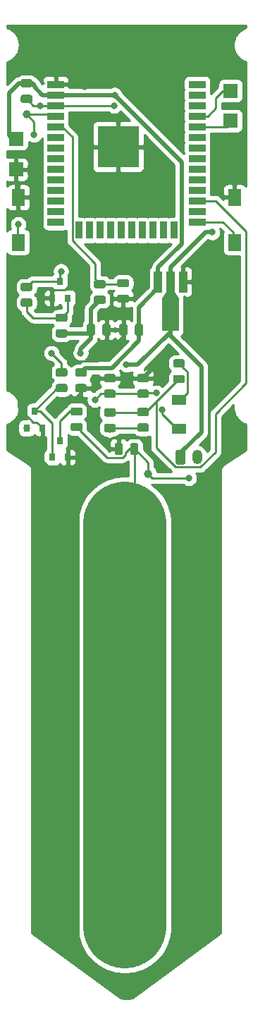
<source format=gbr>
G04 #@! TF.GenerationSoftware,KiCad,Pcbnew,(5.1.5)-3*
G04 #@! TF.CreationDate,2021-04-09T15:24:41+08:00*
G04 #@! TF.ProjectId,parasite,70617261-7369-4746-952e-6b696361645f,1.1.0*
G04 #@! TF.SameCoordinates,Original*
G04 #@! TF.FileFunction,Copper,L1,Top*
G04 #@! TF.FilePolarity,Positive*
%FSLAX46Y46*%
G04 Gerber Fmt 4.6, Leading zero omitted, Abs format (unit mm)*
G04 Created by KiCad (PCBNEW (5.1.5)-3) date 2021-04-09 15:24:41*
%MOMM*%
%LPD*%
G04 APERTURE LIST*
%ADD10R,1.600000X2.000000*%
%ADD11R,5.000000X5.000000*%
%ADD12R,2.000000X0.900000*%
%ADD13R,0.900000X2.000000*%
%ADD14R,1.700000X1.700000*%
%ADD15C,0.100000*%
%ADD16R,0.800000X0.900000*%
%ADD17R,1.700000X1.300000*%
%ADD18O,1.200000X1.750000*%
%ADD19R,1.000000X2.500000*%
%ADD20R,2.000000X4.000000*%
%ADD21C,1.000000*%
%ADD22C,0.800000*%
%ADD23C,0.250000*%
%ADD24C,0.500000*%
%ADD25C,10.000000*%
%ADD26C,0.254000*%
G04 APERTURE END LIST*
D10*
X131000000Y-68700000D03*
X131000000Y-63300000D03*
X105000000Y-68700000D03*
X105000000Y-63300000D03*
D11*
X117000000Y-57245000D03*
D12*
X109500000Y-49745000D03*
X109500000Y-51015000D03*
X109500000Y-52285000D03*
X109500000Y-53555000D03*
X109500000Y-54825000D03*
X109500000Y-56095000D03*
X109500000Y-57365000D03*
X109500000Y-58635000D03*
X109500000Y-59905000D03*
X109500000Y-61175000D03*
X109500000Y-62445000D03*
X109500000Y-63715000D03*
X109500000Y-64985000D03*
X109500000Y-66255000D03*
D13*
X112285000Y-67255000D03*
X113555000Y-67255000D03*
X114825000Y-67255000D03*
X116095000Y-67255000D03*
X117365000Y-67255000D03*
X118635000Y-67255000D03*
X119905000Y-67255000D03*
X121175000Y-67255000D03*
X122445000Y-67255000D03*
X123715000Y-67255000D03*
D12*
X126500000Y-66255000D03*
X126500000Y-64985000D03*
X126500000Y-63715000D03*
X126500000Y-62445000D03*
X126500000Y-61175000D03*
X126500000Y-59905000D03*
X126500000Y-58635000D03*
X126500000Y-57365000D03*
X126500000Y-56095000D03*
X126500000Y-54825000D03*
X126500000Y-53555000D03*
X126500000Y-52285000D03*
X126500000Y-51015000D03*
X126500000Y-49745000D03*
D14*
X104750000Y-59944000D03*
X104750000Y-56250000D03*
X130500000Y-54102000D03*
X130500000Y-50500000D03*
G04 #@! TA.AperFunction,SMDPad,CuDef*
D15*
G36*
X118080142Y-74988674D02*
G01*
X118103803Y-74992184D01*
X118127007Y-74997996D01*
X118149529Y-75006054D01*
X118171153Y-75016282D01*
X118191670Y-75028579D01*
X118210883Y-75042829D01*
X118228607Y-75058893D01*
X118244671Y-75076617D01*
X118258921Y-75095830D01*
X118271218Y-75116347D01*
X118281446Y-75137971D01*
X118289504Y-75160493D01*
X118295316Y-75183697D01*
X118298826Y-75207358D01*
X118300000Y-75231250D01*
X118300000Y-75718750D01*
X118298826Y-75742642D01*
X118295316Y-75766303D01*
X118289504Y-75789507D01*
X118281446Y-75812029D01*
X118271218Y-75833653D01*
X118258921Y-75854170D01*
X118244671Y-75873383D01*
X118228607Y-75891107D01*
X118210883Y-75907171D01*
X118191670Y-75921421D01*
X118171153Y-75933718D01*
X118149529Y-75943946D01*
X118127007Y-75952004D01*
X118103803Y-75957816D01*
X118080142Y-75961326D01*
X118056250Y-75962500D01*
X117143750Y-75962500D01*
X117119858Y-75961326D01*
X117096197Y-75957816D01*
X117072993Y-75952004D01*
X117050471Y-75943946D01*
X117028847Y-75933718D01*
X117008330Y-75921421D01*
X116989117Y-75907171D01*
X116971393Y-75891107D01*
X116955329Y-75873383D01*
X116941079Y-75854170D01*
X116928782Y-75833653D01*
X116918554Y-75812029D01*
X116910496Y-75789507D01*
X116904684Y-75766303D01*
X116901174Y-75742642D01*
X116900000Y-75718750D01*
X116900000Y-75231250D01*
X116901174Y-75207358D01*
X116904684Y-75183697D01*
X116910496Y-75160493D01*
X116918554Y-75137971D01*
X116928782Y-75116347D01*
X116941079Y-75095830D01*
X116955329Y-75076617D01*
X116971393Y-75058893D01*
X116989117Y-75042829D01*
X117008330Y-75028579D01*
X117028847Y-75016282D01*
X117050471Y-75006054D01*
X117072993Y-74997996D01*
X117096197Y-74992184D01*
X117119858Y-74988674D01*
X117143750Y-74987500D01*
X118056250Y-74987500D01*
X118080142Y-74988674D01*
G37*
G04 #@! TD.AperFunction*
G04 #@! TA.AperFunction,SMDPad,CuDef*
G36*
X118080142Y-73113674D02*
G01*
X118103803Y-73117184D01*
X118127007Y-73122996D01*
X118149529Y-73131054D01*
X118171153Y-73141282D01*
X118191670Y-73153579D01*
X118210883Y-73167829D01*
X118228607Y-73183893D01*
X118244671Y-73201617D01*
X118258921Y-73220830D01*
X118271218Y-73241347D01*
X118281446Y-73262971D01*
X118289504Y-73285493D01*
X118295316Y-73308697D01*
X118298826Y-73332358D01*
X118300000Y-73356250D01*
X118300000Y-73843750D01*
X118298826Y-73867642D01*
X118295316Y-73891303D01*
X118289504Y-73914507D01*
X118281446Y-73937029D01*
X118271218Y-73958653D01*
X118258921Y-73979170D01*
X118244671Y-73998383D01*
X118228607Y-74016107D01*
X118210883Y-74032171D01*
X118191670Y-74046421D01*
X118171153Y-74058718D01*
X118149529Y-74068946D01*
X118127007Y-74077004D01*
X118103803Y-74082816D01*
X118080142Y-74086326D01*
X118056250Y-74087500D01*
X117143750Y-74087500D01*
X117119858Y-74086326D01*
X117096197Y-74082816D01*
X117072993Y-74077004D01*
X117050471Y-74068946D01*
X117028847Y-74058718D01*
X117008330Y-74046421D01*
X116989117Y-74032171D01*
X116971393Y-74016107D01*
X116955329Y-73998383D01*
X116941079Y-73979170D01*
X116928782Y-73958653D01*
X116918554Y-73937029D01*
X116910496Y-73914507D01*
X116904684Y-73891303D01*
X116901174Y-73867642D01*
X116900000Y-73843750D01*
X116900000Y-73356250D01*
X116901174Y-73332358D01*
X116904684Y-73308697D01*
X116910496Y-73285493D01*
X116918554Y-73262971D01*
X116928782Y-73241347D01*
X116941079Y-73220830D01*
X116955329Y-73201617D01*
X116971393Y-73183893D01*
X116989117Y-73167829D01*
X117008330Y-73153579D01*
X117028847Y-73141282D01*
X117050471Y-73131054D01*
X117072993Y-73122996D01*
X117096197Y-73117184D01*
X117119858Y-73113674D01*
X117143750Y-73112500D01*
X118056250Y-73112500D01*
X118080142Y-73113674D01*
G37*
G04 #@! TD.AperFunction*
G04 #@! TA.AperFunction,SMDPad,CuDef*
G36*
X115280142Y-73238674D02*
G01*
X115303803Y-73242184D01*
X115327007Y-73247996D01*
X115349529Y-73256054D01*
X115371153Y-73266282D01*
X115391670Y-73278579D01*
X115410883Y-73292829D01*
X115428607Y-73308893D01*
X115444671Y-73326617D01*
X115458921Y-73345830D01*
X115471218Y-73366347D01*
X115481446Y-73387971D01*
X115489504Y-73410493D01*
X115495316Y-73433697D01*
X115498826Y-73457358D01*
X115500000Y-73481250D01*
X115500000Y-73968750D01*
X115498826Y-73992642D01*
X115495316Y-74016303D01*
X115489504Y-74039507D01*
X115481446Y-74062029D01*
X115471218Y-74083653D01*
X115458921Y-74104170D01*
X115444671Y-74123383D01*
X115428607Y-74141107D01*
X115410883Y-74157171D01*
X115391670Y-74171421D01*
X115371153Y-74183718D01*
X115349529Y-74193946D01*
X115327007Y-74202004D01*
X115303803Y-74207816D01*
X115280142Y-74211326D01*
X115256250Y-74212500D01*
X114343750Y-74212500D01*
X114319858Y-74211326D01*
X114296197Y-74207816D01*
X114272993Y-74202004D01*
X114250471Y-74193946D01*
X114228847Y-74183718D01*
X114208330Y-74171421D01*
X114189117Y-74157171D01*
X114171393Y-74141107D01*
X114155329Y-74123383D01*
X114141079Y-74104170D01*
X114128782Y-74083653D01*
X114118554Y-74062029D01*
X114110496Y-74039507D01*
X114104684Y-74016303D01*
X114101174Y-73992642D01*
X114100000Y-73968750D01*
X114100000Y-73481250D01*
X114101174Y-73457358D01*
X114104684Y-73433697D01*
X114110496Y-73410493D01*
X114118554Y-73387971D01*
X114128782Y-73366347D01*
X114141079Y-73345830D01*
X114155329Y-73326617D01*
X114171393Y-73308893D01*
X114189117Y-73292829D01*
X114208330Y-73278579D01*
X114228847Y-73266282D01*
X114250471Y-73256054D01*
X114272993Y-73247996D01*
X114296197Y-73242184D01*
X114319858Y-73238674D01*
X114343750Y-73237500D01*
X115256250Y-73237500D01*
X115280142Y-73238674D01*
G37*
G04 #@! TD.AperFunction*
G04 #@! TA.AperFunction,SMDPad,CuDef*
G36*
X115280142Y-75113674D02*
G01*
X115303803Y-75117184D01*
X115327007Y-75122996D01*
X115349529Y-75131054D01*
X115371153Y-75141282D01*
X115391670Y-75153579D01*
X115410883Y-75167829D01*
X115428607Y-75183893D01*
X115444671Y-75201617D01*
X115458921Y-75220830D01*
X115471218Y-75241347D01*
X115481446Y-75262971D01*
X115489504Y-75285493D01*
X115495316Y-75308697D01*
X115498826Y-75332358D01*
X115500000Y-75356250D01*
X115500000Y-75843750D01*
X115498826Y-75867642D01*
X115495316Y-75891303D01*
X115489504Y-75914507D01*
X115481446Y-75937029D01*
X115471218Y-75958653D01*
X115458921Y-75979170D01*
X115444671Y-75998383D01*
X115428607Y-76016107D01*
X115410883Y-76032171D01*
X115391670Y-76046421D01*
X115371153Y-76058718D01*
X115349529Y-76068946D01*
X115327007Y-76077004D01*
X115303803Y-76082816D01*
X115280142Y-76086326D01*
X115256250Y-76087500D01*
X114343750Y-76087500D01*
X114319858Y-76086326D01*
X114296197Y-76082816D01*
X114272993Y-76077004D01*
X114250471Y-76068946D01*
X114228847Y-76058718D01*
X114208330Y-76046421D01*
X114189117Y-76032171D01*
X114171393Y-76016107D01*
X114155329Y-75998383D01*
X114141079Y-75979170D01*
X114128782Y-75958653D01*
X114118554Y-75937029D01*
X114110496Y-75914507D01*
X114104684Y-75891303D01*
X114101174Y-75867642D01*
X114100000Y-75843750D01*
X114100000Y-75356250D01*
X114101174Y-75332358D01*
X114104684Y-75308697D01*
X114110496Y-75285493D01*
X114118554Y-75262971D01*
X114128782Y-75241347D01*
X114141079Y-75220830D01*
X114155329Y-75201617D01*
X114171393Y-75183893D01*
X114189117Y-75167829D01*
X114208330Y-75153579D01*
X114228847Y-75141282D01*
X114250471Y-75131054D01*
X114272993Y-75122996D01*
X114296197Y-75117184D01*
X114319858Y-75113674D01*
X114343750Y-75112500D01*
X115256250Y-75112500D01*
X115280142Y-75113674D01*
G37*
G04 #@! TD.AperFunction*
D16*
X110000000Y-92500000D03*
X110950000Y-94500000D03*
X109050000Y-94500000D03*
X106950000Y-89000000D03*
X107900000Y-91000000D03*
X106000000Y-91000000D03*
G04 #@! TA.AperFunction,SMDPad,CuDef*
D15*
G36*
X119205142Y-92801174D02*
G01*
X119228803Y-92804684D01*
X119252007Y-92810496D01*
X119274529Y-92818554D01*
X119296153Y-92828782D01*
X119316670Y-92841079D01*
X119335883Y-92855329D01*
X119353607Y-92871393D01*
X119369671Y-92889117D01*
X119383921Y-92908330D01*
X119396218Y-92928847D01*
X119406446Y-92950471D01*
X119414504Y-92972993D01*
X119420316Y-92996197D01*
X119423826Y-93019858D01*
X119425000Y-93043750D01*
X119425000Y-93956250D01*
X119423826Y-93980142D01*
X119420316Y-94003803D01*
X119414504Y-94027007D01*
X119406446Y-94049529D01*
X119396218Y-94071153D01*
X119383921Y-94091670D01*
X119369671Y-94110883D01*
X119353607Y-94128607D01*
X119335883Y-94144671D01*
X119316670Y-94158921D01*
X119296153Y-94171218D01*
X119274529Y-94181446D01*
X119252007Y-94189504D01*
X119228803Y-94195316D01*
X119205142Y-94198826D01*
X119181250Y-94200000D01*
X118693750Y-94200000D01*
X118669858Y-94198826D01*
X118646197Y-94195316D01*
X118622993Y-94189504D01*
X118600471Y-94181446D01*
X118578847Y-94171218D01*
X118558330Y-94158921D01*
X118539117Y-94144671D01*
X118521393Y-94128607D01*
X118505329Y-94110883D01*
X118491079Y-94091670D01*
X118478782Y-94071153D01*
X118468554Y-94049529D01*
X118460496Y-94027007D01*
X118454684Y-94003803D01*
X118451174Y-93980142D01*
X118450000Y-93956250D01*
X118450000Y-93043750D01*
X118451174Y-93019858D01*
X118454684Y-92996197D01*
X118460496Y-92972993D01*
X118468554Y-92950471D01*
X118478782Y-92928847D01*
X118491079Y-92908330D01*
X118505329Y-92889117D01*
X118521393Y-92871393D01*
X118539117Y-92855329D01*
X118558330Y-92841079D01*
X118578847Y-92828782D01*
X118600471Y-92818554D01*
X118622993Y-92810496D01*
X118646197Y-92804684D01*
X118669858Y-92801174D01*
X118693750Y-92800000D01*
X119181250Y-92800000D01*
X119205142Y-92801174D01*
G37*
G04 #@! TD.AperFunction*
G04 #@! TA.AperFunction,SMDPad,CuDef*
G36*
X117330142Y-92801174D02*
G01*
X117353803Y-92804684D01*
X117377007Y-92810496D01*
X117399529Y-92818554D01*
X117421153Y-92828782D01*
X117441670Y-92841079D01*
X117460883Y-92855329D01*
X117478607Y-92871393D01*
X117494671Y-92889117D01*
X117508921Y-92908330D01*
X117521218Y-92928847D01*
X117531446Y-92950471D01*
X117539504Y-92972993D01*
X117545316Y-92996197D01*
X117548826Y-93019858D01*
X117550000Y-93043750D01*
X117550000Y-93956250D01*
X117548826Y-93980142D01*
X117545316Y-94003803D01*
X117539504Y-94027007D01*
X117531446Y-94049529D01*
X117521218Y-94071153D01*
X117508921Y-94091670D01*
X117494671Y-94110883D01*
X117478607Y-94128607D01*
X117460883Y-94144671D01*
X117441670Y-94158921D01*
X117421153Y-94171218D01*
X117399529Y-94181446D01*
X117377007Y-94189504D01*
X117353803Y-94195316D01*
X117330142Y-94198826D01*
X117306250Y-94200000D01*
X116818750Y-94200000D01*
X116794858Y-94198826D01*
X116771197Y-94195316D01*
X116747993Y-94189504D01*
X116725471Y-94181446D01*
X116703847Y-94171218D01*
X116683330Y-94158921D01*
X116664117Y-94144671D01*
X116646393Y-94128607D01*
X116630329Y-94110883D01*
X116616079Y-94091670D01*
X116603782Y-94071153D01*
X116593554Y-94049529D01*
X116585496Y-94027007D01*
X116579684Y-94003803D01*
X116576174Y-93980142D01*
X116575000Y-93956250D01*
X116575000Y-93043750D01*
X116576174Y-93019858D01*
X116579684Y-92996197D01*
X116585496Y-92972993D01*
X116593554Y-92950471D01*
X116603782Y-92928847D01*
X116616079Y-92908330D01*
X116630329Y-92889117D01*
X116646393Y-92871393D01*
X116664117Y-92855329D01*
X116683330Y-92841079D01*
X116703847Y-92828782D01*
X116725471Y-92818554D01*
X116747993Y-92810496D01*
X116771197Y-92804684D01*
X116794858Y-92801174D01*
X116818750Y-92800000D01*
X117306250Y-92800000D01*
X117330142Y-92801174D01*
G37*
G04 #@! TD.AperFunction*
G04 #@! TA.AperFunction,SMDPad,CuDef*
G36*
X120480142Y-84513674D02*
G01*
X120503803Y-84517184D01*
X120527007Y-84522996D01*
X120549529Y-84531054D01*
X120571153Y-84541282D01*
X120591670Y-84553579D01*
X120610883Y-84567829D01*
X120628607Y-84583893D01*
X120644671Y-84601617D01*
X120658921Y-84620830D01*
X120671218Y-84641347D01*
X120681446Y-84662971D01*
X120689504Y-84685493D01*
X120695316Y-84708697D01*
X120698826Y-84732358D01*
X120700000Y-84756250D01*
X120700000Y-85243750D01*
X120698826Y-85267642D01*
X120695316Y-85291303D01*
X120689504Y-85314507D01*
X120681446Y-85337029D01*
X120671218Y-85358653D01*
X120658921Y-85379170D01*
X120644671Y-85398383D01*
X120628607Y-85416107D01*
X120610883Y-85432171D01*
X120591670Y-85446421D01*
X120571153Y-85458718D01*
X120549529Y-85468946D01*
X120527007Y-85477004D01*
X120503803Y-85482816D01*
X120480142Y-85486326D01*
X120456250Y-85487500D01*
X119543750Y-85487500D01*
X119519858Y-85486326D01*
X119496197Y-85482816D01*
X119472993Y-85477004D01*
X119450471Y-85468946D01*
X119428847Y-85458718D01*
X119408330Y-85446421D01*
X119389117Y-85432171D01*
X119371393Y-85416107D01*
X119355329Y-85398383D01*
X119341079Y-85379170D01*
X119328782Y-85358653D01*
X119318554Y-85337029D01*
X119310496Y-85314507D01*
X119304684Y-85291303D01*
X119301174Y-85267642D01*
X119300000Y-85243750D01*
X119300000Y-84756250D01*
X119301174Y-84732358D01*
X119304684Y-84708697D01*
X119310496Y-84685493D01*
X119318554Y-84662971D01*
X119328782Y-84641347D01*
X119341079Y-84620830D01*
X119355329Y-84601617D01*
X119371393Y-84583893D01*
X119389117Y-84567829D01*
X119408330Y-84553579D01*
X119428847Y-84541282D01*
X119450471Y-84531054D01*
X119472993Y-84522996D01*
X119496197Y-84517184D01*
X119519858Y-84513674D01*
X119543750Y-84512500D01*
X120456250Y-84512500D01*
X120480142Y-84513674D01*
G37*
G04 #@! TD.AperFunction*
G04 #@! TA.AperFunction,SMDPad,CuDef*
G36*
X120480142Y-86388674D02*
G01*
X120503803Y-86392184D01*
X120527007Y-86397996D01*
X120549529Y-86406054D01*
X120571153Y-86416282D01*
X120591670Y-86428579D01*
X120610883Y-86442829D01*
X120628607Y-86458893D01*
X120644671Y-86476617D01*
X120658921Y-86495830D01*
X120671218Y-86516347D01*
X120681446Y-86537971D01*
X120689504Y-86560493D01*
X120695316Y-86583697D01*
X120698826Y-86607358D01*
X120700000Y-86631250D01*
X120700000Y-87118750D01*
X120698826Y-87142642D01*
X120695316Y-87166303D01*
X120689504Y-87189507D01*
X120681446Y-87212029D01*
X120671218Y-87233653D01*
X120658921Y-87254170D01*
X120644671Y-87273383D01*
X120628607Y-87291107D01*
X120610883Y-87307171D01*
X120591670Y-87321421D01*
X120571153Y-87333718D01*
X120549529Y-87343946D01*
X120527007Y-87352004D01*
X120503803Y-87357816D01*
X120480142Y-87361326D01*
X120456250Y-87362500D01*
X119543750Y-87362500D01*
X119519858Y-87361326D01*
X119496197Y-87357816D01*
X119472993Y-87352004D01*
X119450471Y-87343946D01*
X119428847Y-87333718D01*
X119408330Y-87321421D01*
X119389117Y-87307171D01*
X119371393Y-87291107D01*
X119355329Y-87273383D01*
X119341079Y-87254170D01*
X119328782Y-87233653D01*
X119318554Y-87212029D01*
X119310496Y-87189507D01*
X119304684Y-87166303D01*
X119301174Y-87142642D01*
X119300000Y-87118750D01*
X119300000Y-86631250D01*
X119301174Y-86607358D01*
X119304684Y-86583697D01*
X119310496Y-86560493D01*
X119318554Y-86537971D01*
X119328782Y-86516347D01*
X119341079Y-86495830D01*
X119355329Y-86476617D01*
X119371393Y-86458893D01*
X119389117Y-86442829D01*
X119408330Y-86428579D01*
X119428847Y-86416282D01*
X119450471Y-86406054D01*
X119472993Y-86397996D01*
X119496197Y-86392184D01*
X119519858Y-86388674D01*
X119543750Y-86387500D01*
X120456250Y-86387500D01*
X120480142Y-86388674D01*
G37*
G04 #@! TD.AperFunction*
G04 #@! TA.AperFunction,SMDPad,CuDef*
G36*
X113017642Y-83838674D02*
G01*
X113041303Y-83842184D01*
X113064507Y-83847996D01*
X113087029Y-83856054D01*
X113108653Y-83866282D01*
X113129170Y-83878579D01*
X113148383Y-83892829D01*
X113166107Y-83908893D01*
X113182171Y-83926617D01*
X113196421Y-83945830D01*
X113208718Y-83966347D01*
X113218946Y-83987971D01*
X113227004Y-84010493D01*
X113232816Y-84033697D01*
X113236326Y-84057358D01*
X113237500Y-84081250D01*
X113237500Y-84568750D01*
X113236326Y-84592642D01*
X113232816Y-84616303D01*
X113227004Y-84639507D01*
X113218946Y-84662029D01*
X113208718Y-84683653D01*
X113196421Y-84704170D01*
X113182171Y-84723383D01*
X113166107Y-84741107D01*
X113148383Y-84757171D01*
X113129170Y-84771421D01*
X113108653Y-84783718D01*
X113087029Y-84793946D01*
X113064507Y-84802004D01*
X113041303Y-84807816D01*
X113017642Y-84811326D01*
X112993750Y-84812500D01*
X112081250Y-84812500D01*
X112057358Y-84811326D01*
X112033697Y-84807816D01*
X112010493Y-84802004D01*
X111987971Y-84793946D01*
X111966347Y-84783718D01*
X111945830Y-84771421D01*
X111926617Y-84757171D01*
X111908893Y-84741107D01*
X111892829Y-84723383D01*
X111878579Y-84704170D01*
X111866282Y-84683653D01*
X111856054Y-84662029D01*
X111847996Y-84639507D01*
X111842184Y-84616303D01*
X111838674Y-84592642D01*
X111837500Y-84568750D01*
X111837500Y-84081250D01*
X111838674Y-84057358D01*
X111842184Y-84033697D01*
X111847996Y-84010493D01*
X111856054Y-83987971D01*
X111866282Y-83966347D01*
X111878579Y-83945830D01*
X111892829Y-83926617D01*
X111908893Y-83908893D01*
X111926617Y-83892829D01*
X111945830Y-83878579D01*
X111966347Y-83866282D01*
X111987971Y-83856054D01*
X112010493Y-83847996D01*
X112033697Y-83842184D01*
X112057358Y-83838674D01*
X112081250Y-83837500D01*
X112993750Y-83837500D01*
X113017642Y-83838674D01*
G37*
G04 #@! TD.AperFunction*
G04 #@! TA.AperFunction,SMDPad,CuDef*
G36*
X113017642Y-85713674D02*
G01*
X113041303Y-85717184D01*
X113064507Y-85722996D01*
X113087029Y-85731054D01*
X113108653Y-85741282D01*
X113129170Y-85753579D01*
X113148383Y-85767829D01*
X113166107Y-85783893D01*
X113182171Y-85801617D01*
X113196421Y-85820830D01*
X113208718Y-85841347D01*
X113218946Y-85862971D01*
X113227004Y-85885493D01*
X113232816Y-85908697D01*
X113236326Y-85932358D01*
X113237500Y-85956250D01*
X113237500Y-86443750D01*
X113236326Y-86467642D01*
X113232816Y-86491303D01*
X113227004Y-86514507D01*
X113218946Y-86537029D01*
X113208718Y-86558653D01*
X113196421Y-86579170D01*
X113182171Y-86598383D01*
X113166107Y-86616107D01*
X113148383Y-86632171D01*
X113129170Y-86646421D01*
X113108653Y-86658718D01*
X113087029Y-86668946D01*
X113064507Y-86677004D01*
X113041303Y-86682816D01*
X113017642Y-86686326D01*
X112993750Y-86687500D01*
X112081250Y-86687500D01*
X112057358Y-86686326D01*
X112033697Y-86682816D01*
X112010493Y-86677004D01*
X111987971Y-86668946D01*
X111966347Y-86658718D01*
X111945830Y-86646421D01*
X111926617Y-86632171D01*
X111908893Y-86616107D01*
X111892829Y-86598383D01*
X111878579Y-86579170D01*
X111866282Y-86558653D01*
X111856054Y-86537029D01*
X111847996Y-86514507D01*
X111842184Y-86491303D01*
X111838674Y-86467642D01*
X111837500Y-86443750D01*
X111837500Y-85956250D01*
X111838674Y-85932358D01*
X111842184Y-85908697D01*
X111847996Y-85885493D01*
X111856054Y-85862971D01*
X111866282Y-85841347D01*
X111878579Y-85820830D01*
X111892829Y-85801617D01*
X111908893Y-85783893D01*
X111926617Y-85767829D01*
X111945830Y-85753579D01*
X111966347Y-85741282D01*
X111987971Y-85731054D01*
X112010493Y-85722996D01*
X112033697Y-85717184D01*
X112057358Y-85713674D01*
X112081250Y-85712500D01*
X112993750Y-85712500D01*
X113017642Y-85713674D01*
G37*
G04 #@! TD.AperFunction*
G04 #@! TA.AperFunction,SMDPad,CuDef*
G36*
X113992642Y-78501174D02*
G01*
X114016303Y-78504684D01*
X114039507Y-78510496D01*
X114062029Y-78518554D01*
X114083653Y-78528782D01*
X114104170Y-78541079D01*
X114123383Y-78555329D01*
X114141107Y-78571393D01*
X114157171Y-78589117D01*
X114171421Y-78608330D01*
X114183718Y-78628847D01*
X114193946Y-78650471D01*
X114202004Y-78672993D01*
X114207816Y-78696197D01*
X114211326Y-78719858D01*
X114212500Y-78743750D01*
X114212500Y-79656250D01*
X114211326Y-79680142D01*
X114207816Y-79703803D01*
X114202004Y-79727007D01*
X114193946Y-79749529D01*
X114183718Y-79771153D01*
X114171421Y-79791670D01*
X114157171Y-79810883D01*
X114141107Y-79828607D01*
X114123383Y-79844671D01*
X114104170Y-79858921D01*
X114083653Y-79871218D01*
X114062029Y-79881446D01*
X114039507Y-79889504D01*
X114016303Y-79895316D01*
X113992642Y-79898826D01*
X113968750Y-79900000D01*
X113481250Y-79900000D01*
X113457358Y-79898826D01*
X113433697Y-79895316D01*
X113410493Y-79889504D01*
X113387971Y-79881446D01*
X113366347Y-79871218D01*
X113345830Y-79858921D01*
X113326617Y-79844671D01*
X113308893Y-79828607D01*
X113292829Y-79810883D01*
X113278579Y-79791670D01*
X113266282Y-79771153D01*
X113256054Y-79749529D01*
X113247996Y-79727007D01*
X113242184Y-79703803D01*
X113238674Y-79680142D01*
X113237500Y-79656250D01*
X113237500Y-78743750D01*
X113238674Y-78719858D01*
X113242184Y-78696197D01*
X113247996Y-78672993D01*
X113256054Y-78650471D01*
X113266282Y-78628847D01*
X113278579Y-78608330D01*
X113292829Y-78589117D01*
X113308893Y-78571393D01*
X113326617Y-78555329D01*
X113345830Y-78541079D01*
X113366347Y-78528782D01*
X113387971Y-78518554D01*
X113410493Y-78510496D01*
X113433697Y-78504684D01*
X113457358Y-78501174D01*
X113481250Y-78500000D01*
X113968750Y-78500000D01*
X113992642Y-78501174D01*
G37*
G04 #@! TD.AperFunction*
G04 #@! TA.AperFunction,SMDPad,CuDef*
G36*
X115867642Y-78501174D02*
G01*
X115891303Y-78504684D01*
X115914507Y-78510496D01*
X115937029Y-78518554D01*
X115958653Y-78528782D01*
X115979170Y-78541079D01*
X115998383Y-78555329D01*
X116016107Y-78571393D01*
X116032171Y-78589117D01*
X116046421Y-78608330D01*
X116058718Y-78628847D01*
X116068946Y-78650471D01*
X116077004Y-78672993D01*
X116082816Y-78696197D01*
X116086326Y-78719858D01*
X116087500Y-78743750D01*
X116087500Y-79656250D01*
X116086326Y-79680142D01*
X116082816Y-79703803D01*
X116077004Y-79727007D01*
X116068946Y-79749529D01*
X116058718Y-79771153D01*
X116046421Y-79791670D01*
X116032171Y-79810883D01*
X116016107Y-79828607D01*
X115998383Y-79844671D01*
X115979170Y-79858921D01*
X115958653Y-79871218D01*
X115937029Y-79881446D01*
X115914507Y-79889504D01*
X115891303Y-79895316D01*
X115867642Y-79898826D01*
X115843750Y-79900000D01*
X115356250Y-79900000D01*
X115332358Y-79898826D01*
X115308697Y-79895316D01*
X115285493Y-79889504D01*
X115262971Y-79881446D01*
X115241347Y-79871218D01*
X115220830Y-79858921D01*
X115201617Y-79844671D01*
X115183893Y-79828607D01*
X115167829Y-79810883D01*
X115153579Y-79791670D01*
X115141282Y-79771153D01*
X115131054Y-79749529D01*
X115122996Y-79727007D01*
X115117184Y-79703803D01*
X115113674Y-79680142D01*
X115112500Y-79656250D01*
X115112500Y-78743750D01*
X115113674Y-78719858D01*
X115117184Y-78696197D01*
X115122996Y-78672993D01*
X115131054Y-78650471D01*
X115141282Y-78628847D01*
X115153579Y-78608330D01*
X115167829Y-78589117D01*
X115183893Y-78571393D01*
X115201617Y-78555329D01*
X115220830Y-78541079D01*
X115241347Y-78528782D01*
X115262971Y-78518554D01*
X115285493Y-78510496D01*
X115308697Y-78504684D01*
X115332358Y-78501174D01*
X115356250Y-78500000D01*
X115843750Y-78500000D01*
X115867642Y-78501174D01*
G37*
G04 #@! TD.AperFunction*
G04 #@! TA.AperFunction,SMDPad,CuDef*
G36*
X117892642Y-78501174D02*
G01*
X117916303Y-78504684D01*
X117939507Y-78510496D01*
X117962029Y-78518554D01*
X117983653Y-78528782D01*
X118004170Y-78541079D01*
X118023383Y-78555329D01*
X118041107Y-78571393D01*
X118057171Y-78589117D01*
X118071421Y-78608330D01*
X118083718Y-78628847D01*
X118093946Y-78650471D01*
X118102004Y-78672993D01*
X118107816Y-78696197D01*
X118111326Y-78719858D01*
X118112500Y-78743750D01*
X118112500Y-79656250D01*
X118111326Y-79680142D01*
X118107816Y-79703803D01*
X118102004Y-79727007D01*
X118093946Y-79749529D01*
X118083718Y-79771153D01*
X118071421Y-79791670D01*
X118057171Y-79810883D01*
X118041107Y-79828607D01*
X118023383Y-79844671D01*
X118004170Y-79858921D01*
X117983653Y-79871218D01*
X117962029Y-79881446D01*
X117939507Y-79889504D01*
X117916303Y-79895316D01*
X117892642Y-79898826D01*
X117868750Y-79900000D01*
X117381250Y-79900000D01*
X117357358Y-79898826D01*
X117333697Y-79895316D01*
X117310493Y-79889504D01*
X117287971Y-79881446D01*
X117266347Y-79871218D01*
X117245830Y-79858921D01*
X117226617Y-79844671D01*
X117208893Y-79828607D01*
X117192829Y-79810883D01*
X117178579Y-79791670D01*
X117166282Y-79771153D01*
X117156054Y-79749529D01*
X117147996Y-79727007D01*
X117142184Y-79703803D01*
X117138674Y-79680142D01*
X117137500Y-79656250D01*
X117137500Y-78743750D01*
X117138674Y-78719858D01*
X117142184Y-78696197D01*
X117147996Y-78672993D01*
X117156054Y-78650471D01*
X117166282Y-78628847D01*
X117178579Y-78608330D01*
X117192829Y-78589117D01*
X117208893Y-78571393D01*
X117226617Y-78555329D01*
X117245830Y-78541079D01*
X117266347Y-78528782D01*
X117287971Y-78518554D01*
X117310493Y-78510496D01*
X117333697Y-78504684D01*
X117357358Y-78501174D01*
X117381250Y-78500000D01*
X117868750Y-78500000D01*
X117892642Y-78501174D01*
G37*
G04 #@! TD.AperFunction*
G04 #@! TA.AperFunction,SMDPad,CuDef*
G36*
X119767642Y-78501174D02*
G01*
X119791303Y-78504684D01*
X119814507Y-78510496D01*
X119837029Y-78518554D01*
X119858653Y-78528782D01*
X119879170Y-78541079D01*
X119898383Y-78555329D01*
X119916107Y-78571393D01*
X119932171Y-78589117D01*
X119946421Y-78608330D01*
X119958718Y-78628847D01*
X119968946Y-78650471D01*
X119977004Y-78672993D01*
X119982816Y-78696197D01*
X119986326Y-78719858D01*
X119987500Y-78743750D01*
X119987500Y-79656250D01*
X119986326Y-79680142D01*
X119982816Y-79703803D01*
X119977004Y-79727007D01*
X119968946Y-79749529D01*
X119958718Y-79771153D01*
X119946421Y-79791670D01*
X119932171Y-79810883D01*
X119916107Y-79828607D01*
X119898383Y-79844671D01*
X119879170Y-79858921D01*
X119858653Y-79871218D01*
X119837029Y-79881446D01*
X119814507Y-79889504D01*
X119791303Y-79895316D01*
X119767642Y-79898826D01*
X119743750Y-79900000D01*
X119256250Y-79900000D01*
X119232358Y-79898826D01*
X119208697Y-79895316D01*
X119185493Y-79889504D01*
X119162971Y-79881446D01*
X119141347Y-79871218D01*
X119120830Y-79858921D01*
X119101617Y-79844671D01*
X119083893Y-79828607D01*
X119067829Y-79810883D01*
X119053579Y-79791670D01*
X119041282Y-79771153D01*
X119031054Y-79749529D01*
X119022996Y-79727007D01*
X119017184Y-79703803D01*
X119013674Y-79680142D01*
X119012500Y-79656250D01*
X119012500Y-78743750D01*
X119013674Y-78719858D01*
X119017184Y-78696197D01*
X119022996Y-78672993D01*
X119031054Y-78650471D01*
X119041282Y-78628847D01*
X119053579Y-78608330D01*
X119067829Y-78589117D01*
X119083893Y-78571393D01*
X119101617Y-78555329D01*
X119120830Y-78541079D01*
X119141347Y-78528782D01*
X119162971Y-78518554D01*
X119185493Y-78510496D01*
X119208697Y-78504684D01*
X119232358Y-78501174D01*
X119256250Y-78500000D01*
X119743750Y-78500000D01*
X119767642Y-78501174D01*
G37*
G04 #@! TD.AperFunction*
D17*
X124300000Y-91100000D03*
X124300000Y-87600000D03*
D18*
X126500000Y-94500000D03*
G04 #@! TA.AperFunction,ComponentPad*
D15*
G36*
X124874505Y-93626204D02*
G01*
X124898773Y-93629804D01*
X124922572Y-93635765D01*
X124945671Y-93644030D01*
X124967850Y-93654520D01*
X124988893Y-93667132D01*
X125008599Y-93681747D01*
X125026777Y-93698223D01*
X125043253Y-93716401D01*
X125057868Y-93736107D01*
X125070480Y-93757150D01*
X125080970Y-93779329D01*
X125089235Y-93802428D01*
X125095196Y-93826227D01*
X125098796Y-93850495D01*
X125100000Y-93874999D01*
X125100000Y-95125001D01*
X125098796Y-95149505D01*
X125095196Y-95173773D01*
X125089235Y-95197572D01*
X125080970Y-95220671D01*
X125070480Y-95242850D01*
X125057868Y-95263893D01*
X125043253Y-95283599D01*
X125026777Y-95301777D01*
X125008599Y-95318253D01*
X124988893Y-95332868D01*
X124967850Y-95345480D01*
X124945671Y-95355970D01*
X124922572Y-95364235D01*
X124898773Y-95370196D01*
X124874505Y-95373796D01*
X124850001Y-95375000D01*
X124149999Y-95375000D01*
X124125495Y-95373796D01*
X124101227Y-95370196D01*
X124077428Y-95364235D01*
X124054329Y-95355970D01*
X124032150Y-95345480D01*
X124011107Y-95332868D01*
X123991401Y-95318253D01*
X123973223Y-95301777D01*
X123956747Y-95283599D01*
X123942132Y-95263893D01*
X123929520Y-95242850D01*
X123919030Y-95220671D01*
X123910765Y-95197572D01*
X123904804Y-95173773D01*
X123901204Y-95149505D01*
X123900000Y-95125001D01*
X123900000Y-93874999D01*
X123901204Y-93850495D01*
X123904804Y-93826227D01*
X123910765Y-93802428D01*
X123919030Y-93779329D01*
X123929520Y-93757150D01*
X123942132Y-93736107D01*
X123956747Y-93716401D01*
X123973223Y-93698223D01*
X123991401Y-93681747D01*
X124011107Y-93667132D01*
X124032150Y-93654520D01*
X124054329Y-93644030D01*
X124077428Y-93635765D01*
X124101227Y-93629804D01*
X124125495Y-93626204D01*
X124149999Y-93625000D01*
X124850001Y-93625000D01*
X124874505Y-93626204D01*
G37*
G04 #@! TD.AperFunction*
D19*
X124800000Y-73440000D03*
X123300000Y-73440000D03*
X121800000Y-73440000D03*
D20*
X123300000Y-77400000D03*
G04 #@! TA.AperFunction,SMDPad,CuDef*
D15*
G36*
X122300000Y-75425000D02*
G01*
X122800000Y-74675000D01*
X123800000Y-74675000D01*
X124300000Y-75425000D01*
X122300000Y-75425000D01*
G37*
G04 #@! TD.AperFunction*
G04 #@! TA.AperFunction,SMDPad,CuDef*
G36*
X124780142Y-82738674D02*
G01*
X124803803Y-82742184D01*
X124827007Y-82747996D01*
X124849529Y-82756054D01*
X124871153Y-82766282D01*
X124891670Y-82778579D01*
X124910883Y-82792829D01*
X124928607Y-82808893D01*
X124944671Y-82826617D01*
X124958921Y-82845830D01*
X124971218Y-82866347D01*
X124981446Y-82887971D01*
X124989504Y-82910493D01*
X124995316Y-82933697D01*
X124998826Y-82957358D01*
X125000000Y-82981250D01*
X125000000Y-83468750D01*
X124998826Y-83492642D01*
X124995316Y-83516303D01*
X124989504Y-83539507D01*
X124981446Y-83562029D01*
X124971218Y-83583653D01*
X124958921Y-83604170D01*
X124944671Y-83623383D01*
X124928607Y-83641107D01*
X124910883Y-83657171D01*
X124891670Y-83671421D01*
X124871153Y-83683718D01*
X124849529Y-83693946D01*
X124827007Y-83702004D01*
X124803803Y-83707816D01*
X124780142Y-83711326D01*
X124756250Y-83712500D01*
X123843750Y-83712500D01*
X123819858Y-83711326D01*
X123796197Y-83707816D01*
X123772993Y-83702004D01*
X123750471Y-83693946D01*
X123728847Y-83683718D01*
X123708330Y-83671421D01*
X123689117Y-83657171D01*
X123671393Y-83641107D01*
X123655329Y-83623383D01*
X123641079Y-83604170D01*
X123628782Y-83583653D01*
X123618554Y-83562029D01*
X123610496Y-83539507D01*
X123604684Y-83516303D01*
X123601174Y-83492642D01*
X123600000Y-83468750D01*
X123600000Y-82981250D01*
X123601174Y-82957358D01*
X123604684Y-82933697D01*
X123610496Y-82910493D01*
X123618554Y-82887971D01*
X123628782Y-82866347D01*
X123641079Y-82845830D01*
X123655329Y-82826617D01*
X123671393Y-82808893D01*
X123689117Y-82792829D01*
X123708330Y-82778579D01*
X123728847Y-82766282D01*
X123750471Y-82756054D01*
X123772993Y-82747996D01*
X123796197Y-82742184D01*
X123819858Y-82738674D01*
X123843750Y-82737500D01*
X124756250Y-82737500D01*
X124780142Y-82738674D01*
G37*
G04 #@! TD.AperFunction*
G04 #@! TA.AperFunction,SMDPad,CuDef*
G36*
X124780142Y-84613674D02*
G01*
X124803803Y-84617184D01*
X124827007Y-84622996D01*
X124849529Y-84631054D01*
X124871153Y-84641282D01*
X124891670Y-84653579D01*
X124910883Y-84667829D01*
X124928607Y-84683893D01*
X124944671Y-84701617D01*
X124958921Y-84720830D01*
X124971218Y-84741347D01*
X124981446Y-84762971D01*
X124989504Y-84785493D01*
X124995316Y-84808697D01*
X124998826Y-84832358D01*
X125000000Y-84856250D01*
X125000000Y-85343750D01*
X124998826Y-85367642D01*
X124995316Y-85391303D01*
X124989504Y-85414507D01*
X124981446Y-85437029D01*
X124971218Y-85458653D01*
X124958921Y-85479170D01*
X124944671Y-85498383D01*
X124928607Y-85516107D01*
X124910883Y-85532171D01*
X124891670Y-85546421D01*
X124871153Y-85558718D01*
X124849529Y-85568946D01*
X124827007Y-85577004D01*
X124803803Y-85582816D01*
X124780142Y-85586326D01*
X124756250Y-85587500D01*
X123843750Y-85587500D01*
X123819858Y-85586326D01*
X123796197Y-85582816D01*
X123772993Y-85577004D01*
X123750471Y-85568946D01*
X123728847Y-85558718D01*
X123708330Y-85546421D01*
X123689117Y-85532171D01*
X123671393Y-85516107D01*
X123655329Y-85498383D01*
X123641079Y-85479170D01*
X123628782Y-85458653D01*
X123618554Y-85437029D01*
X123610496Y-85414507D01*
X123604684Y-85391303D01*
X123601174Y-85367642D01*
X123600000Y-85343750D01*
X123600000Y-84856250D01*
X123601174Y-84832358D01*
X123604684Y-84808697D01*
X123610496Y-84785493D01*
X123618554Y-84762971D01*
X123628782Y-84741347D01*
X123641079Y-84720830D01*
X123655329Y-84701617D01*
X123671393Y-84683893D01*
X123689117Y-84667829D01*
X123708330Y-84653579D01*
X123728847Y-84641282D01*
X123750471Y-84631054D01*
X123772993Y-84622996D01*
X123796197Y-84617184D01*
X123819858Y-84613674D01*
X123843750Y-84612500D01*
X124756250Y-84612500D01*
X124780142Y-84613674D01*
G37*
G04 #@! TD.AperFunction*
G04 #@! TA.AperFunction,SMDPad,CuDef*
G36*
X106480142Y-49122174D02*
G01*
X106503803Y-49125684D01*
X106527007Y-49131496D01*
X106549529Y-49139554D01*
X106571153Y-49149782D01*
X106591670Y-49162079D01*
X106610883Y-49176329D01*
X106628607Y-49192393D01*
X106644671Y-49210117D01*
X106658921Y-49229330D01*
X106671218Y-49249847D01*
X106681446Y-49271471D01*
X106689504Y-49293993D01*
X106695316Y-49317197D01*
X106698826Y-49340858D01*
X106700000Y-49364750D01*
X106700000Y-49852250D01*
X106698826Y-49876142D01*
X106695316Y-49899803D01*
X106689504Y-49923007D01*
X106681446Y-49945529D01*
X106671218Y-49967153D01*
X106658921Y-49987670D01*
X106644671Y-50006883D01*
X106628607Y-50024607D01*
X106610883Y-50040671D01*
X106591670Y-50054921D01*
X106571153Y-50067218D01*
X106549529Y-50077446D01*
X106527007Y-50085504D01*
X106503803Y-50091316D01*
X106480142Y-50094826D01*
X106456250Y-50096000D01*
X105543750Y-50096000D01*
X105519858Y-50094826D01*
X105496197Y-50091316D01*
X105472993Y-50085504D01*
X105450471Y-50077446D01*
X105428847Y-50067218D01*
X105408330Y-50054921D01*
X105389117Y-50040671D01*
X105371393Y-50024607D01*
X105355329Y-50006883D01*
X105341079Y-49987670D01*
X105328782Y-49967153D01*
X105318554Y-49945529D01*
X105310496Y-49923007D01*
X105304684Y-49899803D01*
X105301174Y-49876142D01*
X105300000Y-49852250D01*
X105300000Y-49364750D01*
X105301174Y-49340858D01*
X105304684Y-49317197D01*
X105310496Y-49293993D01*
X105318554Y-49271471D01*
X105328782Y-49249847D01*
X105341079Y-49229330D01*
X105355329Y-49210117D01*
X105371393Y-49192393D01*
X105389117Y-49176329D01*
X105408330Y-49162079D01*
X105428847Y-49149782D01*
X105450471Y-49139554D01*
X105472993Y-49131496D01*
X105496197Y-49125684D01*
X105519858Y-49122174D01*
X105543750Y-49121000D01*
X106456250Y-49121000D01*
X106480142Y-49122174D01*
G37*
G04 #@! TD.AperFunction*
G04 #@! TA.AperFunction,SMDPad,CuDef*
G36*
X106480142Y-50997174D02*
G01*
X106503803Y-51000684D01*
X106527007Y-51006496D01*
X106549529Y-51014554D01*
X106571153Y-51024782D01*
X106591670Y-51037079D01*
X106610883Y-51051329D01*
X106628607Y-51067393D01*
X106644671Y-51085117D01*
X106658921Y-51104330D01*
X106671218Y-51124847D01*
X106681446Y-51146471D01*
X106689504Y-51168993D01*
X106695316Y-51192197D01*
X106698826Y-51215858D01*
X106700000Y-51239750D01*
X106700000Y-51727250D01*
X106698826Y-51751142D01*
X106695316Y-51774803D01*
X106689504Y-51798007D01*
X106681446Y-51820529D01*
X106671218Y-51842153D01*
X106658921Y-51862670D01*
X106644671Y-51881883D01*
X106628607Y-51899607D01*
X106610883Y-51915671D01*
X106591670Y-51929921D01*
X106571153Y-51942218D01*
X106549529Y-51952446D01*
X106527007Y-51960504D01*
X106503803Y-51966316D01*
X106480142Y-51969826D01*
X106456250Y-51971000D01*
X105543750Y-51971000D01*
X105519858Y-51969826D01*
X105496197Y-51966316D01*
X105472993Y-51960504D01*
X105450471Y-51952446D01*
X105428847Y-51942218D01*
X105408330Y-51929921D01*
X105389117Y-51915671D01*
X105371393Y-51899607D01*
X105355329Y-51881883D01*
X105341079Y-51862670D01*
X105328782Y-51842153D01*
X105318554Y-51820529D01*
X105310496Y-51798007D01*
X105304684Y-51774803D01*
X105301174Y-51751142D01*
X105300000Y-51727250D01*
X105300000Y-51239750D01*
X105301174Y-51215858D01*
X105304684Y-51192197D01*
X105310496Y-51168993D01*
X105318554Y-51146471D01*
X105328782Y-51124847D01*
X105341079Y-51104330D01*
X105355329Y-51085117D01*
X105371393Y-51067393D01*
X105389117Y-51051329D01*
X105408330Y-51037079D01*
X105428847Y-51024782D01*
X105450471Y-51014554D01*
X105472993Y-51006496D01*
X105496197Y-51000684D01*
X105519858Y-50997174D01*
X105543750Y-50996000D01*
X106456250Y-50996000D01*
X106480142Y-50997174D01*
G37*
G04 #@! TD.AperFunction*
G04 #@! TA.AperFunction,SMDPad,CuDef*
G36*
X110680142Y-83838674D02*
G01*
X110703803Y-83842184D01*
X110727007Y-83847996D01*
X110749529Y-83856054D01*
X110771153Y-83866282D01*
X110791670Y-83878579D01*
X110810883Y-83892829D01*
X110828607Y-83908893D01*
X110844671Y-83926617D01*
X110858921Y-83945830D01*
X110871218Y-83966347D01*
X110881446Y-83987971D01*
X110889504Y-84010493D01*
X110895316Y-84033697D01*
X110898826Y-84057358D01*
X110900000Y-84081250D01*
X110900000Y-84568750D01*
X110898826Y-84592642D01*
X110895316Y-84616303D01*
X110889504Y-84639507D01*
X110881446Y-84662029D01*
X110871218Y-84683653D01*
X110858921Y-84704170D01*
X110844671Y-84723383D01*
X110828607Y-84741107D01*
X110810883Y-84757171D01*
X110791670Y-84771421D01*
X110771153Y-84783718D01*
X110749529Y-84793946D01*
X110727007Y-84802004D01*
X110703803Y-84807816D01*
X110680142Y-84811326D01*
X110656250Y-84812500D01*
X109743750Y-84812500D01*
X109719858Y-84811326D01*
X109696197Y-84807816D01*
X109672993Y-84802004D01*
X109650471Y-84793946D01*
X109628847Y-84783718D01*
X109608330Y-84771421D01*
X109589117Y-84757171D01*
X109571393Y-84741107D01*
X109555329Y-84723383D01*
X109541079Y-84704170D01*
X109528782Y-84683653D01*
X109518554Y-84662029D01*
X109510496Y-84639507D01*
X109504684Y-84616303D01*
X109501174Y-84592642D01*
X109500000Y-84568750D01*
X109500000Y-84081250D01*
X109501174Y-84057358D01*
X109504684Y-84033697D01*
X109510496Y-84010493D01*
X109518554Y-83987971D01*
X109528782Y-83966347D01*
X109541079Y-83945830D01*
X109555329Y-83926617D01*
X109571393Y-83908893D01*
X109589117Y-83892829D01*
X109608330Y-83878579D01*
X109628847Y-83866282D01*
X109650471Y-83856054D01*
X109672993Y-83847996D01*
X109696197Y-83842184D01*
X109719858Y-83838674D01*
X109743750Y-83837500D01*
X110656250Y-83837500D01*
X110680142Y-83838674D01*
G37*
G04 #@! TD.AperFunction*
G04 #@! TA.AperFunction,SMDPad,CuDef*
G36*
X110680142Y-85713674D02*
G01*
X110703803Y-85717184D01*
X110727007Y-85722996D01*
X110749529Y-85731054D01*
X110771153Y-85741282D01*
X110791670Y-85753579D01*
X110810883Y-85767829D01*
X110828607Y-85783893D01*
X110844671Y-85801617D01*
X110858921Y-85820830D01*
X110871218Y-85841347D01*
X110881446Y-85862971D01*
X110889504Y-85885493D01*
X110895316Y-85908697D01*
X110898826Y-85932358D01*
X110900000Y-85956250D01*
X110900000Y-86443750D01*
X110898826Y-86467642D01*
X110895316Y-86491303D01*
X110889504Y-86514507D01*
X110881446Y-86537029D01*
X110871218Y-86558653D01*
X110858921Y-86579170D01*
X110844671Y-86598383D01*
X110828607Y-86616107D01*
X110810883Y-86632171D01*
X110791670Y-86646421D01*
X110771153Y-86658718D01*
X110749529Y-86668946D01*
X110727007Y-86677004D01*
X110703803Y-86682816D01*
X110680142Y-86686326D01*
X110656250Y-86687500D01*
X109743750Y-86687500D01*
X109719858Y-86686326D01*
X109696197Y-86682816D01*
X109672993Y-86677004D01*
X109650471Y-86668946D01*
X109628847Y-86658718D01*
X109608330Y-86646421D01*
X109589117Y-86632171D01*
X109571393Y-86616107D01*
X109555329Y-86598383D01*
X109541079Y-86579170D01*
X109528782Y-86558653D01*
X109518554Y-86537029D01*
X109510496Y-86514507D01*
X109504684Y-86491303D01*
X109501174Y-86467642D01*
X109500000Y-86443750D01*
X109500000Y-85956250D01*
X109501174Y-85932358D01*
X109504684Y-85908697D01*
X109510496Y-85885493D01*
X109518554Y-85862971D01*
X109528782Y-85841347D01*
X109541079Y-85820830D01*
X109555329Y-85801617D01*
X109571393Y-85783893D01*
X109589117Y-85767829D01*
X109608330Y-85753579D01*
X109628847Y-85741282D01*
X109650471Y-85731054D01*
X109672993Y-85722996D01*
X109696197Y-85717184D01*
X109719858Y-85713674D01*
X109743750Y-85712500D01*
X110656250Y-85712500D01*
X110680142Y-85713674D01*
G37*
G04 #@! TD.AperFunction*
G04 #@! TA.AperFunction,SMDPad,CuDef*
G36*
X120480142Y-88576174D02*
G01*
X120503803Y-88579684D01*
X120527007Y-88585496D01*
X120549529Y-88593554D01*
X120571153Y-88603782D01*
X120591670Y-88616079D01*
X120610883Y-88630329D01*
X120628607Y-88646393D01*
X120644671Y-88664117D01*
X120658921Y-88683330D01*
X120671218Y-88703847D01*
X120681446Y-88725471D01*
X120689504Y-88747993D01*
X120695316Y-88771197D01*
X120698826Y-88794858D01*
X120700000Y-88818750D01*
X120700000Y-89306250D01*
X120698826Y-89330142D01*
X120695316Y-89353803D01*
X120689504Y-89377007D01*
X120681446Y-89399529D01*
X120671218Y-89421153D01*
X120658921Y-89441670D01*
X120644671Y-89460883D01*
X120628607Y-89478607D01*
X120610883Y-89494671D01*
X120591670Y-89508921D01*
X120571153Y-89521218D01*
X120549529Y-89531446D01*
X120527007Y-89539504D01*
X120503803Y-89545316D01*
X120480142Y-89548826D01*
X120456250Y-89550000D01*
X119543750Y-89550000D01*
X119519858Y-89548826D01*
X119496197Y-89545316D01*
X119472993Y-89539504D01*
X119450471Y-89531446D01*
X119428847Y-89521218D01*
X119408330Y-89508921D01*
X119389117Y-89494671D01*
X119371393Y-89478607D01*
X119355329Y-89460883D01*
X119341079Y-89441670D01*
X119328782Y-89421153D01*
X119318554Y-89399529D01*
X119310496Y-89377007D01*
X119304684Y-89353803D01*
X119301174Y-89330142D01*
X119300000Y-89306250D01*
X119300000Y-88818750D01*
X119301174Y-88794858D01*
X119304684Y-88771197D01*
X119310496Y-88747993D01*
X119318554Y-88725471D01*
X119328782Y-88703847D01*
X119341079Y-88683330D01*
X119355329Y-88664117D01*
X119371393Y-88646393D01*
X119389117Y-88630329D01*
X119408330Y-88616079D01*
X119428847Y-88603782D01*
X119450471Y-88593554D01*
X119472993Y-88585496D01*
X119496197Y-88579684D01*
X119519858Y-88576174D01*
X119543750Y-88575000D01*
X120456250Y-88575000D01*
X120480142Y-88576174D01*
G37*
G04 #@! TD.AperFunction*
G04 #@! TA.AperFunction,SMDPad,CuDef*
G36*
X120480142Y-90451174D02*
G01*
X120503803Y-90454684D01*
X120527007Y-90460496D01*
X120549529Y-90468554D01*
X120571153Y-90478782D01*
X120591670Y-90491079D01*
X120610883Y-90505329D01*
X120628607Y-90521393D01*
X120644671Y-90539117D01*
X120658921Y-90558330D01*
X120671218Y-90578847D01*
X120681446Y-90600471D01*
X120689504Y-90622993D01*
X120695316Y-90646197D01*
X120698826Y-90669858D01*
X120700000Y-90693750D01*
X120700000Y-91181250D01*
X120698826Y-91205142D01*
X120695316Y-91228803D01*
X120689504Y-91252007D01*
X120681446Y-91274529D01*
X120671218Y-91296153D01*
X120658921Y-91316670D01*
X120644671Y-91335883D01*
X120628607Y-91353607D01*
X120610883Y-91369671D01*
X120591670Y-91383921D01*
X120571153Y-91396218D01*
X120549529Y-91406446D01*
X120527007Y-91414504D01*
X120503803Y-91420316D01*
X120480142Y-91423826D01*
X120456250Y-91425000D01*
X119543750Y-91425000D01*
X119519858Y-91423826D01*
X119496197Y-91420316D01*
X119472993Y-91414504D01*
X119450471Y-91406446D01*
X119428847Y-91396218D01*
X119408330Y-91383921D01*
X119389117Y-91369671D01*
X119371393Y-91353607D01*
X119355329Y-91335883D01*
X119341079Y-91316670D01*
X119328782Y-91296153D01*
X119318554Y-91274529D01*
X119310496Y-91252007D01*
X119304684Y-91228803D01*
X119301174Y-91205142D01*
X119300000Y-91181250D01*
X119300000Y-90693750D01*
X119301174Y-90669858D01*
X119304684Y-90646197D01*
X119310496Y-90622993D01*
X119318554Y-90600471D01*
X119328782Y-90578847D01*
X119341079Y-90558330D01*
X119355329Y-90539117D01*
X119371393Y-90521393D01*
X119389117Y-90505329D01*
X119408330Y-90491079D01*
X119428847Y-90478782D01*
X119450471Y-90468554D01*
X119472993Y-90460496D01*
X119496197Y-90454684D01*
X119519858Y-90451174D01*
X119543750Y-90450000D01*
X120456250Y-90450000D01*
X120480142Y-90451174D01*
G37*
G04 #@! TD.AperFunction*
G04 #@! TA.AperFunction,SMDPad,CuDef*
G36*
X112480142Y-88513674D02*
G01*
X112503803Y-88517184D01*
X112527007Y-88522996D01*
X112549529Y-88531054D01*
X112571153Y-88541282D01*
X112591670Y-88553579D01*
X112610883Y-88567829D01*
X112628607Y-88583893D01*
X112644671Y-88601617D01*
X112658921Y-88620830D01*
X112671218Y-88641347D01*
X112681446Y-88662971D01*
X112689504Y-88685493D01*
X112695316Y-88708697D01*
X112698826Y-88732358D01*
X112700000Y-88756250D01*
X112700000Y-89243750D01*
X112698826Y-89267642D01*
X112695316Y-89291303D01*
X112689504Y-89314507D01*
X112681446Y-89337029D01*
X112671218Y-89358653D01*
X112658921Y-89379170D01*
X112644671Y-89398383D01*
X112628607Y-89416107D01*
X112610883Y-89432171D01*
X112591670Y-89446421D01*
X112571153Y-89458718D01*
X112549529Y-89468946D01*
X112527007Y-89477004D01*
X112503803Y-89482816D01*
X112480142Y-89486326D01*
X112456250Y-89487500D01*
X111543750Y-89487500D01*
X111519858Y-89486326D01*
X111496197Y-89482816D01*
X111472993Y-89477004D01*
X111450471Y-89468946D01*
X111428847Y-89458718D01*
X111408330Y-89446421D01*
X111389117Y-89432171D01*
X111371393Y-89416107D01*
X111355329Y-89398383D01*
X111341079Y-89379170D01*
X111328782Y-89358653D01*
X111318554Y-89337029D01*
X111310496Y-89314507D01*
X111304684Y-89291303D01*
X111301174Y-89267642D01*
X111300000Y-89243750D01*
X111300000Y-88756250D01*
X111301174Y-88732358D01*
X111304684Y-88708697D01*
X111310496Y-88685493D01*
X111318554Y-88662971D01*
X111328782Y-88641347D01*
X111341079Y-88620830D01*
X111355329Y-88601617D01*
X111371393Y-88583893D01*
X111389117Y-88567829D01*
X111408330Y-88553579D01*
X111428847Y-88541282D01*
X111450471Y-88531054D01*
X111472993Y-88522996D01*
X111496197Y-88517184D01*
X111519858Y-88513674D01*
X111543750Y-88512500D01*
X112456250Y-88512500D01*
X112480142Y-88513674D01*
G37*
G04 #@! TD.AperFunction*
G04 #@! TA.AperFunction,SMDPad,CuDef*
G36*
X112480142Y-90388674D02*
G01*
X112503803Y-90392184D01*
X112527007Y-90397996D01*
X112549529Y-90406054D01*
X112571153Y-90416282D01*
X112591670Y-90428579D01*
X112610883Y-90442829D01*
X112628607Y-90458893D01*
X112644671Y-90476617D01*
X112658921Y-90495830D01*
X112671218Y-90516347D01*
X112681446Y-90537971D01*
X112689504Y-90560493D01*
X112695316Y-90583697D01*
X112698826Y-90607358D01*
X112700000Y-90631250D01*
X112700000Y-91118750D01*
X112698826Y-91142642D01*
X112695316Y-91166303D01*
X112689504Y-91189507D01*
X112681446Y-91212029D01*
X112671218Y-91233653D01*
X112658921Y-91254170D01*
X112644671Y-91273383D01*
X112628607Y-91291107D01*
X112610883Y-91307171D01*
X112591670Y-91321421D01*
X112571153Y-91333718D01*
X112549529Y-91343946D01*
X112527007Y-91352004D01*
X112503803Y-91357816D01*
X112480142Y-91361326D01*
X112456250Y-91362500D01*
X111543750Y-91362500D01*
X111519858Y-91361326D01*
X111496197Y-91357816D01*
X111472993Y-91352004D01*
X111450471Y-91343946D01*
X111428847Y-91333718D01*
X111408330Y-91321421D01*
X111389117Y-91307171D01*
X111371393Y-91291107D01*
X111355329Y-91273383D01*
X111341079Y-91254170D01*
X111328782Y-91233653D01*
X111318554Y-91212029D01*
X111310496Y-91189507D01*
X111304684Y-91166303D01*
X111301174Y-91142642D01*
X111300000Y-91118750D01*
X111300000Y-90631250D01*
X111301174Y-90607358D01*
X111304684Y-90583697D01*
X111310496Y-90560493D01*
X111318554Y-90537971D01*
X111328782Y-90516347D01*
X111341079Y-90495830D01*
X111355329Y-90476617D01*
X111371393Y-90458893D01*
X111389117Y-90442829D01*
X111408330Y-90428579D01*
X111428847Y-90416282D01*
X111450471Y-90406054D01*
X111472993Y-90397996D01*
X111496197Y-90392184D01*
X111519858Y-90388674D01*
X111543750Y-90387500D01*
X112456250Y-90387500D01*
X112480142Y-90388674D01*
G37*
G04 #@! TD.AperFunction*
G04 #@! TA.AperFunction,SMDPad,CuDef*
G36*
X116480142Y-86388674D02*
G01*
X116503803Y-86392184D01*
X116527007Y-86397996D01*
X116549529Y-86406054D01*
X116571153Y-86416282D01*
X116591670Y-86428579D01*
X116610883Y-86442829D01*
X116628607Y-86458893D01*
X116644671Y-86476617D01*
X116658921Y-86495830D01*
X116671218Y-86516347D01*
X116681446Y-86537971D01*
X116689504Y-86560493D01*
X116695316Y-86583697D01*
X116698826Y-86607358D01*
X116700000Y-86631250D01*
X116700000Y-87118750D01*
X116698826Y-87142642D01*
X116695316Y-87166303D01*
X116689504Y-87189507D01*
X116681446Y-87212029D01*
X116671218Y-87233653D01*
X116658921Y-87254170D01*
X116644671Y-87273383D01*
X116628607Y-87291107D01*
X116610883Y-87307171D01*
X116591670Y-87321421D01*
X116571153Y-87333718D01*
X116549529Y-87343946D01*
X116527007Y-87352004D01*
X116503803Y-87357816D01*
X116480142Y-87361326D01*
X116456250Y-87362500D01*
X115543750Y-87362500D01*
X115519858Y-87361326D01*
X115496197Y-87357816D01*
X115472993Y-87352004D01*
X115450471Y-87343946D01*
X115428847Y-87333718D01*
X115408330Y-87321421D01*
X115389117Y-87307171D01*
X115371393Y-87291107D01*
X115355329Y-87273383D01*
X115341079Y-87254170D01*
X115328782Y-87233653D01*
X115318554Y-87212029D01*
X115310496Y-87189507D01*
X115304684Y-87166303D01*
X115301174Y-87142642D01*
X115300000Y-87118750D01*
X115300000Y-86631250D01*
X115301174Y-86607358D01*
X115304684Y-86583697D01*
X115310496Y-86560493D01*
X115318554Y-86537971D01*
X115328782Y-86516347D01*
X115341079Y-86495830D01*
X115355329Y-86476617D01*
X115371393Y-86458893D01*
X115389117Y-86442829D01*
X115408330Y-86428579D01*
X115428847Y-86416282D01*
X115450471Y-86406054D01*
X115472993Y-86397996D01*
X115496197Y-86392184D01*
X115519858Y-86388674D01*
X115543750Y-86387500D01*
X116456250Y-86387500D01*
X116480142Y-86388674D01*
G37*
G04 #@! TD.AperFunction*
G04 #@! TA.AperFunction,SMDPad,CuDef*
G36*
X116480142Y-84513674D02*
G01*
X116503803Y-84517184D01*
X116527007Y-84522996D01*
X116549529Y-84531054D01*
X116571153Y-84541282D01*
X116591670Y-84553579D01*
X116610883Y-84567829D01*
X116628607Y-84583893D01*
X116644671Y-84601617D01*
X116658921Y-84620830D01*
X116671218Y-84641347D01*
X116681446Y-84662971D01*
X116689504Y-84685493D01*
X116695316Y-84708697D01*
X116698826Y-84732358D01*
X116700000Y-84756250D01*
X116700000Y-85243750D01*
X116698826Y-85267642D01*
X116695316Y-85291303D01*
X116689504Y-85314507D01*
X116681446Y-85337029D01*
X116671218Y-85358653D01*
X116658921Y-85379170D01*
X116644671Y-85398383D01*
X116628607Y-85416107D01*
X116610883Y-85432171D01*
X116591670Y-85446421D01*
X116571153Y-85458718D01*
X116549529Y-85468946D01*
X116527007Y-85477004D01*
X116503803Y-85482816D01*
X116480142Y-85486326D01*
X116456250Y-85487500D01*
X115543750Y-85487500D01*
X115519858Y-85486326D01*
X115496197Y-85482816D01*
X115472993Y-85477004D01*
X115450471Y-85468946D01*
X115428847Y-85458718D01*
X115408330Y-85446421D01*
X115389117Y-85432171D01*
X115371393Y-85416107D01*
X115355329Y-85398383D01*
X115341079Y-85379170D01*
X115328782Y-85358653D01*
X115318554Y-85337029D01*
X115310496Y-85314507D01*
X115304684Y-85291303D01*
X115301174Y-85267642D01*
X115300000Y-85243750D01*
X115300000Y-84756250D01*
X115301174Y-84732358D01*
X115304684Y-84708697D01*
X115310496Y-84685493D01*
X115318554Y-84662971D01*
X115328782Y-84641347D01*
X115341079Y-84620830D01*
X115355329Y-84601617D01*
X115371393Y-84583893D01*
X115389117Y-84567829D01*
X115408330Y-84553579D01*
X115428847Y-84541282D01*
X115450471Y-84531054D01*
X115472993Y-84522996D01*
X115496197Y-84517184D01*
X115519858Y-84513674D01*
X115543750Y-84512500D01*
X116456250Y-84512500D01*
X116480142Y-84513674D01*
G37*
G04 #@! TD.AperFunction*
D21*
X120600000Y-96500000D03*
X106000000Y-53340000D03*
G04 #@! TA.AperFunction,SMDPad,CuDef*
D15*
G36*
X116480142Y-90513674D02*
G01*
X116503803Y-90517184D01*
X116527007Y-90522996D01*
X116549529Y-90531054D01*
X116571153Y-90541282D01*
X116591670Y-90553579D01*
X116610883Y-90567829D01*
X116628607Y-90583893D01*
X116644671Y-90601617D01*
X116658921Y-90620830D01*
X116671218Y-90641347D01*
X116681446Y-90662971D01*
X116689504Y-90685493D01*
X116695316Y-90708697D01*
X116698826Y-90732358D01*
X116700000Y-90756250D01*
X116700000Y-91243750D01*
X116698826Y-91267642D01*
X116695316Y-91291303D01*
X116689504Y-91314507D01*
X116681446Y-91337029D01*
X116671218Y-91358653D01*
X116658921Y-91379170D01*
X116644671Y-91398383D01*
X116628607Y-91416107D01*
X116610883Y-91432171D01*
X116591670Y-91446421D01*
X116571153Y-91458718D01*
X116549529Y-91468946D01*
X116527007Y-91477004D01*
X116503803Y-91482816D01*
X116480142Y-91486326D01*
X116456250Y-91487500D01*
X115543750Y-91487500D01*
X115519858Y-91486326D01*
X115496197Y-91482816D01*
X115472993Y-91477004D01*
X115450471Y-91468946D01*
X115428847Y-91458718D01*
X115408330Y-91446421D01*
X115389117Y-91432171D01*
X115371393Y-91416107D01*
X115355329Y-91398383D01*
X115341079Y-91379170D01*
X115328782Y-91358653D01*
X115318554Y-91337029D01*
X115310496Y-91314507D01*
X115304684Y-91291303D01*
X115301174Y-91267642D01*
X115300000Y-91243750D01*
X115300000Y-90756250D01*
X115301174Y-90732358D01*
X115304684Y-90708697D01*
X115310496Y-90685493D01*
X115318554Y-90662971D01*
X115328782Y-90641347D01*
X115341079Y-90620830D01*
X115355329Y-90601617D01*
X115371393Y-90583893D01*
X115389117Y-90567829D01*
X115408330Y-90553579D01*
X115428847Y-90541282D01*
X115450471Y-90531054D01*
X115472993Y-90522996D01*
X115496197Y-90517184D01*
X115519858Y-90513674D01*
X115543750Y-90512500D01*
X116456250Y-90512500D01*
X116480142Y-90513674D01*
G37*
G04 #@! TD.AperFunction*
G04 #@! TA.AperFunction,SMDPad,CuDef*
G36*
X116480142Y-88638674D02*
G01*
X116503803Y-88642184D01*
X116527007Y-88647996D01*
X116549529Y-88656054D01*
X116571153Y-88666282D01*
X116591670Y-88678579D01*
X116610883Y-88692829D01*
X116628607Y-88708893D01*
X116644671Y-88726617D01*
X116658921Y-88745830D01*
X116671218Y-88766347D01*
X116681446Y-88787971D01*
X116689504Y-88810493D01*
X116695316Y-88833697D01*
X116698826Y-88857358D01*
X116700000Y-88881250D01*
X116700000Y-89368750D01*
X116698826Y-89392642D01*
X116695316Y-89416303D01*
X116689504Y-89439507D01*
X116681446Y-89462029D01*
X116671218Y-89483653D01*
X116658921Y-89504170D01*
X116644671Y-89523383D01*
X116628607Y-89541107D01*
X116610883Y-89557171D01*
X116591670Y-89571421D01*
X116571153Y-89583718D01*
X116549529Y-89593946D01*
X116527007Y-89602004D01*
X116503803Y-89607816D01*
X116480142Y-89611326D01*
X116456250Y-89612500D01*
X115543750Y-89612500D01*
X115519858Y-89611326D01*
X115496197Y-89607816D01*
X115472993Y-89602004D01*
X115450471Y-89593946D01*
X115428847Y-89583718D01*
X115408330Y-89571421D01*
X115389117Y-89557171D01*
X115371393Y-89541107D01*
X115355329Y-89523383D01*
X115341079Y-89504170D01*
X115328782Y-89483653D01*
X115318554Y-89462029D01*
X115310496Y-89439507D01*
X115304684Y-89416303D01*
X115301174Y-89392642D01*
X115300000Y-89368750D01*
X115300000Y-88881250D01*
X115301174Y-88857358D01*
X115304684Y-88833697D01*
X115310496Y-88810493D01*
X115318554Y-88787971D01*
X115328782Y-88766347D01*
X115341079Y-88745830D01*
X115355329Y-88726617D01*
X115371393Y-88708893D01*
X115389117Y-88692829D01*
X115408330Y-88678579D01*
X115428847Y-88666282D01*
X115450471Y-88656054D01*
X115472993Y-88647996D01*
X115496197Y-88642184D01*
X115519858Y-88638674D01*
X115543750Y-88637500D01*
X116456250Y-88637500D01*
X116480142Y-88638674D01*
G37*
G04 #@! TD.AperFunction*
G04 #@! TA.AperFunction,SMDPad,CuDef*
G36*
X106480142Y-75451174D02*
G01*
X106503803Y-75454684D01*
X106527007Y-75460496D01*
X106549529Y-75468554D01*
X106571153Y-75478782D01*
X106591670Y-75491079D01*
X106610883Y-75505329D01*
X106628607Y-75521393D01*
X106644671Y-75539117D01*
X106658921Y-75558330D01*
X106671218Y-75578847D01*
X106681446Y-75600471D01*
X106689504Y-75622993D01*
X106695316Y-75646197D01*
X106698826Y-75669858D01*
X106700000Y-75693750D01*
X106700000Y-76181250D01*
X106698826Y-76205142D01*
X106695316Y-76228803D01*
X106689504Y-76252007D01*
X106681446Y-76274529D01*
X106671218Y-76296153D01*
X106658921Y-76316670D01*
X106644671Y-76335883D01*
X106628607Y-76353607D01*
X106610883Y-76369671D01*
X106591670Y-76383921D01*
X106571153Y-76396218D01*
X106549529Y-76406446D01*
X106527007Y-76414504D01*
X106503803Y-76420316D01*
X106480142Y-76423826D01*
X106456250Y-76425000D01*
X105543750Y-76425000D01*
X105519858Y-76423826D01*
X105496197Y-76420316D01*
X105472993Y-76414504D01*
X105450471Y-76406446D01*
X105428847Y-76396218D01*
X105408330Y-76383921D01*
X105389117Y-76369671D01*
X105371393Y-76353607D01*
X105355329Y-76335883D01*
X105341079Y-76316670D01*
X105328782Y-76296153D01*
X105318554Y-76274529D01*
X105310496Y-76252007D01*
X105304684Y-76228803D01*
X105301174Y-76205142D01*
X105300000Y-76181250D01*
X105300000Y-75693750D01*
X105301174Y-75669858D01*
X105304684Y-75646197D01*
X105310496Y-75622993D01*
X105318554Y-75600471D01*
X105328782Y-75578847D01*
X105341079Y-75558330D01*
X105355329Y-75539117D01*
X105371393Y-75521393D01*
X105389117Y-75505329D01*
X105408330Y-75491079D01*
X105428847Y-75478782D01*
X105450471Y-75468554D01*
X105472993Y-75460496D01*
X105496197Y-75454684D01*
X105519858Y-75451174D01*
X105543750Y-75450000D01*
X106456250Y-75450000D01*
X106480142Y-75451174D01*
G37*
G04 #@! TD.AperFunction*
G04 #@! TA.AperFunction,SMDPad,CuDef*
G36*
X106480142Y-73576174D02*
G01*
X106503803Y-73579684D01*
X106527007Y-73585496D01*
X106549529Y-73593554D01*
X106571153Y-73603782D01*
X106591670Y-73616079D01*
X106610883Y-73630329D01*
X106628607Y-73646393D01*
X106644671Y-73664117D01*
X106658921Y-73683330D01*
X106671218Y-73703847D01*
X106681446Y-73725471D01*
X106689504Y-73747993D01*
X106695316Y-73771197D01*
X106698826Y-73794858D01*
X106700000Y-73818750D01*
X106700000Y-74306250D01*
X106698826Y-74330142D01*
X106695316Y-74353803D01*
X106689504Y-74377007D01*
X106681446Y-74399529D01*
X106671218Y-74421153D01*
X106658921Y-74441670D01*
X106644671Y-74460883D01*
X106628607Y-74478607D01*
X106610883Y-74494671D01*
X106591670Y-74508921D01*
X106571153Y-74521218D01*
X106549529Y-74531446D01*
X106527007Y-74539504D01*
X106503803Y-74545316D01*
X106480142Y-74548826D01*
X106456250Y-74550000D01*
X105543750Y-74550000D01*
X105519858Y-74548826D01*
X105496197Y-74545316D01*
X105472993Y-74539504D01*
X105450471Y-74531446D01*
X105428847Y-74521218D01*
X105408330Y-74508921D01*
X105389117Y-74494671D01*
X105371393Y-74478607D01*
X105355329Y-74460883D01*
X105341079Y-74441670D01*
X105328782Y-74421153D01*
X105318554Y-74399529D01*
X105310496Y-74377007D01*
X105304684Y-74353803D01*
X105301174Y-74330142D01*
X105300000Y-74306250D01*
X105300000Y-73818750D01*
X105301174Y-73794858D01*
X105304684Y-73771197D01*
X105310496Y-73747993D01*
X105318554Y-73725471D01*
X105328782Y-73703847D01*
X105341079Y-73683330D01*
X105355329Y-73664117D01*
X105371393Y-73646393D01*
X105389117Y-73630329D01*
X105408330Y-73616079D01*
X105428847Y-73603782D01*
X105450471Y-73593554D01*
X105472993Y-73585496D01*
X105496197Y-73579684D01*
X105519858Y-73576174D01*
X105543750Y-73575000D01*
X106456250Y-73575000D01*
X106480142Y-73576174D01*
G37*
G04 #@! TD.AperFunction*
G04 #@! TA.AperFunction,SMDPad,CuDef*
G36*
X110680142Y-79151174D02*
G01*
X110703803Y-79154684D01*
X110727007Y-79160496D01*
X110749529Y-79168554D01*
X110771153Y-79178782D01*
X110791670Y-79191079D01*
X110810883Y-79205329D01*
X110828607Y-79221393D01*
X110844671Y-79239117D01*
X110858921Y-79258330D01*
X110871218Y-79278847D01*
X110881446Y-79300471D01*
X110889504Y-79322993D01*
X110895316Y-79346197D01*
X110898826Y-79369858D01*
X110900000Y-79393750D01*
X110900000Y-79881250D01*
X110898826Y-79905142D01*
X110895316Y-79928803D01*
X110889504Y-79952007D01*
X110881446Y-79974529D01*
X110871218Y-79996153D01*
X110858921Y-80016670D01*
X110844671Y-80035883D01*
X110828607Y-80053607D01*
X110810883Y-80069671D01*
X110791670Y-80083921D01*
X110771153Y-80096218D01*
X110749529Y-80106446D01*
X110727007Y-80114504D01*
X110703803Y-80120316D01*
X110680142Y-80123826D01*
X110656250Y-80125000D01*
X109743750Y-80125000D01*
X109719858Y-80123826D01*
X109696197Y-80120316D01*
X109672993Y-80114504D01*
X109650471Y-80106446D01*
X109628847Y-80096218D01*
X109608330Y-80083921D01*
X109589117Y-80069671D01*
X109571393Y-80053607D01*
X109555329Y-80035883D01*
X109541079Y-80016670D01*
X109528782Y-79996153D01*
X109518554Y-79974529D01*
X109510496Y-79952007D01*
X109504684Y-79928803D01*
X109501174Y-79905142D01*
X109500000Y-79881250D01*
X109500000Y-79393750D01*
X109501174Y-79369858D01*
X109504684Y-79346197D01*
X109510496Y-79322993D01*
X109518554Y-79300471D01*
X109528782Y-79278847D01*
X109541079Y-79258330D01*
X109555329Y-79239117D01*
X109571393Y-79221393D01*
X109589117Y-79205329D01*
X109608330Y-79191079D01*
X109628847Y-79178782D01*
X109650471Y-79168554D01*
X109672993Y-79160496D01*
X109696197Y-79154684D01*
X109719858Y-79151174D01*
X109743750Y-79150000D01*
X110656250Y-79150000D01*
X110680142Y-79151174D01*
G37*
G04 #@! TD.AperFunction*
G04 #@! TA.AperFunction,SMDPad,CuDef*
G36*
X110680142Y-77276174D02*
G01*
X110703803Y-77279684D01*
X110727007Y-77285496D01*
X110749529Y-77293554D01*
X110771153Y-77303782D01*
X110791670Y-77316079D01*
X110810883Y-77330329D01*
X110828607Y-77346393D01*
X110844671Y-77364117D01*
X110858921Y-77383330D01*
X110871218Y-77403847D01*
X110881446Y-77425471D01*
X110889504Y-77447993D01*
X110895316Y-77471197D01*
X110898826Y-77494858D01*
X110900000Y-77518750D01*
X110900000Y-78006250D01*
X110898826Y-78030142D01*
X110895316Y-78053803D01*
X110889504Y-78077007D01*
X110881446Y-78099529D01*
X110871218Y-78121153D01*
X110858921Y-78141670D01*
X110844671Y-78160883D01*
X110828607Y-78178607D01*
X110810883Y-78194671D01*
X110791670Y-78208921D01*
X110771153Y-78221218D01*
X110749529Y-78231446D01*
X110727007Y-78239504D01*
X110703803Y-78245316D01*
X110680142Y-78248826D01*
X110656250Y-78250000D01*
X109743750Y-78250000D01*
X109719858Y-78248826D01*
X109696197Y-78245316D01*
X109672993Y-78239504D01*
X109650471Y-78231446D01*
X109628847Y-78221218D01*
X109608330Y-78208921D01*
X109589117Y-78194671D01*
X109571393Y-78178607D01*
X109555329Y-78160883D01*
X109541079Y-78141670D01*
X109528782Y-78121153D01*
X109518554Y-78099529D01*
X109510496Y-78077007D01*
X109504684Y-78053803D01*
X109501174Y-78030142D01*
X109500000Y-78006250D01*
X109500000Y-77518750D01*
X109501174Y-77494858D01*
X109504684Y-77471197D01*
X109510496Y-77447993D01*
X109518554Y-77425471D01*
X109528782Y-77403847D01*
X109541079Y-77383330D01*
X109555329Y-77364117D01*
X109571393Y-77346393D01*
X109589117Y-77330329D01*
X109608330Y-77316079D01*
X109628847Y-77303782D01*
X109650471Y-77293554D01*
X109672993Y-77285496D01*
X109696197Y-77279684D01*
X109719858Y-77276174D01*
X109743750Y-77275000D01*
X110656250Y-77275000D01*
X110680142Y-77276174D01*
G37*
G04 #@! TD.AperFunction*
D16*
X109050000Y-75400000D03*
X110950000Y-75400000D03*
X110000000Y-73400000D03*
D22*
X117062500Y-93500000D03*
X109700000Y-88500000D03*
X129000000Y-60000000D03*
X113000000Y-50000000D03*
X105000000Y-86000000D03*
X113200000Y-96000000D03*
X113000000Y-56000000D03*
X107625000Y-58334058D03*
X129000000Y-75000000D03*
X126202194Y-80125795D03*
X122000000Y-83000000D03*
X123000000Y-54000000D03*
X122300000Y-88800000D03*
X121587347Y-86787347D03*
X114200000Y-87600000D03*
X106900000Y-55800000D03*
X116580002Y-51015000D03*
X112500000Y-82000000D03*
X128300000Y-67500000D03*
X118000000Y-83400000D03*
X125500000Y-97000000D03*
X124300000Y-87600000D03*
X116500000Y-52300000D03*
X116000000Y-91200003D03*
X106000000Y-91000000D03*
X126500000Y-62445000D03*
X108999958Y-82000000D03*
X110139283Y-72167638D03*
X107657000Y-52285000D03*
X105000000Y-66547984D03*
D23*
X104648000Y-63086000D02*
X104902000Y-63340000D01*
X104648000Y-59944000D02*
X104648000Y-63086000D01*
X117600000Y-79175000D02*
X117625000Y-79200000D01*
X117600000Y-75475000D02*
X117600000Y-79175000D01*
X117625000Y-79200000D02*
X115600000Y-79200000D01*
X112537500Y-86200000D02*
X113800000Y-86200000D01*
X115000000Y-85000000D02*
X116000000Y-85000000D01*
X113800000Y-86200000D02*
X115000000Y-85000000D01*
X112537500Y-86687500D02*
X111618855Y-87606145D01*
X112537500Y-86200000D02*
X112537500Y-86687500D01*
X110593855Y-87606145D02*
X109700000Y-88500000D01*
X111618855Y-87606145D02*
X110593855Y-87606145D01*
X116000000Y-85000000D02*
X120000000Y-85000000D01*
X130810000Y-61810000D02*
X129000000Y-60000000D01*
X130810000Y-63340000D02*
X130810000Y-61810000D01*
X109500000Y-49745000D02*
X112745000Y-49745000D01*
X112745000Y-49745000D02*
X113000000Y-50000000D01*
X109000000Y-96000000D02*
X112000000Y-96000000D01*
X107900000Y-94900000D02*
X109000000Y-96000000D01*
X107900000Y-91000000D02*
X107900000Y-94900000D01*
X107900000Y-90950000D02*
X107250000Y-90300000D01*
X107250000Y-90300000D02*
X106814998Y-90300000D01*
X107900000Y-91000000D02*
X107900000Y-90950000D01*
X106814998Y-90300000D02*
X105000000Y-88485002D01*
X105000000Y-88485002D02*
X105000000Y-86000000D01*
X113200000Y-96000000D02*
X112000000Y-96000000D01*
X112000000Y-96000000D02*
X111000000Y-96000000D01*
X110950000Y-95200000D02*
X110950000Y-94500000D01*
X111000000Y-96000000D02*
X110950000Y-95200000D01*
X114245000Y-57245000D02*
X113000000Y-56000000D01*
X117000000Y-57245000D02*
X114245000Y-57245000D01*
X104648000Y-59944000D02*
X106015058Y-59944000D01*
X106015058Y-59944000D02*
X107625000Y-58334058D01*
X104000000Y-85000000D02*
X105000000Y-86000000D01*
X104902000Y-64590000D02*
X106934000Y-66622000D01*
X104902000Y-63340000D02*
X104902000Y-64590000D01*
X106934000Y-70066000D02*
X104000000Y-73000000D01*
X106934000Y-66622000D02*
X106934000Y-70066000D01*
X111066000Y-70066000D02*
X106934000Y-70066000D01*
X112000000Y-71000000D02*
X111066000Y-70066000D01*
X109050000Y-74700000D02*
X109348842Y-74401158D01*
X109050000Y-75400000D02*
X109050000Y-74700000D01*
X112000000Y-73000000D02*
X112000000Y-71000000D01*
X109348842Y-74401158D02*
X110598842Y-74401158D01*
X110598842Y-74401158D02*
X112000000Y-73000000D01*
X128600001Y-74600001D02*
X129000000Y-75000000D01*
X127440000Y-73440000D02*
X128600001Y-74600001D01*
X124800000Y-73440000D02*
X127440000Y-73440000D01*
D24*
X129000000Y-75000000D02*
X129000000Y-77327989D01*
X129000000Y-77327989D02*
X126202194Y-80125795D01*
X122000000Y-83000000D02*
X120000000Y-85000000D01*
D23*
X117625000Y-79900000D02*
X114525000Y-83000000D01*
X117625000Y-79200000D02*
X117625000Y-79900000D01*
X114525000Y-83000000D02*
X112000000Y-83000000D01*
X112000000Y-83000000D02*
X110000000Y-81000000D01*
X110000000Y-81000000D02*
X104000000Y-81000000D01*
X104000000Y-73000000D02*
X104000000Y-81000000D01*
X104000000Y-81000000D02*
X104000000Y-85000000D01*
X118745000Y-49745000D02*
X109500000Y-49745000D01*
X123000000Y-54000000D02*
X118745000Y-49745000D01*
X122300000Y-89300000D02*
X122300000Y-88800000D01*
X124100000Y-91100000D02*
X122300000Y-89300000D01*
X124300000Y-91100000D02*
X124100000Y-91100000D01*
X120087653Y-86787347D02*
X120000000Y-86875000D01*
X121587347Y-86787347D02*
X120087653Y-86787347D01*
X116000000Y-86875000D02*
X120000000Y-86875000D01*
X114925000Y-86875000D02*
X114200000Y-87600000D01*
X116000000Y-86875000D02*
X114925000Y-86875000D01*
X106900000Y-54240000D02*
X106000000Y-53340000D01*
X106900000Y-55800000D02*
X106900000Y-54240000D01*
X109285000Y-53340000D02*
X109500000Y-53555000D01*
X106000000Y-53340000D02*
X109285000Y-53340000D01*
D24*
X112537500Y-84287500D02*
X112537500Y-84325000D01*
X124615001Y-68874999D02*
X121800000Y-71690000D01*
X116580002Y-51015000D02*
X124615001Y-59049999D01*
X121800000Y-71690000D02*
X121800000Y-73440000D01*
X124615001Y-59049999D02*
X124615001Y-68874999D01*
X109500000Y-51015000D02*
X116580002Y-51015000D01*
X105077500Y-49608500D02*
X106000000Y-49608500D01*
X103886000Y-50800000D02*
X105077500Y-49608500D01*
X103886000Y-55880000D02*
X103886000Y-50800000D01*
X104648000Y-56388000D02*
X104394000Y-56388000D01*
X104394000Y-56388000D02*
X103886000Y-55880000D01*
X106700000Y-49608500D02*
X106000000Y-49608500D01*
X106934000Y-49842500D02*
X106700000Y-49608500D01*
X107911000Y-51015000D02*
X106934000Y-50038000D01*
X106934000Y-50038000D02*
X106934000Y-49842500D01*
X109500000Y-51015000D02*
X107911000Y-51015000D01*
X121800000Y-74190000D02*
X121800000Y-73440000D01*
X119500000Y-79200000D02*
X119500000Y-76490000D01*
X119500000Y-76490000D02*
X121800000Y-74190000D01*
X113093737Y-83768763D02*
X112537500Y-84325000D01*
X116231237Y-83768763D02*
X113093737Y-83768763D01*
X119500000Y-79200000D02*
X119500000Y-80500000D01*
X119500000Y-80500000D02*
X116231237Y-83768763D01*
D23*
X110637500Y-79200000D02*
X110200000Y-79637500D01*
X123300000Y-73440000D02*
X123300000Y-76904350D01*
D24*
X127490000Y-67500000D02*
X128300000Y-67500000D01*
X123300000Y-71690000D02*
X127490000Y-67500000D01*
X123300000Y-73440000D02*
X123300000Y-71690000D01*
X113287500Y-79637500D02*
X113725000Y-79200000D01*
X110200000Y-79637500D02*
X113287500Y-79637500D01*
X113725000Y-76675000D02*
X114800000Y-75600000D01*
X113725000Y-79200000D02*
X113725000Y-76675000D01*
X113725000Y-80275000D02*
X113725000Y-79200000D01*
X112500000Y-82000000D02*
X112500000Y-81500000D01*
X112500000Y-81500000D02*
X113725000Y-80275000D01*
X124602790Y-94602790D02*
X124703001Y-94703001D01*
X123300000Y-79900000D02*
X127000000Y-83600000D01*
X127000000Y-83600000D02*
X127000000Y-91502490D01*
X123300000Y-77400000D02*
X123300000Y-79900000D01*
X127000000Y-91502490D02*
X124602790Y-93899700D01*
X124602790Y-93899700D02*
X124602790Y-94602790D01*
X123300000Y-79458213D02*
X123300000Y-77400000D01*
X118000000Y-83400000D02*
X119358213Y-83400000D01*
X119358213Y-83400000D02*
X123300000Y-79458213D01*
D25*
X117800000Y-102400000D02*
X117800000Y-150900000D01*
D23*
X124856237Y-83781237D02*
X124300000Y-83225000D01*
X124500000Y-87600000D02*
X125325010Y-86774990D01*
X125325010Y-84250010D02*
X124856237Y-83781237D01*
X125325010Y-86774990D02*
X125325010Y-84250010D01*
X124300000Y-87600000D02*
X124500000Y-87600000D01*
X118937500Y-101262500D02*
X117800000Y-102400000D01*
X118937500Y-93500000D02*
X118937500Y-101262500D01*
X115650010Y-94525010D02*
X112556237Y-91431237D01*
X117541840Y-94525010D02*
X115650010Y-94525010D01*
X117875010Y-94191840D02*
X117541840Y-94525010D01*
X117875010Y-93974990D02*
X117875010Y-94191840D01*
X118350000Y-93500000D02*
X117875010Y-93974990D01*
X112556237Y-91431237D02*
X112000000Y-90875000D01*
X118937500Y-93500000D02*
X118350000Y-93500000D01*
X120600000Y-95162500D02*
X118937500Y-93500000D01*
X120600000Y-96500000D02*
X120600000Y-95162500D01*
X125499644Y-97000356D02*
X125500000Y-97000000D01*
X120600000Y-96500000D02*
X121100356Y-97000356D01*
X121100356Y-97000356D02*
X125499644Y-97000356D01*
X116485000Y-52285000D02*
X116500000Y-52300000D01*
X109500000Y-52285000D02*
X116485000Y-52285000D01*
X120337500Y-89062500D02*
X120000000Y-89062500D01*
X124300000Y-85100000D02*
X120337500Y-89062500D01*
X119937500Y-89125000D02*
X120000000Y-89062500D01*
X116000000Y-89125000D02*
X119937500Y-89125000D01*
X128715000Y-63715000D02*
X127750000Y-63715000D01*
X132392776Y-67392776D02*
X128715000Y-63715000D01*
X121574999Y-87825001D02*
X121574999Y-93363189D01*
X132392776Y-85607224D02*
X132392776Y-67392776D01*
X124300000Y-85100000D02*
X121574999Y-87825001D01*
X128700000Y-93883162D02*
X128700000Y-89300000D01*
X121574999Y-93363189D02*
X123911820Y-95700010D01*
X127750000Y-63715000D02*
X126500000Y-63715000D01*
X123911820Y-95700010D02*
X126883151Y-95700010D01*
X128700000Y-89300000D02*
X132392776Y-85607224D01*
X126883151Y-95700010D02*
X128700000Y-93883162D01*
X130087000Y-54825000D02*
X130810000Y-54102000D01*
X126500000Y-54825000D02*
X130087000Y-54825000D01*
X127750000Y-53555000D02*
X128727000Y-52578000D01*
X126500000Y-53555000D02*
X127750000Y-53555000D01*
X128727000Y-52578000D02*
X128727000Y-51359000D01*
X129540000Y-50546000D02*
X130810000Y-50546000D01*
X128727000Y-51359000D02*
X129540000Y-50546000D01*
X119937500Y-91000000D02*
X120000000Y-90937500D01*
X116000000Y-91000000D02*
X119937500Y-91000000D01*
X116000000Y-91000000D02*
X116000000Y-91200003D01*
X111181485Y-89000000D02*
X112000000Y-89000000D01*
X110000000Y-92500000D02*
X110000000Y-90181485D01*
X110000000Y-90181485D02*
X111181485Y-89000000D01*
X109700000Y-86200000D02*
X110200000Y-86200000D01*
X106950000Y-88950000D02*
X109700000Y-86200000D01*
X106950000Y-89000000D02*
X106950000Y-88950000D01*
X109050000Y-93800000D02*
X109050000Y-94500000D01*
X109050000Y-90450000D02*
X109050000Y-93800000D01*
X107600000Y-89000000D02*
X109050000Y-90450000D01*
X106950000Y-89000000D02*
X107600000Y-89000000D01*
X117475000Y-73725000D02*
X117600000Y-73600000D01*
X114800000Y-73725000D02*
X117475000Y-73725000D01*
X114243763Y-73168763D02*
X114800000Y-73725000D01*
X109500000Y-54825000D02*
X110265002Y-54825000D01*
X110265002Y-54825000D02*
X111509999Y-56069997D01*
X111509999Y-56069997D02*
X111509999Y-68509999D01*
X111509999Y-68509999D02*
X114243763Y-71243763D01*
X114243763Y-71243763D02*
X114243763Y-73168763D01*
X110200000Y-83200042D02*
X110200000Y-84325000D01*
X108999958Y-82000000D02*
X110200000Y-83200042D01*
X110950000Y-77012500D02*
X110200000Y-77762500D01*
X110950000Y-75400000D02*
X110950000Y-77012500D01*
X106000000Y-75937500D02*
X106000000Y-77000000D01*
X106000000Y-77000000D02*
X106762500Y-77762500D01*
X106762500Y-77762500D02*
X110200000Y-77762500D01*
X110000000Y-73400000D02*
X106662500Y-73400000D01*
X106662500Y-73400000D02*
X106000000Y-74062500D01*
X110000000Y-72306921D02*
X110139283Y-72167638D01*
X110000000Y-73400000D02*
X110000000Y-72306921D01*
X106801500Y-52285000D02*
X106000000Y-51483500D01*
X107657000Y-52285000D02*
X106801500Y-52285000D01*
X109500000Y-52285000D02*
X107657000Y-52285000D01*
X104902000Y-68740000D02*
X104902000Y-66645984D01*
X104902000Y-66645984D02*
X105000000Y-66547984D01*
X130810000Y-67490000D02*
X130810000Y-68740000D01*
X129575000Y-66255000D02*
X130810000Y-67490000D01*
X126500000Y-66255000D02*
X129575000Y-66255000D01*
D26*
G36*
X107861928Y-56545000D02*
G01*
X107874188Y-56669482D01*
X107892546Y-56730000D01*
X107874188Y-56790518D01*
X107861928Y-56915000D01*
X107861928Y-57815000D01*
X107874188Y-57939482D01*
X107892546Y-58000000D01*
X107874188Y-58060518D01*
X107861928Y-58185000D01*
X107861928Y-59085000D01*
X107874188Y-59209482D01*
X107892546Y-59270000D01*
X107874188Y-59330518D01*
X107861928Y-59455000D01*
X107861928Y-60355000D01*
X107874188Y-60479482D01*
X107892546Y-60540000D01*
X107874188Y-60600518D01*
X107861928Y-60725000D01*
X107861928Y-61625000D01*
X107874188Y-61749482D01*
X107892546Y-61810000D01*
X107874188Y-61870518D01*
X107861928Y-61995000D01*
X107861928Y-62895000D01*
X107874188Y-63019482D01*
X107892546Y-63080000D01*
X107874188Y-63140518D01*
X107861928Y-63265000D01*
X107861928Y-64165000D01*
X107874188Y-64289482D01*
X107892546Y-64350000D01*
X107874188Y-64410518D01*
X107861928Y-64535000D01*
X107861928Y-65435000D01*
X107874188Y-65559482D01*
X107892546Y-65620000D01*
X107874188Y-65680518D01*
X107861928Y-65805000D01*
X107861928Y-66705000D01*
X107874188Y-66829482D01*
X107910498Y-66949180D01*
X107969463Y-67059494D01*
X108048815Y-67156185D01*
X108145506Y-67235537D01*
X108255820Y-67294502D01*
X108375518Y-67330812D01*
X108500000Y-67343072D01*
X110500000Y-67343072D01*
X110624482Y-67330812D01*
X110744180Y-67294502D01*
X110750000Y-67291391D01*
X110750000Y-68472667D01*
X110746323Y-68509999D01*
X110760997Y-68658984D01*
X110804453Y-68802245D01*
X110875025Y-68934275D01*
X110946200Y-69021001D01*
X110969999Y-69050000D01*
X110998997Y-69073798D01*
X113483763Y-71558565D01*
X113483764Y-73131431D01*
X113480087Y-73168763D01*
X113483764Y-73206096D01*
X113490232Y-73271766D01*
X113478872Y-73309215D01*
X113461928Y-73481250D01*
X113461928Y-73968750D01*
X113478872Y-74140785D01*
X113529053Y-74306209D01*
X113610542Y-74458664D01*
X113720208Y-74592292D01*
X113805756Y-74662500D01*
X113720208Y-74732708D01*
X113610542Y-74866336D01*
X113529053Y-75018791D01*
X113478872Y-75184215D01*
X113461928Y-75356250D01*
X113461928Y-75686494D01*
X113129951Y-76018471D01*
X113096184Y-76046183D01*
X113068471Y-76079951D01*
X113068468Y-76079954D01*
X112985590Y-76180941D01*
X112903412Y-76334687D01*
X112852805Y-76501510D01*
X112835719Y-76675000D01*
X112840001Y-76718479D01*
X112840000Y-78141785D01*
X112748042Y-78253836D01*
X112666553Y-78406291D01*
X112616372Y-78571715D01*
X112599428Y-78743750D01*
X112599428Y-78752500D01*
X111258215Y-78752500D01*
X111243506Y-78740429D01*
X111203854Y-78692113D01*
X111279792Y-78629792D01*
X111389458Y-78496164D01*
X111470947Y-78343709D01*
X111521128Y-78178285D01*
X111538072Y-78006250D01*
X111538072Y-77518750D01*
X111535889Y-77496586D01*
X111584974Y-77436776D01*
X111655546Y-77304747D01*
X111699003Y-77161486D01*
X111710000Y-77049833D01*
X111710000Y-77049824D01*
X111713676Y-77012501D01*
X111710000Y-76975178D01*
X111710000Y-76376018D01*
X111801185Y-76301185D01*
X111880537Y-76204494D01*
X111939502Y-76094180D01*
X111975812Y-75974482D01*
X111988072Y-75850000D01*
X111988072Y-74950000D01*
X111975812Y-74825518D01*
X111939502Y-74705820D01*
X111880537Y-74595506D01*
X111801185Y-74498815D01*
X111704494Y-74419463D01*
X111594180Y-74360498D01*
X111474482Y-74324188D01*
X111350000Y-74311928D01*
X110838095Y-74311928D01*
X110851185Y-74301185D01*
X110930537Y-74204494D01*
X110989502Y-74094180D01*
X111025812Y-73974482D01*
X111038072Y-73850000D01*
X111038072Y-72950000D01*
X111025812Y-72825518D01*
X111000419Y-72741808D01*
X111056488Y-72657894D01*
X111134509Y-72469536D01*
X111174283Y-72269577D01*
X111174283Y-72065699D01*
X111134509Y-71865740D01*
X111056488Y-71677382D01*
X110943220Y-71507864D01*
X110799057Y-71363701D01*
X110629539Y-71250433D01*
X110441181Y-71172412D01*
X110241222Y-71132638D01*
X110037344Y-71132638D01*
X109837385Y-71172412D01*
X109649027Y-71250433D01*
X109479509Y-71363701D01*
X109335346Y-71507864D01*
X109222078Y-71677382D01*
X109144057Y-71865740D01*
X109104283Y-72065699D01*
X109104283Y-72269577D01*
X109144057Y-72469536D01*
X109154315Y-72494301D01*
X109148815Y-72498815D01*
X109069463Y-72595506D01*
X109045680Y-72640000D01*
X106699822Y-72640000D01*
X106662499Y-72636324D01*
X106625176Y-72640000D01*
X106625167Y-72640000D01*
X106513514Y-72650997D01*
X106370253Y-72694454D01*
X106238224Y-72765026D01*
X106238222Y-72765027D01*
X106238223Y-72765027D01*
X106151496Y-72836201D01*
X106151492Y-72836205D01*
X106122499Y-72859999D01*
X106098705Y-72888992D01*
X106050769Y-72936928D01*
X105543750Y-72936928D01*
X105371715Y-72953872D01*
X105206291Y-73004053D01*
X105053836Y-73085542D01*
X104920208Y-73195208D01*
X104810542Y-73328836D01*
X104729053Y-73481291D01*
X104678872Y-73646715D01*
X104661928Y-73818750D01*
X104661928Y-74306250D01*
X104678872Y-74478285D01*
X104729053Y-74643709D01*
X104810542Y-74796164D01*
X104920208Y-74929792D01*
X105005756Y-75000000D01*
X104920208Y-75070208D01*
X104810542Y-75203836D01*
X104729053Y-75356291D01*
X104678872Y-75521715D01*
X104661928Y-75693750D01*
X104661928Y-76181250D01*
X104678872Y-76353285D01*
X104729053Y-76518709D01*
X104810542Y-76671164D01*
X104920208Y-76804792D01*
X105053836Y-76914458D01*
X105206291Y-76995947D01*
X105236837Y-77005213D01*
X105240001Y-77037333D01*
X105250998Y-77148986D01*
X105264180Y-77192442D01*
X105294454Y-77292246D01*
X105365026Y-77424276D01*
X105402759Y-77470253D01*
X105460000Y-77540001D01*
X105488998Y-77563799D01*
X106198701Y-78273502D01*
X106222499Y-78302501D01*
X106338224Y-78397474D01*
X106470253Y-78468046D01*
X106613514Y-78511503D01*
X106725167Y-78522500D01*
X106725177Y-78522500D01*
X106762500Y-78526176D01*
X106799823Y-78522500D01*
X109032155Y-78522500D01*
X109120208Y-78629792D01*
X109205756Y-78700000D01*
X109120208Y-78770208D01*
X109010542Y-78903836D01*
X108929053Y-79056291D01*
X108878872Y-79221715D01*
X108861928Y-79393750D01*
X108861928Y-79881250D01*
X108878872Y-80053285D01*
X108929053Y-80218709D01*
X109010542Y-80371164D01*
X109120208Y-80504792D01*
X109253836Y-80614458D01*
X109406291Y-80695947D01*
X109571715Y-80746128D01*
X109743750Y-80763072D01*
X110656250Y-80763072D01*
X110828285Y-80746128D01*
X110993709Y-80695947D01*
X111146164Y-80614458D01*
X111258215Y-80522500D01*
X112225922Y-80522500D01*
X111904951Y-80843471D01*
X111871184Y-80871183D01*
X111843471Y-80904951D01*
X111843468Y-80904954D01*
X111761548Y-81004774D01*
X111760590Y-81005941D01*
X111678411Y-81159687D01*
X111627805Y-81326510D01*
X111615000Y-81456523D01*
X111615000Y-81456531D01*
X111614421Y-81462413D01*
X111582795Y-81509744D01*
X111504774Y-81698102D01*
X111465000Y-81898061D01*
X111465000Y-82101939D01*
X111504774Y-82301898D01*
X111582795Y-82490256D01*
X111696063Y-82659774D01*
X111840226Y-82803937D01*
X112009744Y-82917205D01*
X112198102Y-82995226D01*
X112398061Y-83035000D01*
X112592796Y-83035000D01*
X112464920Y-83139946D01*
X112437205Y-83173717D01*
X112411494Y-83199428D01*
X112081250Y-83199428D01*
X111909215Y-83216372D01*
X111743791Y-83266553D01*
X111591336Y-83348042D01*
X111457708Y-83457708D01*
X111368750Y-83566103D01*
X111279792Y-83457708D01*
X111146164Y-83348042D01*
X110993709Y-83266553D01*
X110960000Y-83256327D01*
X110960000Y-83237367D01*
X110963676Y-83200042D01*
X110960000Y-83162717D01*
X110960000Y-83162709D01*
X110949003Y-83051056D01*
X110905546Y-82907795D01*
X110834974Y-82775766D01*
X110740001Y-82660041D01*
X110711004Y-82636244D01*
X110034958Y-81960199D01*
X110034958Y-81898061D01*
X109995184Y-81698102D01*
X109917163Y-81509744D01*
X109803895Y-81340226D01*
X109659732Y-81196063D01*
X109490214Y-81082795D01*
X109301856Y-81004774D01*
X109101897Y-80965000D01*
X108898019Y-80965000D01*
X108698060Y-81004774D01*
X108509702Y-81082795D01*
X108340184Y-81196063D01*
X108196021Y-81340226D01*
X108082753Y-81509744D01*
X108004732Y-81698102D01*
X107964958Y-81898061D01*
X107964958Y-82101939D01*
X108004732Y-82301898D01*
X108082753Y-82490256D01*
X108196021Y-82659774D01*
X108340184Y-82803937D01*
X108509702Y-82917205D01*
X108698060Y-82995226D01*
X108898019Y-83035000D01*
X108960157Y-83035000D01*
X109266454Y-83341298D01*
X109253836Y-83348042D01*
X109120208Y-83457708D01*
X109010542Y-83591336D01*
X108929053Y-83743791D01*
X108878872Y-83909215D01*
X108861928Y-84081250D01*
X108861928Y-84568750D01*
X108878872Y-84740785D01*
X108929053Y-84906209D01*
X109010542Y-85058664D01*
X109120208Y-85192292D01*
X109205756Y-85262500D01*
X109120208Y-85332708D01*
X109010542Y-85466336D01*
X108929053Y-85618791D01*
X108878872Y-85784215D01*
X108861928Y-85956250D01*
X108861928Y-85963270D01*
X106913271Y-87911928D01*
X106550000Y-87911928D01*
X106425518Y-87924188D01*
X106305820Y-87960498D01*
X106195506Y-88019463D01*
X106098815Y-88098815D01*
X106019463Y-88195506D01*
X105960498Y-88305820D01*
X105924188Y-88425518D01*
X105911928Y-88550000D01*
X105911928Y-89450000D01*
X105924188Y-89574482D01*
X105960498Y-89694180D01*
X106019463Y-89804494D01*
X106098815Y-89901185D01*
X106111905Y-89911928D01*
X105600000Y-89911928D01*
X105475518Y-89924188D01*
X105355820Y-89960498D01*
X105245506Y-90019463D01*
X105148815Y-90098815D01*
X105069463Y-90195506D01*
X105010498Y-90305820D01*
X104974188Y-90425518D01*
X104961928Y-90550000D01*
X104961928Y-91450000D01*
X104974188Y-91574482D01*
X105010498Y-91694180D01*
X105069463Y-91804494D01*
X105148815Y-91901185D01*
X105245506Y-91980537D01*
X105355820Y-92039502D01*
X105475518Y-92075812D01*
X105600000Y-92088072D01*
X106400000Y-92088072D01*
X106524482Y-92075812D01*
X106644180Y-92039502D01*
X106754494Y-91980537D01*
X106851185Y-91901185D01*
X106930537Y-91804494D01*
X106950000Y-91768082D01*
X106969463Y-91804494D01*
X107048815Y-91901185D01*
X107145506Y-91980537D01*
X107255820Y-92039502D01*
X107375518Y-92075812D01*
X107500000Y-92088072D01*
X107614250Y-92085000D01*
X107773000Y-91926250D01*
X107773000Y-91127000D01*
X107753000Y-91127000D01*
X107753000Y-90873000D01*
X107773000Y-90873000D01*
X107773000Y-90853000D01*
X108027000Y-90853000D01*
X108027000Y-90873000D01*
X108047000Y-90873000D01*
X108047000Y-91127000D01*
X108027000Y-91127000D01*
X108027000Y-91926250D01*
X108185750Y-92085000D01*
X108290000Y-92087803D01*
X108290001Y-93523981D01*
X108198815Y-93598815D01*
X108119463Y-93695506D01*
X108060498Y-93805820D01*
X108024188Y-93925518D01*
X108011928Y-94050000D01*
X108011928Y-94950000D01*
X108024188Y-95074482D01*
X108060498Y-95194180D01*
X108119463Y-95304494D01*
X108198815Y-95401185D01*
X108295506Y-95480537D01*
X108405820Y-95539502D01*
X108525518Y-95575812D01*
X108650000Y-95588072D01*
X109450000Y-95588072D01*
X109574482Y-95575812D01*
X109694180Y-95539502D01*
X109804494Y-95480537D01*
X109901185Y-95401185D01*
X109980537Y-95304494D01*
X110000000Y-95268082D01*
X110019463Y-95304494D01*
X110098815Y-95401185D01*
X110195506Y-95480537D01*
X110305820Y-95539502D01*
X110425518Y-95575812D01*
X110550000Y-95588072D01*
X110664250Y-95585000D01*
X110823000Y-95426250D01*
X110823000Y-94627000D01*
X111077000Y-94627000D01*
X111077000Y-95426250D01*
X111235750Y-95585000D01*
X111350000Y-95588072D01*
X111474482Y-95575812D01*
X111594180Y-95539502D01*
X111704494Y-95480537D01*
X111801185Y-95401185D01*
X111880537Y-95304494D01*
X111939502Y-95194180D01*
X111975812Y-95074482D01*
X111988072Y-94950000D01*
X111985000Y-94785750D01*
X111826250Y-94627000D01*
X111077000Y-94627000D01*
X110823000Y-94627000D01*
X110803000Y-94627000D01*
X110803000Y-94373000D01*
X110823000Y-94373000D01*
X110823000Y-93573750D01*
X111077000Y-93573750D01*
X111077000Y-94373000D01*
X111826250Y-94373000D01*
X111985000Y-94214250D01*
X111988072Y-94050000D01*
X111975812Y-93925518D01*
X111939502Y-93805820D01*
X111880537Y-93695506D01*
X111801185Y-93598815D01*
X111704494Y-93519463D01*
X111594180Y-93460498D01*
X111474482Y-93424188D01*
X111350000Y-93411928D01*
X111235750Y-93415000D01*
X111077000Y-93573750D01*
X110823000Y-93573750D01*
X110738393Y-93489143D01*
X110754494Y-93480537D01*
X110851185Y-93401185D01*
X110930537Y-93304494D01*
X110989502Y-93194180D01*
X111025812Y-93074482D01*
X111038072Y-92950000D01*
X111038072Y-92050000D01*
X111025812Y-91925518D01*
X110989502Y-91805820D01*
X110983160Y-91793956D01*
X111053836Y-91851958D01*
X111206291Y-91933447D01*
X111371715Y-91983628D01*
X111543750Y-92000572D01*
X112050771Y-92000572D01*
X115086211Y-95036013D01*
X115110009Y-95065011D01*
X115225734Y-95159984D01*
X115357763Y-95230556D01*
X115501024Y-95274013D01*
X115612677Y-95285010D01*
X115612685Y-95285010D01*
X115650010Y-95288686D01*
X115687335Y-95285010D01*
X117504518Y-95285010D01*
X117541840Y-95288686D01*
X117579162Y-95285010D01*
X117579173Y-95285010D01*
X117690826Y-95274013D01*
X117834087Y-95230556D01*
X117966116Y-95159984D01*
X118081841Y-95065011D01*
X118105644Y-95036007D01*
X118177500Y-94964151D01*
X118177500Y-96774916D01*
X117800000Y-96737735D01*
X116695347Y-96846534D01*
X115633145Y-97168749D01*
X114654214Y-97691999D01*
X113796174Y-98396175D01*
X113091999Y-99254215D01*
X112568749Y-100233146D01*
X112246534Y-101295348D01*
X112165000Y-102123175D01*
X112165001Y-151176826D01*
X112246535Y-152004653D01*
X112568750Y-153066855D01*
X113092000Y-154045786D01*
X113796175Y-154903826D01*
X114654215Y-155608001D01*
X115633146Y-156131251D01*
X116695348Y-156453466D01*
X117800000Y-156562265D01*
X118904653Y-156453466D01*
X119966855Y-156131251D01*
X120945786Y-155608001D01*
X121803826Y-154903826D01*
X122508001Y-154045786D01*
X123031251Y-153066855D01*
X123353466Y-152004653D01*
X123435000Y-151176826D01*
X123435000Y-102123174D01*
X123353466Y-101295347D01*
X123031251Y-100233145D01*
X122508001Y-99254214D01*
X121803825Y-98396174D01*
X121024449Y-97756557D01*
X121063023Y-97760356D01*
X121063032Y-97760356D01*
X121100355Y-97764032D01*
X121137678Y-97760356D01*
X124796645Y-97760356D01*
X124840226Y-97803937D01*
X125009744Y-97917205D01*
X125198102Y-97995226D01*
X125398061Y-98035000D01*
X125601939Y-98035000D01*
X125801898Y-97995226D01*
X125990256Y-97917205D01*
X126159774Y-97803937D01*
X126303937Y-97659774D01*
X126417205Y-97490256D01*
X126495226Y-97301898D01*
X126535000Y-97101939D01*
X126535000Y-96898061D01*
X126495226Y-96698102D01*
X126417205Y-96509744D01*
X126383974Y-96460010D01*
X126845828Y-96460010D01*
X126883151Y-96463686D01*
X126920473Y-96460010D01*
X126920484Y-96460010D01*
X127032137Y-96449013D01*
X127175398Y-96405556D01*
X127307427Y-96334984D01*
X127423152Y-96240011D01*
X127446954Y-96211008D01*
X129211004Y-94446960D01*
X129240001Y-94423163D01*
X129289632Y-94362688D01*
X129334974Y-94307439D01*
X129405546Y-94175409D01*
X129408905Y-94164335D01*
X129449003Y-94032148D01*
X129460000Y-93920495D01*
X129460000Y-93920486D01*
X129463676Y-93883163D01*
X129460000Y-93845838D01*
X129460000Y-89614801D01*
X130864639Y-88210162D01*
X130842753Y-88450656D01*
X130843171Y-88510472D01*
X130842753Y-88570288D01*
X130843652Y-88579460D01*
X130874252Y-88870605D01*
X130886283Y-88929217D01*
X130897489Y-88987963D01*
X130900153Y-88996784D01*
X130986721Y-89276440D01*
X131009899Y-89331578D01*
X131032311Y-89387050D01*
X131036638Y-89395186D01*
X131175877Y-89652702D01*
X131209304Y-89702259D01*
X131242080Y-89752347D01*
X131247905Y-89759488D01*
X131434510Y-89985056D01*
X131476965Y-90027215D01*
X131518809Y-90069945D01*
X131525909Y-90075819D01*
X131752773Y-90260845D01*
X131802566Y-90293927D01*
X131851955Y-90327745D01*
X131860061Y-90332127D01*
X132118542Y-90469564D01*
X132173836Y-90492355D01*
X132228829Y-90515925D01*
X132237632Y-90518650D01*
X132340000Y-90549557D01*
X132340001Y-93646778D01*
X129660588Y-95433054D01*
X129631550Y-95448575D01*
X129581287Y-95489825D01*
X129531543Y-95530562D01*
X129531323Y-95530830D01*
X129531052Y-95531052D01*
X129489702Y-95581438D01*
X129448962Y-95630974D01*
X129448799Y-95631278D01*
X129448575Y-95631551D01*
X129417976Y-95688798D01*
X129387556Y-95745566D01*
X129387454Y-95745901D01*
X129387290Y-95746208D01*
X129368356Y-95808623D01*
X129349687Y-95869938D01*
X129349653Y-95870278D01*
X129349550Y-95870618D01*
X129343124Y-95935859D01*
X129336808Y-95999307D01*
X129340000Y-96032066D01*
X129340001Y-151663912D01*
X118721338Y-159386575D01*
X118314733Y-159479214D01*
X117827192Y-159493131D01*
X117323567Y-159408264D01*
X117297780Y-159400478D01*
X106660000Y-151663913D01*
X106660000Y-96032065D01*
X106663192Y-95999306D01*
X106656876Y-95935858D01*
X106650450Y-95870617D01*
X106650347Y-95870277D01*
X106650313Y-95869937D01*
X106631644Y-95808622D01*
X106612710Y-95746207D01*
X106612546Y-95745900D01*
X106612444Y-95745565D01*
X106582024Y-95688797D01*
X106551425Y-95631550D01*
X106551201Y-95631277D01*
X106551038Y-95630973D01*
X106510105Y-95581201D01*
X106468948Y-95531052D01*
X106468680Y-95530832D01*
X106468457Y-95530561D01*
X106417903Y-95489161D01*
X106368449Y-95448575D01*
X106339423Y-95433061D01*
X103660000Y-93646779D01*
X103660000Y-90549198D01*
X103790476Y-90507809D01*
X103845412Y-90484263D01*
X103900764Y-90461449D01*
X103908870Y-90457065D01*
X104165408Y-90316032D01*
X104214753Y-90282245D01*
X104264591Y-90249133D01*
X104271691Y-90243259D01*
X104495949Y-90055084D01*
X104537793Y-90012354D01*
X104580248Y-89970195D01*
X104586072Y-89963053D01*
X104769509Y-89734903D01*
X104802251Y-89684869D01*
X104835714Y-89635258D01*
X104840040Y-89627122D01*
X104975670Y-89367687D01*
X104998082Y-89312215D01*
X105021260Y-89257077D01*
X105023923Y-89248255D01*
X105106578Y-88967417D01*
X105117785Y-88908669D01*
X105129816Y-88850059D01*
X105130715Y-88840888D01*
X105157247Y-88549344D01*
X105156829Y-88489528D01*
X105157247Y-88429712D01*
X105156348Y-88420541D01*
X105125748Y-88129395D01*
X105113710Y-88070753D01*
X105102510Y-88012037D01*
X105099847Y-88003216D01*
X105013279Y-87723560D01*
X104990101Y-87668422D01*
X104967689Y-87612950D01*
X104963362Y-87604814D01*
X104824123Y-87347298D01*
X104790701Y-87297749D01*
X104757920Y-87247653D01*
X104752095Y-87240512D01*
X104565490Y-87014945D01*
X104523054Y-86972804D01*
X104481191Y-86930055D01*
X104474091Y-86924181D01*
X104247227Y-86739155D01*
X104197408Y-86706055D01*
X104148045Y-86672256D01*
X104139939Y-86667873D01*
X103881458Y-86530436D01*
X103826164Y-86507645D01*
X103771171Y-86484075D01*
X103762368Y-86481350D01*
X103660000Y-86450443D01*
X103660000Y-70036790D01*
X103669463Y-70054494D01*
X103748815Y-70151185D01*
X103845506Y-70230537D01*
X103955820Y-70289502D01*
X104075518Y-70325812D01*
X104200000Y-70338072D01*
X105800000Y-70338072D01*
X105924482Y-70325812D01*
X106044180Y-70289502D01*
X106154494Y-70230537D01*
X106251185Y-70151185D01*
X106330537Y-70054494D01*
X106389502Y-69944180D01*
X106425812Y-69824482D01*
X106438072Y-69700000D01*
X106438072Y-67700000D01*
X106425812Y-67575518D01*
X106389502Y-67455820D01*
X106330537Y-67345506D01*
X106251185Y-67248815D01*
X106154494Y-67169463D01*
X106044180Y-67110498D01*
X105924482Y-67074188D01*
X105895118Y-67071296D01*
X105917205Y-67038240D01*
X105995226Y-66849882D01*
X106035000Y-66649923D01*
X106035000Y-66446045D01*
X105995226Y-66246086D01*
X105917205Y-66057728D01*
X105803937Y-65888210D01*
X105659774Y-65744047D01*
X105490256Y-65630779D01*
X105301898Y-65552758D01*
X105101939Y-65512984D01*
X104898061Y-65512984D01*
X104698102Y-65552758D01*
X104509744Y-65630779D01*
X104340226Y-65744047D01*
X104196063Y-65888210D01*
X104082795Y-66057728D01*
X104004774Y-66246086D01*
X103965000Y-66446045D01*
X103965000Y-66649923D01*
X104004774Y-66849882D01*
X104082795Y-67038240D01*
X104104882Y-67071296D01*
X104075518Y-67074188D01*
X103955820Y-67110498D01*
X103845506Y-67169463D01*
X103748815Y-67248815D01*
X103669463Y-67345506D01*
X103660000Y-67363210D01*
X103660000Y-64636790D01*
X103669463Y-64654494D01*
X103748815Y-64751185D01*
X103845506Y-64830537D01*
X103955820Y-64889502D01*
X104075518Y-64925812D01*
X104200000Y-64938072D01*
X104714250Y-64935000D01*
X104873000Y-64776250D01*
X104873000Y-63427000D01*
X105127000Y-63427000D01*
X105127000Y-64776250D01*
X105285750Y-64935000D01*
X105800000Y-64938072D01*
X105924482Y-64925812D01*
X106044180Y-64889502D01*
X106154494Y-64830537D01*
X106251185Y-64751185D01*
X106330537Y-64654494D01*
X106389502Y-64544180D01*
X106425812Y-64424482D01*
X106438072Y-64300000D01*
X106435000Y-63585750D01*
X106276250Y-63427000D01*
X105127000Y-63427000D01*
X104873000Y-63427000D01*
X104853000Y-63427000D01*
X104853000Y-63173000D01*
X104873000Y-63173000D01*
X104873000Y-61823750D01*
X105127000Y-61823750D01*
X105127000Y-63173000D01*
X106276250Y-63173000D01*
X106435000Y-63014250D01*
X106438072Y-62300000D01*
X106425812Y-62175518D01*
X106389502Y-62055820D01*
X106330537Y-61945506D01*
X106251185Y-61848815D01*
X106154494Y-61769463D01*
X106044180Y-61710498D01*
X105924482Y-61674188D01*
X105800000Y-61661928D01*
X105285750Y-61665000D01*
X105127000Y-61823750D01*
X104873000Y-61823750D01*
X104714250Y-61665000D01*
X104200000Y-61661928D01*
X104075518Y-61674188D01*
X103955820Y-61710498D01*
X103845506Y-61769463D01*
X103748815Y-61848815D01*
X103669463Y-61945506D01*
X103660000Y-61963210D01*
X103660000Y-61384770D01*
X103775518Y-61419812D01*
X103900000Y-61432072D01*
X104464250Y-61429000D01*
X104623000Y-61270250D01*
X104623000Y-60071000D01*
X104877000Y-60071000D01*
X104877000Y-61270250D01*
X105035750Y-61429000D01*
X105600000Y-61432072D01*
X105724482Y-61419812D01*
X105844180Y-61383502D01*
X105954494Y-61324537D01*
X106051185Y-61245185D01*
X106130537Y-61148494D01*
X106189502Y-61038180D01*
X106225812Y-60918482D01*
X106238072Y-60794000D01*
X106235000Y-60229750D01*
X106076250Y-60071000D01*
X104877000Y-60071000D01*
X104623000Y-60071000D01*
X104603000Y-60071000D01*
X104603000Y-59817000D01*
X104623000Y-59817000D01*
X104623000Y-58617750D01*
X104877000Y-58617750D01*
X104877000Y-59817000D01*
X106076250Y-59817000D01*
X106235000Y-59658250D01*
X106238072Y-59094000D01*
X106225812Y-58969518D01*
X106189502Y-58849820D01*
X106130537Y-58739506D01*
X106051185Y-58642815D01*
X105954494Y-58563463D01*
X105844180Y-58504498D01*
X105724482Y-58468188D01*
X105600000Y-58455928D01*
X105035750Y-58459000D01*
X104877000Y-58617750D01*
X104623000Y-58617750D01*
X104464250Y-58459000D01*
X103900000Y-58455928D01*
X103775518Y-58468188D01*
X103660000Y-58503230D01*
X103660000Y-57690770D01*
X103775518Y-57725812D01*
X103900000Y-57738072D01*
X105600000Y-57738072D01*
X105724482Y-57725812D01*
X105844180Y-57689502D01*
X105954494Y-57630537D01*
X106051185Y-57551185D01*
X106130537Y-57454494D01*
X106189502Y-57344180D01*
X106225812Y-57224482D01*
X106238072Y-57100000D01*
X106238072Y-56601783D01*
X106240226Y-56603937D01*
X106409744Y-56717205D01*
X106598102Y-56795226D01*
X106798061Y-56835000D01*
X107001939Y-56835000D01*
X107201898Y-56795226D01*
X107390256Y-56717205D01*
X107559774Y-56603937D01*
X107703937Y-56459774D01*
X107817205Y-56290256D01*
X107861928Y-56182286D01*
X107861928Y-56545000D01*
G37*
X107861928Y-56545000D02*
X107874188Y-56669482D01*
X107892546Y-56730000D01*
X107874188Y-56790518D01*
X107861928Y-56915000D01*
X107861928Y-57815000D01*
X107874188Y-57939482D01*
X107892546Y-58000000D01*
X107874188Y-58060518D01*
X107861928Y-58185000D01*
X107861928Y-59085000D01*
X107874188Y-59209482D01*
X107892546Y-59270000D01*
X107874188Y-59330518D01*
X107861928Y-59455000D01*
X107861928Y-60355000D01*
X107874188Y-60479482D01*
X107892546Y-60540000D01*
X107874188Y-60600518D01*
X107861928Y-60725000D01*
X107861928Y-61625000D01*
X107874188Y-61749482D01*
X107892546Y-61810000D01*
X107874188Y-61870518D01*
X107861928Y-61995000D01*
X107861928Y-62895000D01*
X107874188Y-63019482D01*
X107892546Y-63080000D01*
X107874188Y-63140518D01*
X107861928Y-63265000D01*
X107861928Y-64165000D01*
X107874188Y-64289482D01*
X107892546Y-64350000D01*
X107874188Y-64410518D01*
X107861928Y-64535000D01*
X107861928Y-65435000D01*
X107874188Y-65559482D01*
X107892546Y-65620000D01*
X107874188Y-65680518D01*
X107861928Y-65805000D01*
X107861928Y-66705000D01*
X107874188Y-66829482D01*
X107910498Y-66949180D01*
X107969463Y-67059494D01*
X108048815Y-67156185D01*
X108145506Y-67235537D01*
X108255820Y-67294502D01*
X108375518Y-67330812D01*
X108500000Y-67343072D01*
X110500000Y-67343072D01*
X110624482Y-67330812D01*
X110744180Y-67294502D01*
X110750000Y-67291391D01*
X110750000Y-68472667D01*
X110746323Y-68509999D01*
X110760997Y-68658984D01*
X110804453Y-68802245D01*
X110875025Y-68934275D01*
X110946200Y-69021001D01*
X110969999Y-69050000D01*
X110998997Y-69073798D01*
X113483763Y-71558565D01*
X113483764Y-73131431D01*
X113480087Y-73168763D01*
X113483764Y-73206096D01*
X113490232Y-73271766D01*
X113478872Y-73309215D01*
X113461928Y-73481250D01*
X113461928Y-73968750D01*
X113478872Y-74140785D01*
X113529053Y-74306209D01*
X113610542Y-74458664D01*
X113720208Y-74592292D01*
X113805756Y-74662500D01*
X113720208Y-74732708D01*
X113610542Y-74866336D01*
X113529053Y-75018791D01*
X113478872Y-75184215D01*
X113461928Y-75356250D01*
X113461928Y-75686494D01*
X113129951Y-76018471D01*
X113096184Y-76046183D01*
X113068471Y-76079951D01*
X113068468Y-76079954D01*
X112985590Y-76180941D01*
X112903412Y-76334687D01*
X112852805Y-76501510D01*
X112835719Y-76675000D01*
X112840001Y-76718479D01*
X112840000Y-78141785D01*
X112748042Y-78253836D01*
X112666553Y-78406291D01*
X112616372Y-78571715D01*
X112599428Y-78743750D01*
X112599428Y-78752500D01*
X111258215Y-78752500D01*
X111243506Y-78740429D01*
X111203854Y-78692113D01*
X111279792Y-78629792D01*
X111389458Y-78496164D01*
X111470947Y-78343709D01*
X111521128Y-78178285D01*
X111538072Y-78006250D01*
X111538072Y-77518750D01*
X111535889Y-77496586D01*
X111584974Y-77436776D01*
X111655546Y-77304747D01*
X111699003Y-77161486D01*
X111710000Y-77049833D01*
X111710000Y-77049824D01*
X111713676Y-77012501D01*
X111710000Y-76975178D01*
X111710000Y-76376018D01*
X111801185Y-76301185D01*
X111880537Y-76204494D01*
X111939502Y-76094180D01*
X111975812Y-75974482D01*
X111988072Y-75850000D01*
X111988072Y-74950000D01*
X111975812Y-74825518D01*
X111939502Y-74705820D01*
X111880537Y-74595506D01*
X111801185Y-74498815D01*
X111704494Y-74419463D01*
X111594180Y-74360498D01*
X111474482Y-74324188D01*
X111350000Y-74311928D01*
X110838095Y-74311928D01*
X110851185Y-74301185D01*
X110930537Y-74204494D01*
X110989502Y-74094180D01*
X111025812Y-73974482D01*
X111038072Y-73850000D01*
X111038072Y-72950000D01*
X111025812Y-72825518D01*
X111000419Y-72741808D01*
X111056488Y-72657894D01*
X111134509Y-72469536D01*
X111174283Y-72269577D01*
X111174283Y-72065699D01*
X111134509Y-71865740D01*
X111056488Y-71677382D01*
X110943220Y-71507864D01*
X110799057Y-71363701D01*
X110629539Y-71250433D01*
X110441181Y-71172412D01*
X110241222Y-71132638D01*
X110037344Y-71132638D01*
X109837385Y-71172412D01*
X109649027Y-71250433D01*
X109479509Y-71363701D01*
X109335346Y-71507864D01*
X109222078Y-71677382D01*
X109144057Y-71865740D01*
X109104283Y-72065699D01*
X109104283Y-72269577D01*
X109144057Y-72469536D01*
X109154315Y-72494301D01*
X109148815Y-72498815D01*
X109069463Y-72595506D01*
X109045680Y-72640000D01*
X106699822Y-72640000D01*
X106662499Y-72636324D01*
X106625176Y-72640000D01*
X106625167Y-72640000D01*
X106513514Y-72650997D01*
X106370253Y-72694454D01*
X106238224Y-72765026D01*
X106238222Y-72765027D01*
X106238223Y-72765027D01*
X106151496Y-72836201D01*
X106151492Y-72836205D01*
X106122499Y-72859999D01*
X106098705Y-72888992D01*
X106050769Y-72936928D01*
X105543750Y-72936928D01*
X105371715Y-72953872D01*
X105206291Y-73004053D01*
X105053836Y-73085542D01*
X104920208Y-73195208D01*
X104810542Y-73328836D01*
X104729053Y-73481291D01*
X104678872Y-73646715D01*
X104661928Y-73818750D01*
X104661928Y-74306250D01*
X104678872Y-74478285D01*
X104729053Y-74643709D01*
X104810542Y-74796164D01*
X104920208Y-74929792D01*
X105005756Y-75000000D01*
X104920208Y-75070208D01*
X104810542Y-75203836D01*
X104729053Y-75356291D01*
X104678872Y-75521715D01*
X104661928Y-75693750D01*
X104661928Y-76181250D01*
X104678872Y-76353285D01*
X104729053Y-76518709D01*
X104810542Y-76671164D01*
X104920208Y-76804792D01*
X105053836Y-76914458D01*
X105206291Y-76995947D01*
X105236837Y-77005213D01*
X105240001Y-77037333D01*
X105250998Y-77148986D01*
X105264180Y-77192442D01*
X105294454Y-77292246D01*
X105365026Y-77424276D01*
X105402759Y-77470253D01*
X105460000Y-77540001D01*
X105488998Y-77563799D01*
X106198701Y-78273502D01*
X106222499Y-78302501D01*
X106338224Y-78397474D01*
X106470253Y-78468046D01*
X106613514Y-78511503D01*
X106725167Y-78522500D01*
X106725177Y-78522500D01*
X106762500Y-78526176D01*
X106799823Y-78522500D01*
X109032155Y-78522500D01*
X109120208Y-78629792D01*
X109205756Y-78700000D01*
X109120208Y-78770208D01*
X109010542Y-78903836D01*
X108929053Y-79056291D01*
X108878872Y-79221715D01*
X108861928Y-79393750D01*
X108861928Y-79881250D01*
X108878872Y-80053285D01*
X108929053Y-80218709D01*
X109010542Y-80371164D01*
X109120208Y-80504792D01*
X109253836Y-80614458D01*
X109406291Y-80695947D01*
X109571715Y-80746128D01*
X109743750Y-80763072D01*
X110656250Y-80763072D01*
X110828285Y-80746128D01*
X110993709Y-80695947D01*
X111146164Y-80614458D01*
X111258215Y-80522500D01*
X112225922Y-80522500D01*
X111904951Y-80843471D01*
X111871184Y-80871183D01*
X111843471Y-80904951D01*
X111843468Y-80904954D01*
X111761548Y-81004774D01*
X111760590Y-81005941D01*
X111678411Y-81159687D01*
X111627805Y-81326510D01*
X111615000Y-81456523D01*
X111615000Y-81456531D01*
X111614421Y-81462413D01*
X111582795Y-81509744D01*
X111504774Y-81698102D01*
X111465000Y-81898061D01*
X111465000Y-82101939D01*
X111504774Y-82301898D01*
X111582795Y-82490256D01*
X111696063Y-82659774D01*
X111840226Y-82803937D01*
X112009744Y-82917205D01*
X112198102Y-82995226D01*
X112398061Y-83035000D01*
X112592796Y-83035000D01*
X112464920Y-83139946D01*
X112437205Y-83173717D01*
X112411494Y-83199428D01*
X112081250Y-83199428D01*
X111909215Y-83216372D01*
X111743791Y-83266553D01*
X111591336Y-83348042D01*
X111457708Y-83457708D01*
X111368750Y-83566103D01*
X111279792Y-83457708D01*
X111146164Y-83348042D01*
X110993709Y-83266553D01*
X110960000Y-83256327D01*
X110960000Y-83237367D01*
X110963676Y-83200042D01*
X110960000Y-83162717D01*
X110960000Y-83162709D01*
X110949003Y-83051056D01*
X110905546Y-82907795D01*
X110834974Y-82775766D01*
X110740001Y-82660041D01*
X110711004Y-82636244D01*
X110034958Y-81960199D01*
X110034958Y-81898061D01*
X109995184Y-81698102D01*
X109917163Y-81509744D01*
X109803895Y-81340226D01*
X109659732Y-81196063D01*
X109490214Y-81082795D01*
X109301856Y-81004774D01*
X109101897Y-80965000D01*
X108898019Y-80965000D01*
X108698060Y-81004774D01*
X108509702Y-81082795D01*
X108340184Y-81196063D01*
X108196021Y-81340226D01*
X108082753Y-81509744D01*
X108004732Y-81698102D01*
X107964958Y-81898061D01*
X107964958Y-82101939D01*
X108004732Y-82301898D01*
X108082753Y-82490256D01*
X108196021Y-82659774D01*
X108340184Y-82803937D01*
X108509702Y-82917205D01*
X108698060Y-82995226D01*
X108898019Y-83035000D01*
X108960157Y-83035000D01*
X109266454Y-83341298D01*
X109253836Y-83348042D01*
X109120208Y-83457708D01*
X109010542Y-83591336D01*
X108929053Y-83743791D01*
X108878872Y-83909215D01*
X108861928Y-84081250D01*
X108861928Y-84568750D01*
X108878872Y-84740785D01*
X108929053Y-84906209D01*
X109010542Y-85058664D01*
X109120208Y-85192292D01*
X109205756Y-85262500D01*
X109120208Y-85332708D01*
X109010542Y-85466336D01*
X108929053Y-85618791D01*
X108878872Y-85784215D01*
X108861928Y-85956250D01*
X108861928Y-85963270D01*
X106913271Y-87911928D01*
X106550000Y-87911928D01*
X106425518Y-87924188D01*
X106305820Y-87960498D01*
X106195506Y-88019463D01*
X106098815Y-88098815D01*
X106019463Y-88195506D01*
X105960498Y-88305820D01*
X105924188Y-88425518D01*
X105911928Y-88550000D01*
X105911928Y-89450000D01*
X105924188Y-89574482D01*
X105960498Y-89694180D01*
X106019463Y-89804494D01*
X106098815Y-89901185D01*
X106111905Y-89911928D01*
X105600000Y-89911928D01*
X105475518Y-89924188D01*
X105355820Y-89960498D01*
X105245506Y-90019463D01*
X105148815Y-90098815D01*
X105069463Y-90195506D01*
X105010498Y-90305820D01*
X104974188Y-90425518D01*
X104961928Y-90550000D01*
X104961928Y-91450000D01*
X104974188Y-91574482D01*
X105010498Y-91694180D01*
X105069463Y-91804494D01*
X105148815Y-91901185D01*
X105245506Y-91980537D01*
X105355820Y-92039502D01*
X105475518Y-92075812D01*
X105600000Y-92088072D01*
X106400000Y-92088072D01*
X106524482Y-92075812D01*
X106644180Y-92039502D01*
X106754494Y-91980537D01*
X106851185Y-91901185D01*
X106930537Y-91804494D01*
X106950000Y-91768082D01*
X106969463Y-91804494D01*
X107048815Y-91901185D01*
X107145506Y-91980537D01*
X107255820Y-92039502D01*
X107375518Y-92075812D01*
X107500000Y-92088072D01*
X107614250Y-92085000D01*
X107773000Y-91926250D01*
X107773000Y-91127000D01*
X107753000Y-91127000D01*
X107753000Y-90873000D01*
X107773000Y-90873000D01*
X107773000Y-90853000D01*
X108027000Y-90853000D01*
X108027000Y-90873000D01*
X108047000Y-90873000D01*
X108047000Y-91127000D01*
X108027000Y-91127000D01*
X108027000Y-91926250D01*
X108185750Y-92085000D01*
X108290000Y-92087803D01*
X108290001Y-93523981D01*
X108198815Y-93598815D01*
X108119463Y-93695506D01*
X108060498Y-93805820D01*
X108024188Y-93925518D01*
X108011928Y-94050000D01*
X108011928Y-94950000D01*
X108024188Y-95074482D01*
X108060498Y-95194180D01*
X108119463Y-95304494D01*
X108198815Y-95401185D01*
X108295506Y-95480537D01*
X108405820Y-95539502D01*
X108525518Y-95575812D01*
X108650000Y-95588072D01*
X109450000Y-95588072D01*
X109574482Y-95575812D01*
X109694180Y-95539502D01*
X109804494Y-95480537D01*
X109901185Y-95401185D01*
X109980537Y-95304494D01*
X110000000Y-95268082D01*
X110019463Y-95304494D01*
X110098815Y-95401185D01*
X110195506Y-95480537D01*
X110305820Y-95539502D01*
X110425518Y-95575812D01*
X110550000Y-95588072D01*
X110664250Y-95585000D01*
X110823000Y-95426250D01*
X110823000Y-94627000D01*
X111077000Y-94627000D01*
X111077000Y-95426250D01*
X111235750Y-95585000D01*
X111350000Y-95588072D01*
X111474482Y-95575812D01*
X111594180Y-95539502D01*
X111704494Y-95480537D01*
X111801185Y-95401185D01*
X111880537Y-95304494D01*
X111939502Y-95194180D01*
X111975812Y-95074482D01*
X111988072Y-94950000D01*
X111985000Y-94785750D01*
X111826250Y-94627000D01*
X111077000Y-94627000D01*
X110823000Y-94627000D01*
X110803000Y-94627000D01*
X110803000Y-94373000D01*
X110823000Y-94373000D01*
X110823000Y-93573750D01*
X111077000Y-93573750D01*
X111077000Y-94373000D01*
X111826250Y-94373000D01*
X111985000Y-94214250D01*
X111988072Y-94050000D01*
X111975812Y-93925518D01*
X111939502Y-93805820D01*
X111880537Y-93695506D01*
X111801185Y-93598815D01*
X111704494Y-93519463D01*
X111594180Y-93460498D01*
X111474482Y-93424188D01*
X111350000Y-93411928D01*
X111235750Y-93415000D01*
X111077000Y-93573750D01*
X110823000Y-93573750D01*
X110738393Y-93489143D01*
X110754494Y-93480537D01*
X110851185Y-93401185D01*
X110930537Y-93304494D01*
X110989502Y-93194180D01*
X111025812Y-93074482D01*
X111038072Y-92950000D01*
X111038072Y-92050000D01*
X111025812Y-91925518D01*
X110989502Y-91805820D01*
X110983160Y-91793956D01*
X111053836Y-91851958D01*
X111206291Y-91933447D01*
X111371715Y-91983628D01*
X111543750Y-92000572D01*
X112050771Y-92000572D01*
X115086211Y-95036013D01*
X115110009Y-95065011D01*
X115225734Y-95159984D01*
X115357763Y-95230556D01*
X115501024Y-95274013D01*
X115612677Y-95285010D01*
X115612685Y-95285010D01*
X115650010Y-95288686D01*
X115687335Y-95285010D01*
X117504518Y-95285010D01*
X117541840Y-95288686D01*
X117579162Y-95285010D01*
X117579173Y-95285010D01*
X117690826Y-95274013D01*
X117834087Y-95230556D01*
X117966116Y-95159984D01*
X118081841Y-95065011D01*
X118105644Y-95036007D01*
X118177500Y-94964151D01*
X118177500Y-96774916D01*
X117800000Y-96737735D01*
X116695347Y-96846534D01*
X115633145Y-97168749D01*
X114654214Y-97691999D01*
X113796174Y-98396175D01*
X113091999Y-99254215D01*
X112568749Y-100233146D01*
X112246534Y-101295348D01*
X112165000Y-102123175D01*
X112165001Y-151176826D01*
X112246535Y-152004653D01*
X112568750Y-153066855D01*
X113092000Y-154045786D01*
X113796175Y-154903826D01*
X114654215Y-155608001D01*
X115633146Y-156131251D01*
X116695348Y-156453466D01*
X117800000Y-156562265D01*
X118904653Y-156453466D01*
X119966855Y-156131251D01*
X120945786Y-155608001D01*
X121803826Y-154903826D01*
X122508001Y-154045786D01*
X123031251Y-153066855D01*
X123353466Y-152004653D01*
X123435000Y-151176826D01*
X123435000Y-102123174D01*
X123353466Y-101295347D01*
X123031251Y-100233145D01*
X122508001Y-99254214D01*
X121803825Y-98396174D01*
X121024449Y-97756557D01*
X121063023Y-97760356D01*
X121063032Y-97760356D01*
X121100355Y-97764032D01*
X121137678Y-97760356D01*
X124796645Y-97760356D01*
X124840226Y-97803937D01*
X125009744Y-97917205D01*
X125198102Y-97995226D01*
X125398061Y-98035000D01*
X125601939Y-98035000D01*
X125801898Y-97995226D01*
X125990256Y-97917205D01*
X126159774Y-97803937D01*
X126303937Y-97659774D01*
X126417205Y-97490256D01*
X126495226Y-97301898D01*
X126535000Y-97101939D01*
X126535000Y-96898061D01*
X126495226Y-96698102D01*
X126417205Y-96509744D01*
X126383974Y-96460010D01*
X126845828Y-96460010D01*
X126883151Y-96463686D01*
X126920473Y-96460010D01*
X126920484Y-96460010D01*
X127032137Y-96449013D01*
X127175398Y-96405556D01*
X127307427Y-96334984D01*
X127423152Y-96240011D01*
X127446954Y-96211008D01*
X129211004Y-94446960D01*
X129240001Y-94423163D01*
X129289632Y-94362688D01*
X129334974Y-94307439D01*
X129405546Y-94175409D01*
X129408905Y-94164335D01*
X129449003Y-94032148D01*
X129460000Y-93920495D01*
X129460000Y-93920486D01*
X129463676Y-93883163D01*
X129460000Y-93845838D01*
X129460000Y-89614801D01*
X130864639Y-88210162D01*
X130842753Y-88450656D01*
X130843171Y-88510472D01*
X130842753Y-88570288D01*
X130843652Y-88579460D01*
X130874252Y-88870605D01*
X130886283Y-88929217D01*
X130897489Y-88987963D01*
X130900153Y-88996784D01*
X130986721Y-89276440D01*
X131009899Y-89331578D01*
X131032311Y-89387050D01*
X131036638Y-89395186D01*
X131175877Y-89652702D01*
X131209304Y-89702259D01*
X131242080Y-89752347D01*
X131247905Y-89759488D01*
X131434510Y-89985056D01*
X131476965Y-90027215D01*
X131518809Y-90069945D01*
X131525909Y-90075819D01*
X131752773Y-90260845D01*
X131802566Y-90293927D01*
X131851955Y-90327745D01*
X131860061Y-90332127D01*
X132118542Y-90469564D01*
X132173836Y-90492355D01*
X132228829Y-90515925D01*
X132237632Y-90518650D01*
X132340000Y-90549557D01*
X132340001Y-93646778D01*
X129660588Y-95433054D01*
X129631550Y-95448575D01*
X129581287Y-95489825D01*
X129531543Y-95530562D01*
X129531323Y-95530830D01*
X129531052Y-95531052D01*
X129489702Y-95581438D01*
X129448962Y-95630974D01*
X129448799Y-95631278D01*
X129448575Y-95631551D01*
X129417976Y-95688798D01*
X129387556Y-95745566D01*
X129387454Y-95745901D01*
X129387290Y-95746208D01*
X129368356Y-95808623D01*
X129349687Y-95869938D01*
X129349653Y-95870278D01*
X129349550Y-95870618D01*
X129343124Y-95935859D01*
X129336808Y-95999307D01*
X129340000Y-96032066D01*
X129340001Y-151663912D01*
X118721338Y-159386575D01*
X118314733Y-159479214D01*
X117827192Y-159493131D01*
X117323567Y-159408264D01*
X117297780Y-159400478D01*
X106660000Y-151663913D01*
X106660000Y-96032065D01*
X106663192Y-95999306D01*
X106656876Y-95935858D01*
X106650450Y-95870617D01*
X106650347Y-95870277D01*
X106650313Y-95869937D01*
X106631644Y-95808622D01*
X106612710Y-95746207D01*
X106612546Y-95745900D01*
X106612444Y-95745565D01*
X106582024Y-95688797D01*
X106551425Y-95631550D01*
X106551201Y-95631277D01*
X106551038Y-95630973D01*
X106510105Y-95581201D01*
X106468948Y-95531052D01*
X106468680Y-95530832D01*
X106468457Y-95530561D01*
X106417903Y-95489161D01*
X106368449Y-95448575D01*
X106339423Y-95433061D01*
X103660000Y-93646779D01*
X103660000Y-90549198D01*
X103790476Y-90507809D01*
X103845412Y-90484263D01*
X103900764Y-90461449D01*
X103908870Y-90457065D01*
X104165408Y-90316032D01*
X104214753Y-90282245D01*
X104264591Y-90249133D01*
X104271691Y-90243259D01*
X104495949Y-90055084D01*
X104537793Y-90012354D01*
X104580248Y-89970195D01*
X104586072Y-89963053D01*
X104769509Y-89734903D01*
X104802251Y-89684869D01*
X104835714Y-89635258D01*
X104840040Y-89627122D01*
X104975670Y-89367687D01*
X104998082Y-89312215D01*
X105021260Y-89257077D01*
X105023923Y-89248255D01*
X105106578Y-88967417D01*
X105117785Y-88908669D01*
X105129816Y-88850059D01*
X105130715Y-88840888D01*
X105157247Y-88549344D01*
X105156829Y-88489528D01*
X105157247Y-88429712D01*
X105156348Y-88420541D01*
X105125748Y-88129395D01*
X105113710Y-88070753D01*
X105102510Y-88012037D01*
X105099847Y-88003216D01*
X105013279Y-87723560D01*
X104990101Y-87668422D01*
X104967689Y-87612950D01*
X104963362Y-87604814D01*
X104824123Y-87347298D01*
X104790701Y-87297749D01*
X104757920Y-87247653D01*
X104752095Y-87240512D01*
X104565490Y-87014945D01*
X104523054Y-86972804D01*
X104481191Y-86930055D01*
X104474091Y-86924181D01*
X104247227Y-86739155D01*
X104197408Y-86706055D01*
X104148045Y-86672256D01*
X104139939Y-86667873D01*
X103881458Y-86530436D01*
X103826164Y-86507645D01*
X103771171Y-86484075D01*
X103762368Y-86481350D01*
X103660000Y-86450443D01*
X103660000Y-70036790D01*
X103669463Y-70054494D01*
X103748815Y-70151185D01*
X103845506Y-70230537D01*
X103955820Y-70289502D01*
X104075518Y-70325812D01*
X104200000Y-70338072D01*
X105800000Y-70338072D01*
X105924482Y-70325812D01*
X106044180Y-70289502D01*
X106154494Y-70230537D01*
X106251185Y-70151185D01*
X106330537Y-70054494D01*
X106389502Y-69944180D01*
X106425812Y-69824482D01*
X106438072Y-69700000D01*
X106438072Y-67700000D01*
X106425812Y-67575518D01*
X106389502Y-67455820D01*
X106330537Y-67345506D01*
X106251185Y-67248815D01*
X106154494Y-67169463D01*
X106044180Y-67110498D01*
X105924482Y-67074188D01*
X105895118Y-67071296D01*
X105917205Y-67038240D01*
X105995226Y-66849882D01*
X106035000Y-66649923D01*
X106035000Y-66446045D01*
X105995226Y-66246086D01*
X105917205Y-66057728D01*
X105803937Y-65888210D01*
X105659774Y-65744047D01*
X105490256Y-65630779D01*
X105301898Y-65552758D01*
X105101939Y-65512984D01*
X104898061Y-65512984D01*
X104698102Y-65552758D01*
X104509744Y-65630779D01*
X104340226Y-65744047D01*
X104196063Y-65888210D01*
X104082795Y-66057728D01*
X104004774Y-66246086D01*
X103965000Y-66446045D01*
X103965000Y-66649923D01*
X104004774Y-66849882D01*
X104082795Y-67038240D01*
X104104882Y-67071296D01*
X104075518Y-67074188D01*
X103955820Y-67110498D01*
X103845506Y-67169463D01*
X103748815Y-67248815D01*
X103669463Y-67345506D01*
X103660000Y-67363210D01*
X103660000Y-64636790D01*
X103669463Y-64654494D01*
X103748815Y-64751185D01*
X103845506Y-64830537D01*
X103955820Y-64889502D01*
X104075518Y-64925812D01*
X104200000Y-64938072D01*
X104714250Y-64935000D01*
X104873000Y-64776250D01*
X104873000Y-63427000D01*
X105127000Y-63427000D01*
X105127000Y-64776250D01*
X105285750Y-64935000D01*
X105800000Y-64938072D01*
X105924482Y-64925812D01*
X106044180Y-64889502D01*
X106154494Y-64830537D01*
X106251185Y-64751185D01*
X106330537Y-64654494D01*
X106389502Y-64544180D01*
X106425812Y-64424482D01*
X106438072Y-64300000D01*
X106435000Y-63585750D01*
X106276250Y-63427000D01*
X105127000Y-63427000D01*
X104873000Y-63427000D01*
X104853000Y-63427000D01*
X104853000Y-63173000D01*
X104873000Y-63173000D01*
X104873000Y-61823750D01*
X105127000Y-61823750D01*
X105127000Y-63173000D01*
X106276250Y-63173000D01*
X106435000Y-63014250D01*
X106438072Y-62300000D01*
X106425812Y-62175518D01*
X106389502Y-62055820D01*
X106330537Y-61945506D01*
X106251185Y-61848815D01*
X106154494Y-61769463D01*
X106044180Y-61710498D01*
X105924482Y-61674188D01*
X105800000Y-61661928D01*
X105285750Y-61665000D01*
X105127000Y-61823750D01*
X104873000Y-61823750D01*
X104714250Y-61665000D01*
X104200000Y-61661928D01*
X104075518Y-61674188D01*
X103955820Y-61710498D01*
X103845506Y-61769463D01*
X103748815Y-61848815D01*
X103669463Y-61945506D01*
X103660000Y-61963210D01*
X103660000Y-61384770D01*
X103775518Y-61419812D01*
X103900000Y-61432072D01*
X104464250Y-61429000D01*
X104623000Y-61270250D01*
X104623000Y-60071000D01*
X104877000Y-60071000D01*
X104877000Y-61270250D01*
X105035750Y-61429000D01*
X105600000Y-61432072D01*
X105724482Y-61419812D01*
X105844180Y-61383502D01*
X105954494Y-61324537D01*
X106051185Y-61245185D01*
X106130537Y-61148494D01*
X106189502Y-61038180D01*
X106225812Y-60918482D01*
X106238072Y-60794000D01*
X106235000Y-60229750D01*
X106076250Y-60071000D01*
X104877000Y-60071000D01*
X104623000Y-60071000D01*
X104603000Y-60071000D01*
X104603000Y-59817000D01*
X104623000Y-59817000D01*
X104623000Y-58617750D01*
X104877000Y-58617750D01*
X104877000Y-59817000D01*
X106076250Y-59817000D01*
X106235000Y-59658250D01*
X106238072Y-59094000D01*
X106225812Y-58969518D01*
X106189502Y-58849820D01*
X106130537Y-58739506D01*
X106051185Y-58642815D01*
X105954494Y-58563463D01*
X105844180Y-58504498D01*
X105724482Y-58468188D01*
X105600000Y-58455928D01*
X105035750Y-58459000D01*
X104877000Y-58617750D01*
X104623000Y-58617750D01*
X104464250Y-58459000D01*
X103900000Y-58455928D01*
X103775518Y-58468188D01*
X103660000Y-58503230D01*
X103660000Y-57690770D01*
X103775518Y-57725812D01*
X103900000Y-57738072D01*
X105600000Y-57738072D01*
X105724482Y-57725812D01*
X105844180Y-57689502D01*
X105954494Y-57630537D01*
X106051185Y-57551185D01*
X106130537Y-57454494D01*
X106189502Y-57344180D01*
X106225812Y-57224482D01*
X106238072Y-57100000D01*
X106238072Y-56601783D01*
X106240226Y-56603937D01*
X106409744Y-56717205D01*
X106598102Y-56795226D01*
X106798061Y-56835000D01*
X107001939Y-56835000D01*
X107201898Y-56795226D01*
X107390256Y-56717205D01*
X107559774Y-56603937D01*
X107703937Y-56459774D01*
X107817205Y-56290256D01*
X107861928Y-56182286D01*
X107861928Y-56545000D01*
G36*
X124247850Y-82099428D02*
G01*
X123843750Y-82099428D01*
X123671715Y-82116372D01*
X123506291Y-82166553D01*
X123353836Y-82248042D01*
X123220208Y-82357708D01*
X123110542Y-82491336D01*
X123029053Y-82643791D01*
X122978872Y-82809215D01*
X122961928Y-82981250D01*
X122961928Y-83468750D01*
X122978872Y-83640785D01*
X123029053Y-83806209D01*
X123110542Y-83958664D01*
X123220208Y-84092292D01*
X123305756Y-84162500D01*
X123220208Y-84232708D01*
X123110542Y-84366336D01*
X123029053Y-84518791D01*
X122978872Y-84684215D01*
X122961928Y-84856250D01*
X122961928Y-85343750D01*
X122963678Y-85361520D01*
X122294455Y-86030744D01*
X122247121Y-85983410D01*
X122077603Y-85870142D01*
X121889245Y-85792121D01*
X121689286Y-85752347D01*
X121485408Y-85752347D01*
X121285449Y-85792121D01*
X121249161Y-85807152D01*
X121289502Y-85731680D01*
X121325812Y-85611982D01*
X121338072Y-85487500D01*
X121335000Y-85285750D01*
X121176250Y-85127000D01*
X120127000Y-85127000D01*
X120127000Y-85147000D01*
X119873000Y-85147000D01*
X119873000Y-85127000D01*
X118823750Y-85127000D01*
X118665000Y-85285750D01*
X118661928Y-85487500D01*
X118674188Y-85611982D01*
X118710498Y-85731680D01*
X118769463Y-85841994D01*
X118848815Y-85938685D01*
X118926564Y-86002492D01*
X118920208Y-86007708D01*
X118832155Y-86115000D01*
X117167845Y-86115000D01*
X117079792Y-86007708D01*
X117073436Y-86002492D01*
X117151185Y-85938685D01*
X117230537Y-85841994D01*
X117289502Y-85731680D01*
X117325812Y-85611982D01*
X117338072Y-85487500D01*
X117335000Y-85285750D01*
X117176250Y-85127000D01*
X116127000Y-85127000D01*
X116127000Y-85147000D01*
X115873000Y-85147000D01*
X115873000Y-85127000D01*
X114823750Y-85127000D01*
X114665000Y-85285750D01*
X114661928Y-85487500D01*
X114674188Y-85611982D01*
X114710498Y-85731680D01*
X114769463Y-85841994D01*
X114848815Y-85938685D01*
X114926564Y-86002492D01*
X114920208Y-86007708D01*
X114827274Y-86120948D01*
X114776014Y-86125997D01*
X114632753Y-86169454D01*
X114500724Y-86240026D01*
X114384999Y-86334999D01*
X114361201Y-86363998D01*
X114160198Y-86565000D01*
X114098061Y-86565000D01*
X113898102Y-86604774D01*
X113874461Y-86614566D01*
X113872500Y-86485750D01*
X113713750Y-86327000D01*
X112664500Y-86327000D01*
X112664500Y-87163750D01*
X112823250Y-87322500D01*
X113199366Y-87325289D01*
X113165000Y-87498061D01*
X113165000Y-87701939D01*
X113204774Y-87901898D01*
X113282795Y-88090256D01*
X113396063Y-88259774D01*
X113540226Y-88403937D01*
X113709744Y-88517205D01*
X113898102Y-88595226D01*
X114098061Y-88635000D01*
X114301939Y-88635000D01*
X114501898Y-88595226D01*
X114690256Y-88517205D01*
X114772713Y-88462109D01*
X114729053Y-88543791D01*
X114678872Y-88709215D01*
X114661928Y-88881250D01*
X114661928Y-89368750D01*
X114678872Y-89540785D01*
X114729053Y-89706209D01*
X114810542Y-89858664D01*
X114920208Y-89992292D01*
X115005756Y-90062500D01*
X114920208Y-90132708D01*
X114810542Y-90266336D01*
X114729053Y-90418791D01*
X114678872Y-90584215D01*
X114661928Y-90756250D01*
X114661928Y-91243750D01*
X114678872Y-91415785D01*
X114729053Y-91581209D01*
X114810542Y-91733664D01*
X114920208Y-91867292D01*
X115053836Y-91976958D01*
X115206291Y-92058447D01*
X115371715Y-92108628D01*
X115525627Y-92123787D01*
X115698102Y-92195229D01*
X115898061Y-92235003D01*
X116101939Y-92235003D01*
X116301898Y-92195229D01*
X116474373Y-92123787D01*
X116628285Y-92108628D01*
X116793709Y-92058447D01*
X116946164Y-91976958D01*
X117079792Y-91867292D01*
X117167845Y-91760000D01*
X118883448Y-91760000D01*
X118920208Y-91804792D01*
X119053836Y-91914458D01*
X119206291Y-91995947D01*
X119371715Y-92046128D01*
X119543750Y-92063072D01*
X120456250Y-92063072D01*
X120628285Y-92046128D01*
X120793709Y-91995947D01*
X120815000Y-91984567D01*
X120815000Y-93325857D01*
X120811323Y-93363189D01*
X120815000Y-93400522D01*
X120825997Y-93512175D01*
X120837688Y-93550715D01*
X120869453Y-93655435D01*
X120940025Y-93787465D01*
X120996454Y-93856223D01*
X121034999Y-93903190D01*
X121063997Y-93926988D01*
X123348021Y-96211013D01*
X123371819Y-96240011D01*
X123372239Y-96240356D01*
X121705590Y-96240356D01*
X121691383Y-96168933D01*
X121605824Y-95962376D01*
X121481612Y-95776480D01*
X121360000Y-95654868D01*
X121360000Y-95199822D01*
X121363676Y-95162499D01*
X121360000Y-95125176D01*
X121360000Y-95125167D01*
X121349003Y-95013514D01*
X121305546Y-94870253D01*
X121282327Y-94826814D01*
X121234974Y-94738223D01*
X121163799Y-94651497D01*
X121140001Y-94622499D01*
X121111003Y-94598701D01*
X120063072Y-93550771D01*
X120063072Y-93043750D01*
X120046128Y-92871715D01*
X119995947Y-92706291D01*
X119914458Y-92553836D01*
X119804792Y-92420208D01*
X119671164Y-92310542D01*
X119518709Y-92229053D01*
X119353285Y-92178872D01*
X119181250Y-92161928D01*
X118693750Y-92161928D01*
X118521715Y-92178872D01*
X118356291Y-92229053D01*
X118203836Y-92310542D01*
X118070208Y-92420208D01*
X118064992Y-92426564D01*
X118001185Y-92348815D01*
X117904494Y-92269463D01*
X117794180Y-92210498D01*
X117674482Y-92174188D01*
X117550000Y-92161928D01*
X117348250Y-92165000D01*
X117189500Y-92323750D01*
X117189500Y-93373000D01*
X117209500Y-93373000D01*
X117209500Y-93607842D01*
X117199260Y-93627000D01*
X117189500Y-93627000D01*
X117189500Y-93645260D01*
X117188570Y-93647000D01*
X116935500Y-93647000D01*
X116935500Y-93627000D01*
X116098750Y-93627000D01*
X115962776Y-93762974D01*
X114999802Y-92800000D01*
X115936928Y-92800000D01*
X115940000Y-93214250D01*
X116098750Y-93373000D01*
X116935500Y-93373000D01*
X116935500Y-92323750D01*
X116776750Y-92165000D01*
X116575000Y-92161928D01*
X116450518Y-92174188D01*
X116330820Y-92210498D01*
X116220506Y-92269463D01*
X116123815Y-92348815D01*
X116044463Y-92445506D01*
X115985498Y-92555820D01*
X115949188Y-92675518D01*
X115936928Y-92800000D01*
X114999802Y-92800000D01*
X113336322Y-91136521D01*
X113338072Y-91118750D01*
X113338072Y-90631250D01*
X113321128Y-90459215D01*
X113270947Y-90293791D01*
X113189458Y-90141336D01*
X113079792Y-90007708D01*
X112994244Y-89937500D01*
X113079792Y-89867292D01*
X113189458Y-89733664D01*
X113270947Y-89581209D01*
X113321128Y-89415785D01*
X113338072Y-89243750D01*
X113338072Y-88756250D01*
X113321128Y-88584215D01*
X113270947Y-88418791D01*
X113189458Y-88266336D01*
X113079792Y-88132708D01*
X112946164Y-88023042D01*
X112793709Y-87941553D01*
X112628285Y-87891372D01*
X112456250Y-87874428D01*
X111543750Y-87874428D01*
X111371715Y-87891372D01*
X111206291Y-87941553D01*
X111053836Y-88023042D01*
X110920208Y-88132708D01*
X110810542Y-88266336D01*
X110758024Y-88364590D01*
X110757208Y-88365026D01*
X110683499Y-88425518D01*
X110641484Y-88459999D01*
X110617686Y-88488997D01*
X109488998Y-89617686D01*
X109460000Y-89641484D01*
X109436202Y-89670482D01*
X109436201Y-89670483D01*
X109395220Y-89720418D01*
X108324801Y-88650000D01*
X109657705Y-87317097D01*
X109743750Y-87325572D01*
X110656250Y-87325572D01*
X110828285Y-87308628D01*
X110993709Y-87258447D01*
X111146164Y-87176958D01*
X111279792Y-87067292D01*
X111304435Y-87037265D01*
X111306963Y-87041994D01*
X111386315Y-87138685D01*
X111483006Y-87218037D01*
X111593320Y-87277002D01*
X111713018Y-87313312D01*
X111837500Y-87325572D01*
X112251750Y-87322500D01*
X112410500Y-87163750D01*
X112410500Y-86327000D01*
X112390500Y-86327000D01*
X112390500Y-86073000D01*
X112410500Y-86073000D01*
X112410500Y-86053000D01*
X112664500Y-86053000D01*
X112664500Y-86073000D01*
X113713750Y-86073000D01*
X113872500Y-85914250D01*
X113875572Y-85712500D01*
X113863312Y-85588018D01*
X113827002Y-85468320D01*
X113768037Y-85358006D01*
X113688685Y-85261315D01*
X113610936Y-85197508D01*
X113617292Y-85192292D01*
X113726958Y-85058664D01*
X113808447Y-84906209D01*
X113858628Y-84740785D01*
X113867199Y-84653763D01*
X114664079Y-84653763D01*
X114665000Y-84714250D01*
X114823750Y-84873000D01*
X115873000Y-84873000D01*
X115873000Y-84853000D01*
X116127000Y-84853000D01*
X116127000Y-84873000D01*
X117176250Y-84873000D01*
X117335000Y-84714250D01*
X117338072Y-84512500D01*
X117325812Y-84388018D01*
X117289502Y-84268320D01*
X117230537Y-84158006D01*
X117168800Y-84082779D01*
X117194357Y-84057221D01*
X117196063Y-84059774D01*
X117340226Y-84203937D01*
X117509744Y-84317205D01*
X117698102Y-84395226D01*
X117898061Y-84435000D01*
X118101939Y-84435000D01*
X118301898Y-84395226D01*
X118490256Y-84317205D01*
X118538454Y-84285000D01*
X118705438Y-84285000D01*
X118674188Y-84388018D01*
X118661928Y-84512500D01*
X118665000Y-84714250D01*
X118823750Y-84873000D01*
X119873000Y-84873000D01*
X119873000Y-84853000D01*
X120127000Y-84853000D01*
X120127000Y-84873000D01*
X121176250Y-84873000D01*
X121335000Y-84714250D01*
X121338072Y-84512500D01*
X121325812Y-84388018D01*
X121289502Y-84268320D01*
X121230537Y-84158006D01*
X121151185Y-84061315D01*
X121054494Y-83981963D01*
X120944180Y-83922998D01*
X120824482Y-83886688D01*
X120700000Y-83874428D01*
X120285750Y-83877500D01*
X120127002Y-84036248D01*
X120127002Y-83882789D01*
X123079107Y-80930685D01*
X124247850Y-82099428D01*
G37*
X124247850Y-82099428D02*
X123843750Y-82099428D01*
X123671715Y-82116372D01*
X123506291Y-82166553D01*
X123353836Y-82248042D01*
X123220208Y-82357708D01*
X123110542Y-82491336D01*
X123029053Y-82643791D01*
X122978872Y-82809215D01*
X122961928Y-82981250D01*
X122961928Y-83468750D01*
X122978872Y-83640785D01*
X123029053Y-83806209D01*
X123110542Y-83958664D01*
X123220208Y-84092292D01*
X123305756Y-84162500D01*
X123220208Y-84232708D01*
X123110542Y-84366336D01*
X123029053Y-84518791D01*
X122978872Y-84684215D01*
X122961928Y-84856250D01*
X122961928Y-85343750D01*
X122963678Y-85361520D01*
X122294455Y-86030744D01*
X122247121Y-85983410D01*
X122077603Y-85870142D01*
X121889245Y-85792121D01*
X121689286Y-85752347D01*
X121485408Y-85752347D01*
X121285449Y-85792121D01*
X121249161Y-85807152D01*
X121289502Y-85731680D01*
X121325812Y-85611982D01*
X121338072Y-85487500D01*
X121335000Y-85285750D01*
X121176250Y-85127000D01*
X120127000Y-85127000D01*
X120127000Y-85147000D01*
X119873000Y-85147000D01*
X119873000Y-85127000D01*
X118823750Y-85127000D01*
X118665000Y-85285750D01*
X118661928Y-85487500D01*
X118674188Y-85611982D01*
X118710498Y-85731680D01*
X118769463Y-85841994D01*
X118848815Y-85938685D01*
X118926564Y-86002492D01*
X118920208Y-86007708D01*
X118832155Y-86115000D01*
X117167845Y-86115000D01*
X117079792Y-86007708D01*
X117073436Y-86002492D01*
X117151185Y-85938685D01*
X117230537Y-85841994D01*
X117289502Y-85731680D01*
X117325812Y-85611982D01*
X117338072Y-85487500D01*
X117335000Y-85285750D01*
X117176250Y-85127000D01*
X116127000Y-85127000D01*
X116127000Y-85147000D01*
X115873000Y-85147000D01*
X115873000Y-85127000D01*
X114823750Y-85127000D01*
X114665000Y-85285750D01*
X114661928Y-85487500D01*
X114674188Y-85611982D01*
X114710498Y-85731680D01*
X114769463Y-85841994D01*
X114848815Y-85938685D01*
X114926564Y-86002492D01*
X114920208Y-86007708D01*
X114827274Y-86120948D01*
X114776014Y-86125997D01*
X114632753Y-86169454D01*
X114500724Y-86240026D01*
X114384999Y-86334999D01*
X114361201Y-86363998D01*
X114160198Y-86565000D01*
X114098061Y-86565000D01*
X113898102Y-86604774D01*
X113874461Y-86614566D01*
X113872500Y-86485750D01*
X113713750Y-86327000D01*
X112664500Y-86327000D01*
X112664500Y-87163750D01*
X112823250Y-87322500D01*
X113199366Y-87325289D01*
X113165000Y-87498061D01*
X113165000Y-87701939D01*
X113204774Y-87901898D01*
X113282795Y-88090256D01*
X113396063Y-88259774D01*
X113540226Y-88403937D01*
X113709744Y-88517205D01*
X113898102Y-88595226D01*
X114098061Y-88635000D01*
X114301939Y-88635000D01*
X114501898Y-88595226D01*
X114690256Y-88517205D01*
X114772713Y-88462109D01*
X114729053Y-88543791D01*
X114678872Y-88709215D01*
X114661928Y-88881250D01*
X114661928Y-89368750D01*
X114678872Y-89540785D01*
X114729053Y-89706209D01*
X114810542Y-89858664D01*
X114920208Y-89992292D01*
X115005756Y-90062500D01*
X114920208Y-90132708D01*
X114810542Y-90266336D01*
X114729053Y-90418791D01*
X114678872Y-90584215D01*
X114661928Y-90756250D01*
X114661928Y-91243750D01*
X114678872Y-91415785D01*
X114729053Y-91581209D01*
X114810542Y-91733664D01*
X114920208Y-91867292D01*
X115053836Y-91976958D01*
X115206291Y-92058447D01*
X115371715Y-92108628D01*
X115525627Y-92123787D01*
X115698102Y-92195229D01*
X115898061Y-92235003D01*
X116101939Y-92235003D01*
X116301898Y-92195229D01*
X116474373Y-92123787D01*
X116628285Y-92108628D01*
X116793709Y-92058447D01*
X116946164Y-91976958D01*
X117079792Y-91867292D01*
X117167845Y-91760000D01*
X118883448Y-91760000D01*
X118920208Y-91804792D01*
X119053836Y-91914458D01*
X119206291Y-91995947D01*
X119371715Y-92046128D01*
X119543750Y-92063072D01*
X120456250Y-92063072D01*
X120628285Y-92046128D01*
X120793709Y-91995947D01*
X120815000Y-91984567D01*
X120815000Y-93325857D01*
X120811323Y-93363189D01*
X120815000Y-93400522D01*
X120825997Y-93512175D01*
X120837688Y-93550715D01*
X120869453Y-93655435D01*
X120940025Y-93787465D01*
X120996454Y-93856223D01*
X121034999Y-93903190D01*
X121063997Y-93926988D01*
X123348021Y-96211013D01*
X123371819Y-96240011D01*
X123372239Y-96240356D01*
X121705590Y-96240356D01*
X121691383Y-96168933D01*
X121605824Y-95962376D01*
X121481612Y-95776480D01*
X121360000Y-95654868D01*
X121360000Y-95199822D01*
X121363676Y-95162499D01*
X121360000Y-95125176D01*
X121360000Y-95125167D01*
X121349003Y-95013514D01*
X121305546Y-94870253D01*
X121282327Y-94826814D01*
X121234974Y-94738223D01*
X121163799Y-94651497D01*
X121140001Y-94622499D01*
X121111003Y-94598701D01*
X120063072Y-93550771D01*
X120063072Y-93043750D01*
X120046128Y-92871715D01*
X119995947Y-92706291D01*
X119914458Y-92553836D01*
X119804792Y-92420208D01*
X119671164Y-92310542D01*
X119518709Y-92229053D01*
X119353285Y-92178872D01*
X119181250Y-92161928D01*
X118693750Y-92161928D01*
X118521715Y-92178872D01*
X118356291Y-92229053D01*
X118203836Y-92310542D01*
X118070208Y-92420208D01*
X118064992Y-92426564D01*
X118001185Y-92348815D01*
X117904494Y-92269463D01*
X117794180Y-92210498D01*
X117674482Y-92174188D01*
X117550000Y-92161928D01*
X117348250Y-92165000D01*
X117189500Y-92323750D01*
X117189500Y-93373000D01*
X117209500Y-93373000D01*
X117209500Y-93607842D01*
X117199260Y-93627000D01*
X117189500Y-93627000D01*
X117189500Y-93645260D01*
X117188570Y-93647000D01*
X116935500Y-93647000D01*
X116935500Y-93627000D01*
X116098750Y-93627000D01*
X115962776Y-93762974D01*
X114999802Y-92800000D01*
X115936928Y-92800000D01*
X115940000Y-93214250D01*
X116098750Y-93373000D01*
X116935500Y-93373000D01*
X116935500Y-92323750D01*
X116776750Y-92165000D01*
X116575000Y-92161928D01*
X116450518Y-92174188D01*
X116330820Y-92210498D01*
X116220506Y-92269463D01*
X116123815Y-92348815D01*
X116044463Y-92445506D01*
X115985498Y-92555820D01*
X115949188Y-92675518D01*
X115936928Y-92800000D01*
X114999802Y-92800000D01*
X113336322Y-91136521D01*
X113338072Y-91118750D01*
X113338072Y-90631250D01*
X113321128Y-90459215D01*
X113270947Y-90293791D01*
X113189458Y-90141336D01*
X113079792Y-90007708D01*
X112994244Y-89937500D01*
X113079792Y-89867292D01*
X113189458Y-89733664D01*
X113270947Y-89581209D01*
X113321128Y-89415785D01*
X113338072Y-89243750D01*
X113338072Y-88756250D01*
X113321128Y-88584215D01*
X113270947Y-88418791D01*
X113189458Y-88266336D01*
X113079792Y-88132708D01*
X112946164Y-88023042D01*
X112793709Y-87941553D01*
X112628285Y-87891372D01*
X112456250Y-87874428D01*
X111543750Y-87874428D01*
X111371715Y-87891372D01*
X111206291Y-87941553D01*
X111053836Y-88023042D01*
X110920208Y-88132708D01*
X110810542Y-88266336D01*
X110758024Y-88364590D01*
X110757208Y-88365026D01*
X110683499Y-88425518D01*
X110641484Y-88459999D01*
X110617686Y-88488997D01*
X109488998Y-89617686D01*
X109460000Y-89641484D01*
X109436202Y-89670482D01*
X109436201Y-89670483D01*
X109395220Y-89720418D01*
X108324801Y-88650000D01*
X109657705Y-87317097D01*
X109743750Y-87325572D01*
X110656250Y-87325572D01*
X110828285Y-87308628D01*
X110993709Y-87258447D01*
X111146164Y-87176958D01*
X111279792Y-87067292D01*
X111304435Y-87037265D01*
X111306963Y-87041994D01*
X111386315Y-87138685D01*
X111483006Y-87218037D01*
X111593320Y-87277002D01*
X111713018Y-87313312D01*
X111837500Y-87325572D01*
X112251750Y-87322500D01*
X112410500Y-87163750D01*
X112410500Y-86327000D01*
X112390500Y-86327000D01*
X112390500Y-86073000D01*
X112410500Y-86073000D01*
X112410500Y-86053000D01*
X112664500Y-86053000D01*
X112664500Y-86073000D01*
X113713750Y-86073000D01*
X113872500Y-85914250D01*
X113875572Y-85712500D01*
X113863312Y-85588018D01*
X113827002Y-85468320D01*
X113768037Y-85358006D01*
X113688685Y-85261315D01*
X113610936Y-85197508D01*
X113617292Y-85192292D01*
X113726958Y-85058664D01*
X113808447Y-84906209D01*
X113858628Y-84740785D01*
X113867199Y-84653763D01*
X114664079Y-84653763D01*
X114665000Y-84714250D01*
X114823750Y-84873000D01*
X115873000Y-84873000D01*
X115873000Y-84853000D01*
X116127000Y-84853000D01*
X116127000Y-84873000D01*
X117176250Y-84873000D01*
X117335000Y-84714250D01*
X117338072Y-84512500D01*
X117325812Y-84388018D01*
X117289502Y-84268320D01*
X117230537Y-84158006D01*
X117168800Y-84082779D01*
X117194357Y-84057221D01*
X117196063Y-84059774D01*
X117340226Y-84203937D01*
X117509744Y-84317205D01*
X117698102Y-84395226D01*
X117898061Y-84435000D01*
X118101939Y-84435000D01*
X118301898Y-84395226D01*
X118490256Y-84317205D01*
X118538454Y-84285000D01*
X118705438Y-84285000D01*
X118674188Y-84388018D01*
X118661928Y-84512500D01*
X118665000Y-84714250D01*
X118823750Y-84873000D01*
X119873000Y-84873000D01*
X119873000Y-84853000D01*
X120127000Y-84853000D01*
X120127000Y-84873000D01*
X121176250Y-84873000D01*
X121335000Y-84714250D01*
X121338072Y-84512500D01*
X121325812Y-84388018D01*
X121289502Y-84268320D01*
X121230537Y-84158006D01*
X121151185Y-84061315D01*
X121054494Y-83981963D01*
X120944180Y-83922998D01*
X120824482Y-83886688D01*
X120700000Y-83874428D01*
X120285750Y-83877500D01*
X120127002Y-84036248D01*
X120127002Y-83882789D01*
X123079107Y-80930685D01*
X124247850Y-82099428D01*
G36*
X129642029Y-67396831D02*
G01*
X129610498Y-67455820D01*
X129574188Y-67575518D01*
X129561928Y-67700000D01*
X129561928Y-69700000D01*
X129574188Y-69824482D01*
X129610498Y-69944180D01*
X129669463Y-70054494D01*
X129748815Y-70151185D01*
X129845506Y-70230537D01*
X129955820Y-70289502D01*
X130075518Y-70325812D01*
X130200000Y-70338072D01*
X131632777Y-70338072D01*
X131632776Y-85292422D01*
X128188998Y-88736201D01*
X128160000Y-88759999D01*
X128136202Y-88788997D01*
X128136201Y-88788998D01*
X128065026Y-88875724D01*
X127994454Y-89007754D01*
X127965897Y-89101898D01*
X127950998Y-89151014D01*
X127941420Y-89248256D01*
X127936324Y-89300000D01*
X127940001Y-89337332D01*
X127940000Y-93568360D01*
X127672520Y-93835840D01*
X127646511Y-93750099D01*
X127531833Y-93535551D01*
X127377502Y-93347498D01*
X127189448Y-93193167D01*
X126974900Y-93078489D01*
X126745245Y-93008824D01*
X127595049Y-92159020D01*
X127628817Y-92131307D01*
X127664300Y-92088072D01*
X127739411Y-91996549D01*
X127788051Y-91905549D01*
X127821589Y-91842803D01*
X127872195Y-91675980D01*
X127885000Y-91545967D01*
X127885000Y-91545959D01*
X127889281Y-91502490D01*
X127885000Y-91459021D01*
X127885000Y-83643465D01*
X127889281Y-83599999D01*
X127885000Y-83556533D01*
X127885000Y-83556523D01*
X127872195Y-83426510D01*
X127821589Y-83259687D01*
X127739411Y-83105941D01*
X127701451Y-83059687D01*
X127656532Y-83004953D01*
X127656530Y-83004951D01*
X127628817Y-82971183D01*
X127595050Y-82943471D01*
X124607327Y-79955749D01*
X124654494Y-79930537D01*
X124751185Y-79851185D01*
X124830537Y-79754494D01*
X124889502Y-79644180D01*
X124925812Y-79524482D01*
X124938072Y-79400000D01*
X124938072Y-75400000D01*
X124927002Y-75287601D01*
X124927002Y-75166252D01*
X125085750Y-75325000D01*
X125300000Y-75328072D01*
X125424482Y-75315812D01*
X125544180Y-75279502D01*
X125654494Y-75220537D01*
X125751185Y-75141185D01*
X125830537Y-75044494D01*
X125889502Y-74934180D01*
X125925812Y-74814482D01*
X125938072Y-74690000D01*
X125935000Y-73725750D01*
X125776250Y-73567000D01*
X124927000Y-73567000D01*
X124927000Y-73587000D01*
X124673000Y-73587000D01*
X124673000Y-73567000D01*
X124653000Y-73567000D01*
X124653000Y-73313000D01*
X124673000Y-73313000D01*
X124673000Y-71713750D01*
X124927000Y-71713750D01*
X124927000Y-73313000D01*
X125776250Y-73313000D01*
X125935000Y-73154250D01*
X125938072Y-72190000D01*
X125925812Y-72065518D01*
X125889502Y-71945820D01*
X125830537Y-71835506D01*
X125751185Y-71738815D01*
X125654494Y-71659463D01*
X125544180Y-71600498D01*
X125424482Y-71564188D01*
X125300000Y-71551928D01*
X125085750Y-71555000D01*
X124927000Y-71713750D01*
X124673000Y-71713750D01*
X124600414Y-71641164D01*
X127820089Y-68421490D01*
X127998102Y-68495226D01*
X128198061Y-68535000D01*
X128401939Y-68535000D01*
X128601898Y-68495226D01*
X128790256Y-68417205D01*
X128959774Y-68303937D01*
X129103937Y-68159774D01*
X129217205Y-67990256D01*
X129295226Y-67801898D01*
X129335000Y-67601939D01*
X129335000Y-67398061D01*
X129295226Y-67198102D01*
X129219382Y-67015000D01*
X129260199Y-67015000D01*
X129642029Y-67396831D01*
G37*
X129642029Y-67396831D02*
X129610498Y-67455820D01*
X129574188Y-67575518D01*
X129561928Y-67700000D01*
X129561928Y-69700000D01*
X129574188Y-69824482D01*
X129610498Y-69944180D01*
X129669463Y-70054494D01*
X129748815Y-70151185D01*
X129845506Y-70230537D01*
X129955820Y-70289502D01*
X130075518Y-70325812D01*
X130200000Y-70338072D01*
X131632777Y-70338072D01*
X131632776Y-85292422D01*
X128188998Y-88736201D01*
X128160000Y-88759999D01*
X128136202Y-88788997D01*
X128136201Y-88788998D01*
X128065026Y-88875724D01*
X127994454Y-89007754D01*
X127965897Y-89101898D01*
X127950998Y-89151014D01*
X127941420Y-89248256D01*
X127936324Y-89300000D01*
X127940001Y-89337332D01*
X127940000Y-93568360D01*
X127672520Y-93835840D01*
X127646511Y-93750099D01*
X127531833Y-93535551D01*
X127377502Y-93347498D01*
X127189448Y-93193167D01*
X126974900Y-93078489D01*
X126745245Y-93008824D01*
X127595049Y-92159020D01*
X127628817Y-92131307D01*
X127664300Y-92088072D01*
X127739411Y-91996549D01*
X127788051Y-91905549D01*
X127821589Y-91842803D01*
X127872195Y-91675980D01*
X127885000Y-91545967D01*
X127885000Y-91545959D01*
X127889281Y-91502490D01*
X127885000Y-91459021D01*
X127885000Y-83643465D01*
X127889281Y-83599999D01*
X127885000Y-83556533D01*
X127885000Y-83556523D01*
X127872195Y-83426510D01*
X127821589Y-83259687D01*
X127739411Y-83105941D01*
X127701451Y-83059687D01*
X127656532Y-83004953D01*
X127656530Y-83004951D01*
X127628817Y-82971183D01*
X127595050Y-82943471D01*
X124607327Y-79955749D01*
X124654494Y-79930537D01*
X124751185Y-79851185D01*
X124830537Y-79754494D01*
X124889502Y-79644180D01*
X124925812Y-79524482D01*
X124938072Y-79400000D01*
X124938072Y-75400000D01*
X124927002Y-75287601D01*
X124927002Y-75166252D01*
X125085750Y-75325000D01*
X125300000Y-75328072D01*
X125424482Y-75315812D01*
X125544180Y-75279502D01*
X125654494Y-75220537D01*
X125751185Y-75141185D01*
X125830537Y-75044494D01*
X125889502Y-74934180D01*
X125925812Y-74814482D01*
X125938072Y-74690000D01*
X125935000Y-73725750D01*
X125776250Y-73567000D01*
X124927000Y-73567000D01*
X124927000Y-73587000D01*
X124673000Y-73587000D01*
X124673000Y-73567000D01*
X124653000Y-73567000D01*
X124653000Y-73313000D01*
X124673000Y-73313000D01*
X124673000Y-71713750D01*
X124927000Y-71713750D01*
X124927000Y-73313000D01*
X125776250Y-73313000D01*
X125935000Y-73154250D01*
X125938072Y-72190000D01*
X125925812Y-72065518D01*
X125889502Y-71945820D01*
X125830537Y-71835506D01*
X125751185Y-71738815D01*
X125654494Y-71659463D01*
X125544180Y-71600498D01*
X125424482Y-71564188D01*
X125300000Y-71551928D01*
X125085750Y-71555000D01*
X124927000Y-71713750D01*
X124673000Y-71713750D01*
X124600414Y-71641164D01*
X127820089Y-68421490D01*
X127998102Y-68495226D01*
X128198061Y-68535000D01*
X128401939Y-68535000D01*
X128601898Y-68495226D01*
X128790256Y-68417205D01*
X128959774Y-68303937D01*
X129103937Y-68159774D01*
X129217205Y-67990256D01*
X129295226Y-67801898D01*
X129335000Y-67601939D01*
X129335000Y-67398061D01*
X129295226Y-67198102D01*
X129219382Y-67015000D01*
X129260199Y-67015000D01*
X129642029Y-67396831D01*
G36*
X123140518Y-68880812D02*
G01*
X123265000Y-68893072D01*
X123345349Y-68893072D01*
X121204956Y-71033466D01*
X121171183Y-71061183D01*
X121060589Y-71195942D01*
X120978411Y-71349688D01*
X120927805Y-71516511D01*
X120915000Y-71646524D01*
X120915000Y-71646531D01*
X120910932Y-71687837D01*
X120848815Y-71738815D01*
X120769463Y-71835506D01*
X120710498Y-71945820D01*
X120674188Y-72065518D01*
X120661928Y-72190000D01*
X120661928Y-74076493D01*
X118935640Y-75802782D01*
X118935000Y-75760750D01*
X118776250Y-75602000D01*
X117727000Y-75602000D01*
X117727000Y-76438750D01*
X117885750Y-76597500D01*
X118300000Y-76600572D01*
X118424482Y-76588312D01*
X118544180Y-76552002D01*
X118613192Y-76515114D01*
X118615001Y-76533479D01*
X118615000Y-78111343D01*
X118563685Y-78048815D01*
X118466994Y-77969463D01*
X118356680Y-77910498D01*
X118236982Y-77874188D01*
X118112500Y-77861928D01*
X117910750Y-77865000D01*
X117752000Y-78023750D01*
X117752000Y-79073000D01*
X117772000Y-79073000D01*
X117772000Y-79327000D01*
X117752000Y-79327000D01*
X117752000Y-80376250D01*
X117910750Y-80535000D01*
X118112500Y-80538072D01*
X118221039Y-80527382D01*
X115864659Y-82883763D01*
X113137206Y-82883763D01*
X113093737Y-82879482D01*
X113050268Y-82883763D01*
X113050260Y-82883763D01*
X113038585Y-82884913D01*
X113159774Y-82803937D01*
X113303937Y-82659774D01*
X113417205Y-82490256D01*
X113495226Y-82301898D01*
X113535000Y-82101939D01*
X113535000Y-81898061D01*
X113504890Y-81746688D01*
X114320050Y-80931529D01*
X114353817Y-80903817D01*
X114464411Y-80769059D01*
X114515493Y-80673490D01*
X114546589Y-80615314D01*
X114597195Y-80448490D01*
X114603300Y-80386502D01*
X114610000Y-80318477D01*
X114610000Y-80318469D01*
X114612621Y-80291851D01*
X114661315Y-80351185D01*
X114758006Y-80430537D01*
X114868320Y-80489502D01*
X114988018Y-80525812D01*
X115112500Y-80538072D01*
X115314250Y-80535000D01*
X115473000Y-80376250D01*
X115473000Y-79327000D01*
X115727000Y-79327000D01*
X115727000Y-80376250D01*
X115885750Y-80535000D01*
X116087500Y-80538072D01*
X116211982Y-80525812D01*
X116331680Y-80489502D01*
X116441994Y-80430537D01*
X116538685Y-80351185D01*
X116612500Y-80261241D01*
X116686315Y-80351185D01*
X116783006Y-80430537D01*
X116893320Y-80489502D01*
X117013018Y-80525812D01*
X117137500Y-80538072D01*
X117339250Y-80535000D01*
X117498000Y-80376250D01*
X117498000Y-79327000D01*
X116661250Y-79327000D01*
X116612500Y-79375750D01*
X116563750Y-79327000D01*
X115727000Y-79327000D01*
X115473000Y-79327000D01*
X115453000Y-79327000D01*
X115453000Y-79073000D01*
X115473000Y-79073000D01*
X115473000Y-78023750D01*
X115727000Y-78023750D01*
X115727000Y-79073000D01*
X116563750Y-79073000D01*
X116612500Y-79024250D01*
X116661250Y-79073000D01*
X117498000Y-79073000D01*
X117498000Y-78023750D01*
X117339250Y-77865000D01*
X117137500Y-77861928D01*
X117013018Y-77874188D01*
X116893320Y-77910498D01*
X116783006Y-77969463D01*
X116686315Y-78048815D01*
X116612500Y-78138759D01*
X116538685Y-78048815D01*
X116441994Y-77969463D01*
X116331680Y-77910498D01*
X116211982Y-77874188D01*
X116087500Y-77861928D01*
X115885750Y-77865000D01*
X115727000Y-78023750D01*
X115473000Y-78023750D01*
X115314250Y-77865000D01*
X115112500Y-77861928D01*
X114988018Y-77874188D01*
X114868320Y-77910498D01*
X114758006Y-77969463D01*
X114661315Y-78048815D01*
X114610000Y-78111343D01*
X114610000Y-77041578D01*
X114926007Y-76725572D01*
X115256250Y-76725572D01*
X115428285Y-76708628D01*
X115593709Y-76658447D01*
X115746164Y-76576958D01*
X115879792Y-76467292D01*
X115989458Y-76333664D01*
X116070947Y-76181209D01*
X116121128Y-76015785D01*
X116126376Y-75962500D01*
X116261928Y-75962500D01*
X116274188Y-76086982D01*
X116310498Y-76206680D01*
X116369463Y-76316994D01*
X116448815Y-76413685D01*
X116545506Y-76493037D01*
X116655820Y-76552002D01*
X116775518Y-76588312D01*
X116900000Y-76600572D01*
X117314250Y-76597500D01*
X117473000Y-76438750D01*
X117473000Y-75602000D01*
X116423750Y-75602000D01*
X116265000Y-75760750D01*
X116261928Y-75962500D01*
X116126376Y-75962500D01*
X116138072Y-75843750D01*
X116138072Y-75356250D01*
X116121128Y-75184215D01*
X116070947Y-75018791D01*
X115989458Y-74866336D01*
X115879792Y-74732708D01*
X115794244Y-74662500D01*
X115879792Y-74592292D01*
X115967845Y-74485000D01*
X116511343Y-74485000D01*
X116448815Y-74536315D01*
X116369463Y-74633006D01*
X116310498Y-74743320D01*
X116274188Y-74863018D01*
X116261928Y-74987500D01*
X116265000Y-75189250D01*
X116423750Y-75348000D01*
X117473000Y-75348000D01*
X117473000Y-75328000D01*
X117727000Y-75328000D01*
X117727000Y-75348000D01*
X118776250Y-75348000D01*
X118935000Y-75189250D01*
X118938072Y-74987500D01*
X118925812Y-74863018D01*
X118889502Y-74743320D01*
X118830537Y-74633006D01*
X118751185Y-74536315D01*
X118673436Y-74472508D01*
X118679792Y-74467292D01*
X118789458Y-74333664D01*
X118870947Y-74181209D01*
X118921128Y-74015785D01*
X118938072Y-73843750D01*
X118938072Y-73356250D01*
X118921128Y-73184215D01*
X118870947Y-73018791D01*
X118789458Y-72866336D01*
X118679792Y-72732708D01*
X118546164Y-72623042D01*
X118393709Y-72541553D01*
X118228285Y-72491372D01*
X118056250Y-72474428D01*
X117143750Y-72474428D01*
X116971715Y-72491372D01*
X116806291Y-72541553D01*
X116653836Y-72623042D01*
X116520208Y-72732708D01*
X116410542Y-72866336D01*
X116357805Y-72965000D01*
X115967845Y-72965000D01*
X115879792Y-72857708D01*
X115746164Y-72748042D01*
X115593709Y-72666553D01*
X115428285Y-72616372D01*
X115256250Y-72599428D01*
X115003763Y-72599428D01*
X115003763Y-71281085D01*
X115007439Y-71243762D01*
X115003763Y-71206439D01*
X115003763Y-71206430D01*
X114992766Y-71094777D01*
X114949309Y-70951516D01*
X114878738Y-70819488D01*
X114878737Y-70819486D01*
X114807562Y-70732760D01*
X114783764Y-70703762D01*
X114754767Y-70679965D01*
X112944769Y-68869968D01*
X112980518Y-68880812D01*
X113105000Y-68893072D01*
X114005000Y-68893072D01*
X114129482Y-68880812D01*
X114190000Y-68862454D01*
X114250518Y-68880812D01*
X114375000Y-68893072D01*
X115275000Y-68893072D01*
X115399482Y-68880812D01*
X115460000Y-68862454D01*
X115520518Y-68880812D01*
X115645000Y-68893072D01*
X116545000Y-68893072D01*
X116669482Y-68880812D01*
X116730000Y-68862454D01*
X116790518Y-68880812D01*
X116915000Y-68893072D01*
X117815000Y-68893072D01*
X117939482Y-68880812D01*
X118000000Y-68862454D01*
X118060518Y-68880812D01*
X118185000Y-68893072D01*
X119085000Y-68893072D01*
X119209482Y-68880812D01*
X119270000Y-68862454D01*
X119330518Y-68880812D01*
X119455000Y-68893072D01*
X120355000Y-68893072D01*
X120479482Y-68880812D01*
X120540000Y-68862454D01*
X120600518Y-68880812D01*
X120725000Y-68893072D01*
X121625000Y-68893072D01*
X121749482Y-68880812D01*
X121810000Y-68862454D01*
X121870518Y-68880812D01*
X121995000Y-68893072D01*
X122895000Y-68893072D01*
X123019482Y-68880812D01*
X123080000Y-68862454D01*
X123140518Y-68880812D01*
G37*
X123140518Y-68880812D02*
X123265000Y-68893072D01*
X123345349Y-68893072D01*
X121204956Y-71033466D01*
X121171183Y-71061183D01*
X121060589Y-71195942D01*
X120978411Y-71349688D01*
X120927805Y-71516511D01*
X120915000Y-71646524D01*
X120915000Y-71646531D01*
X120910932Y-71687837D01*
X120848815Y-71738815D01*
X120769463Y-71835506D01*
X120710498Y-71945820D01*
X120674188Y-72065518D01*
X120661928Y-72190000D01*
X120661928Y-74076493D01*
X118935640Y-75802782D01*
X118935000Y-75760750D01*
X118776250Y-75602000D01*
X117727000Y-75602000D01*
X117727000Y-76438750D01*
X117885750Y-76597500D01*
X118300000Y-76600572D01*
X118424482Y-76588312D01*
X118544180Y-76552002D01*
X118613192Y-76515114D01*
X118615001Y-76533479D01*
X118615000Y-78111343D01*
X118563685Y-78048815D01*
X118466994Y-77969463D01*
X118356680Y-77910498D01*
X118236982Y-77874188D01*
X118112500Y-77861928D01*
X117910750Y-77865000D01*
X117752000Y-78023750D01*
X117752000Y-79073000D01*
X117772000Y-79073000D01*
X117772000Y-79327000D01*
X117752000Y-79327000D01*
X117752000Y-80376250D01*
X117910750Y-80535000D01*
X118112500Y-80538072D01*
X118221039Y-80527382D01*
X115864659Y-82883763D01*
X113137206Y-82883763D01*
X113093737Y-82879482D01*
X113050268Y-82883763D01*
X113050260Y-82883763D01*
X113038585Y-82884913D01*
X113159774Y-82803937D01*
X113303937Y-82659774D01*
X113417205Y-82490256D01*
X113495226Y-82301898D01*
X113535000Y-82101939D01*
X113535000Y-81898061D01*
X113504890Y-81746688D01*
X114320050Y-80931529D01*
X114353817Y-80903817D01*
X114464411Y-80769059D01*
X114515493Y-80673490D01*
X114546589Y-80615314D01*
X114597195Y-80448490D01*
X114603300Y-80386502D01*
X114610000Y-80318477D01*
X114610000Y-80318469D01*
X114612621Y-80291851D01*
X114661315Y-80351185D01*
X114758006Y-80430537D01*
X114868320Y-80489502D01*
X114988018Y-80525812D01*
X115112500Y-80538072D01*
X115314250Y-80535000D01*
X115473000Y-80376250D01*
X115473000Y-79327000D01*
X115727000Y-79327000D01*
X115727000Y-80376250D01*
X115885750Y-80535000D01*
X116087500Y-80538072D01*
X116211982Y-80525812D01*
X116331680Y-80489502D01*
X116441994Y-80430537D01*
X116538685Y-80351185D01*
X116612500Y-80261241D01*
X116686315Y-80351185D01*
X116783006Y-80430537D01*
X116893320Y-80489502D01*
X117013018Y-80525812D01*
X117137500Y-80538072D01*
X117339250Y-80535000D01*
X117498000Y-80376250D01*
X117498000Y-79327000D01*
X116661250Y-79327000D01*
X116612500Y-79375750D01*
X116563750Y-79327000D01*
X115727000Y-79327000D01*
X115473000Y-79327000D01*
X115453000Y-79327000D01*
X115453000Y-79073000D01*
X115473000Y-79073000D01*
X115473000Y-78023750D01*
X115727000Y-78023750D01*
X115727000Y-79073000D01*
X116563750Y-79073000D01*
X116612500Y-79024250D01*
X116661250Y-79073000D01*
X117498000Y-79073000D01*
X117498000Y-78023750D01*
X117339250Y-77865000D01*
X117137500Y-77861928D01*
X117013018Y-77874188D01*
X116893320Y-77910498D01*
X116783006Y-77969463D01*
X116686315Y-78048815D01*
X116612500Y-78138759D01*
X116538685Y-78048815D01*
X116441994Y-77969463D01*
X116331680Y-77910498D01*
X116211982Y-77874188D01*
X116087500Y-77861928D01*
X115885750Y-77865000D01*
X115727000Y-78023750D01*
X115473000Y-78023750D01*
X115314250Y-77865000D01*
X115112500Y-77861928D01*
X114988018Y-77874188D01*
X114868320Y-77910498D01*
X114758006Y-77969463D01*
X114661315Y-78048815D01*
X114610000Y-78111343D01*
X114610000Y-77041578D01*
X114926007Y-76725572D01*
X115256250Y-76725572D01*
X115428285Y-76708628D01*
X115593709Y-76658447D01*
X115746164Y-76576958D01*
X115879792Y-76467292D01*
X115989458Y-76333664D01*
X116070947Y-76181209D01*
X116121128Y-76015785D01*
X116126376Y-75962500D01*
X116261928Y-75962500D01*
X116274188Y-76086982D01*
X116310498Y-76206680D01*
X116369463Y-76316994D01*
X116448815Y-76413685D01*
X116545506Y-76493037D01*
X116655820Y-76552002D01*
X116775518Y-76588312D01*
X116900000Y-76600572D01*
X117314250Y-76597500D01*
X117473000Y-76438750D01*
X117473000Y-75602000D01*
X116423750Y-75602000D01*
X116265000Y-75760750D01*
X116261928Y-75962500D01*
X116126376Y-75962500D01*
X116138072Y-75843750D01*
X116138072Y-75356250D01*
X116121128Y-75184215D01*
X116070947Y-75018791D01*
X115989458Y-74866336D01*
X115879792Y-74732708D01*
X115794244Y-74662500D01*
X115879792Y-74592292D01*
X115967845Y-74485000D01*
X116511343Y-74485000D01*
X116448815Y-74536315D01*
X116369463Y-74633006D01*
X116310498Y-74743320D01*
X116274188Y-74863018D01*
X116261928Y-74987500D01*
X116265000Y-75189250D01*
X116423750Y-75348000D01*
X117473000Y-75348000D01*
X117473000Y-75328000D01*
X117727000Y-75328000D01*
X117727000Y-75348000D01*
X118776250Y-75348000D01*
X118935000Y-75189250D01*
X118938072Y-74987500D01*
X118925812Y-74863018D01*
X118889502Y-74743320D01*
X118830537Y-74633006D01*
X118751185Y-74536315D01*
X118673436Y-74472508D01*
X118679792Y-74467292D01*
X118789458Y-74333664D01*
X118870947Y-74181209D01*
X118921128Y-74015785D01*
X118938072Y-73843750D01*
X118938072Y-73356250D01*
X118921128Y-73184215D01*
X118870947Y-73018791D01*
X118789458Y-72866336D01*
X118679792Y-72732708D01*
X118546164Y-72623042D01*
X118393709Y-72541553D01*
X118228285Y-72491372D01*
X118056250Y-72474428D01*
X117143750Y-72474428D01*
X116971715Y-72491372D01*
X116806291Y-72541553D01*
X116653836Y-72623042D01*
X116520208Y-72732708D01*
X116410542Y-72866336D01*
X116357805Y-72965000D01*
X115967845Y-72965000D01*
X115879792Y-72857708D01*
X115746164Y-72748042D01*
X115593709Y-72666553D01*
X115428285Y-72616372D01*
X115256250Y-72599428D01*
X115003763Y-72599428D01*
X115003763Y-71281085D01*
X115007439Y-71243762D01*
X115003763Y-71206439D01*
X115003763Y-71206430D01*
X114992766Y-71094777D01*
X114949309Y-70951516D01*
X114878738Y-70819488D01*
X114878737Y-70819486D01*
X114807562Y-70732760D01*
X114783764Y-70703762D01*
X114754767Y-70679965D01*
X112944769Y-68869968D01*
X112980518Y-68880812D01*
X113105000Y-68893072D01*
X114005000Y-68893072D01*
X114129482Y-68880812D01*
X114190000Y-68862454D01*
X114250518Y-68880812D01*
X114375000Y-68893072D01*
X115275000Y-68893072D01*
X115399482Y-68880812D01*
X115460000Y-68862454D01*
X115520518Y-68880812D01*
X115645000Y-68893072D01*
X116545000Y-68893072D01*
X116669482Y-68880812D01*
X116730000Y-68862454D01*
X116790518Y-68880812D01*
X116915000Y-68893072D01*
X117815000Y-68893072D01*
X117939482Y-68880812D01*
X118000000Y-68862454D01*
X118060518Y-68880812D01*
X118185000Y-68893072D01*
X119085000Y-68893072D01*
X119209482Y-68880812D01*
X119270000Y-68862454D01*
X119330518Y-68880812D01*
X119455000Y-68893072D01*
X120355000Y-68893072D01*
X120479482Y-68880812D01*
X120540000Y-68862454D01*
X120600518Y-68880812D01*
X120725000Y-68893072D01*
X121625000Y-68893072D01*
X121749482Y-68880812D01*
X121810000Y-68862454D01*
X121870518Y-68880812D01*
X121995000Y-68893072D01*
X122895000Y-68893072D01*
X123019482Y-68880812D01*
X123080000Y-68862454D01*
X123140518Y-68880812D01*
G36*
X109069463Y-74204494D02*
G01*
X109148815Y-74301185D01*
X109245506Y-74380537D01*
X109261607Y-74389143D01*
X109177000Y-74473750D01*
X109177000Y-75273000D01*
X109197000Y-75273000D01*
X109197000Y-75527000D01*
X109177000Y-75527000D01*
X109177000Y-76326250D01*
X109335750Y-76485000D01*
X109450000Y-76488072D01*
X109574482Y-76475812D01*
X109694180Y-76439502D01*
X109804494Y-76380537D01*
X109901185Y-76301185D01*
X109980537Y-76204494D01*
X110000000Y-76168082D01*
X110019463Y-76204494D01*
X110098815Y-76301185D01*
X110190001Y-76376019D01*
X110190001Y-76636928D01*
X109743750Y-76636928D01*
X109571715Y-76653872D01*
X109406291Y-76704053D01*
X109253836Y-76785542D01*
X109120208Y-76895208D01*
X109032155Y-77002500D01*
X107077302Y-77002500D01*
X106969834Y-76895032D01*
X107079792Y-76804792D01*
X107189458Y-76671164D01*
X107270947Y-76518709D01*
X107321128Y-76353285D01*
X107338072Y-76181250D01*
X107338072Y-75850000D01*
X108011928Y-75850000D01*
X108024188Y-75974482D01*
X108060498Y-76094180D01*
X108119463Y-76204494D01*
X108198815Y-76301185D01*
X108295506Y-76380537D01*
X108405820Y-76439502D01*
X108525518Y-76475812D01*
X108650000Y-76488072D01*
X108764250Y-76485000D01*
X108923000Y-76326250D01*
X108923000Y-75527000D01*
X108173750Y-75527000D01*
X108015000Y-75685750D01*
X108011928Y-75850000D01*
X107338072Y-75850000D01*
X107338072Y-75693750D01*
X107321128Y-75521715D01*
X107270947Y-75356291D01*
X107189458Y-75203836D01*
X107079792Y-75070208D01*
X106994244Y-75000000D01*
X107055168Y-74950000D01*
X108011928Y-74950000D01*
X108015000Y-75114250D01*
X108173750Y-75273000D01*
X108923000Y-75273000D01*
X108923000Y-74473750D01*
X108764250Y-74315000D01*
X108650000Y-74311928D01*
X108525518Y-74324188D01*
X108405820Y-74360498D01*
X108295506Y-74419463D01*
X108198815Y-74498815D01*
X108119463Y-74595506D01*
X108060498Y-74705820D01*
X108024188Y-74825518D01*
X108011928Y-74950000D01*
X107055168Y-74950000D01*
X107079792Y-74929792D01*
X107189458Y-74796164D01*
X107270947Y-74643709D01*
X107321128Y-74478285D01*
X107338072Y-74306250D01*
X107338072Y-74160000D01*
X109045680Y-74160000D01*
X109069463Y-74204494D01*
G37*
X109069463Y-74204494D02*
X109148815Y-74301185D01*
X109245506Y-74380537D01*
X109261607Y-74389143D01*
X109177000Y-74473750D01*
X109177000Y-75273000D01*
X109197000Y-75273000D01*
X109197000Y-75527000D01*
X109177000Y-75527000D01*
X109177000Y-76326250D01*
X109335750Y-76485000D01*
X109450000Y-76488072D01*
X109574482Y-76475812D01*
X109694180Y-76439502D01*
X109804494Y-76380537D01*
X109901185Y-76301185D01*
X109980537Y-76204494D01*
X110000000Y-76168082D01*
X110019463Y-76204494D01*
X110098815Y-76301185D01*
X110190001Y-76376019D01*
X110190001Y-76636928D01*
X109743750Y-76636928D01*
X109571715Y-76653872D01*
X109406291Y-76704053D01*
X109253836Y-76785542D01*
X109120208Y-76895208D01*
X109032155Y-77002500D01*
X107077302Y-77002500D01*
X106969834Y-76895032D01*
X107079792Y-76804792D01*
X107189458Y-76671164D01*
X107270947Y-76518709D01*
X107321128Y-76353285D01*
X107338072Y-76181250D01*
X107338072Y-75850000D01*
X108011928Y-75850000D01*
X108024188Y-75974482D01*
X108060498Y-76094180D01*
X108119463Y-76204494D01*
X108198815Y-76301185D01*
X108295506Y-76380537D01*
X108405820Y-76439502D01*
X108525518Y-76475812D01*
X108650000Y-76488072D01*
X108764250Y-76485000D01*
X108923000Y-76326250D01*
X108923000Y-75527000D01*
X108173750Y-75527000D01*
X108015000Y-75685750D01*
X108011928Y-75850000D01*
X107338072Y-75850000D01*
X107338072Y-75693750D01*
X107321128Y-75521715D01*
X107270947Y-75356291D01*
X107189458Y-75203836D01*
X107079792Y-75070208D01*
X106994244Y-75000000D01*
X107055168Y-74950000D01*
X108011928Y-74950000D01*
X108015000Y-75114250D01*
X108173750Y-75273000D01*
X108923000Y-75273000D01*
X108923000Y-74473750D01*
X108764250Y-74315000D01*
X108650000Y-74311928D01*
X108525518Y-74324188D01*
X108405820Y-74360498D01*
X108295506Y-74419463D01*
X108198815Y-74498815D01*
X108119463Y-74595506D01*
X108060498Y-74705820D01*
X108024188Y-74825518D01*
X108011928Y-74950000D01*
X107055168Y-74950000D01*
X107079792Y-74929792D01*
X107189458Y-74796164D01*
X107270947Y-74643709D01*
X107321128Y-74478285D01*
X107338072Y-74306250D01*
X107338072Y-74160000D01*
X109045680Y-74160000D01*
X109069463Y-74204494D01*
G36*
X118421847Y-54108424D02*
G01*
X117285750Y-54110000D01*
X117127000Y-54268750D01*
X117127000Y-57118000D01*
X119976250Y-57118000D01*
X120135000Y-56959250D01*
X120136576Y-55823153D01*
X123730001Y-59416578D01*
X123730002Y-65616928D01*
X123265000Y-65616928D01*
X123140518Y-65629188D01*
X123080000Y-65647546D01*
X123019482Y-65629188D01*
X122895000Y-65616928D01*
X121995000Y-65616928D01*
X121870518Y-65629188D01*
X121810000Y-65647546D01*
X121749482Y-65629188D01*
X121625000Y-65616928D01*
X120725000Y-65616928D01*
X120600518Y-65629188D01*
X120540000Y-65647546D01*
X120479482Y-65629188D01*
X120355000Y-65616928D01*
X119455000Y-65616928D01*
X119330518Y-65629188D01*
X119270000Y-65647546D01*
X119209482Y-65629188D01*
X119085000Y-65616928D01*
X118185000Y-65616928D01*
X118060518Y-65629188D01*
X118000000Y-65647546D01*
X117939482Y-65629188D01*
X117815000Y-65616928D01*
X116915000Y-65616928D01*
X116790518Y-65629188D01*
X116730000Y-65647546D01*
X116669482Y-65629188D01*
X116545000Y-65616928D01*
X115645000Y-65616928D01*
X115520518Y-65629188D01*
X115460000Y-65647546D01*
X115399482Y-65629188D01*
X115275000Y-65616928D01*
X114375000Y-65616928D01*
X114250518Y-65629188D01*
X114190000Y-65647546D01*
X114129482Y-65629188D01*
X114005000Y-65616928D01*
X113105000Y-65616928D01*
X112980518Y-65629188D01*
X112920000Y-65647546D01*
X112859482Y-65629188D01*
X112735000Y-65616928D01*
X112269999Y-65616928D01*
X112269999Y-59745000D01*
X113861928Y-59745000D01*
X113874188Y-59869482D01*
X113910498Y-59989180D01*
X113969463Y-60099494D01*
X114048815Y-60196185D01*
X114145506Y-60275537D01*
X114255820Y-60334502D01*
X114375518Y-60370812D01*
X114500000Y-60383072D01*
X116714250Y-60380000D01*
X116873000Y-60221250D01*
X116873000Y-57372000D01*
X117127000Y-57372000D01*
X117127000Y-60221250D01*
X117285750Y-60380000D01*
X119500000Y-60383072D01*
X119624482Y-60370812D01*
X119744180Y-60334502D01*
X119854494Y-60275537D01*
X119951185Y-60196185D01*
X120030537Y-60099494D01*
X120089502Y-59989180D01*
X120125812Y-59869482D01*
X120138072Y-59745000D01*
X120135000Y-57530750D01*
X119976250Y-57372000D01*
X117127000Y-57372000D01*
X116873000Y-57372000D01*
X114023750Y-57372000D01*
X113865000Y-57530750D01*
X113861928Y-59745000D01*
X112269999Y-59745000D01*
X112269999Y-56107322D01*
X112273675Y-56069997D01*
X112269999Y-56032672D01*
X112269999Y-56032664D01*
X112259002Y-55921011D01*
X112215545Y-55777750D01*
X112144973Y-55645721D01*
X112050000Y-55529996D01*
X112021003Y-55506199D01*
X111259804Y-54745000D01*
X113861928Y-54745000D01*
X113865000Y-56959250D01*
X114023750Y-57118000D01*
X116873000Y-57118000D01*
X116873000Y-54268750D01*
X116714250Y-54110000D01*
X114500000Y-54106928D01*
X114375518Y-54119188D01*
X114255820Y-54155498D01*
X114145506Y-54214463D01*
X114048815Y-54293815D01*
X113969463Y-54390506D01*
X113910498Y-54500820D01*
X113874188Y-54620518D01*
X113861928Y-54745000D01*
X111259804Y-54745000D01*
X111138072Y-54623269D01*
X111138072Y-54375000D01*
X111125812Y-54250518D01*
X111107454Y-54190000D01*
X111125812Y-54129482D01*
X111138072Y-54005000D01*
X111138072Y-53105000D01*
X111132163Y-53045000D01*
X115781289Y-53045000D01*
X115840226Y-53103937D01*
X116009744Y-53217205D01*
X116198102Y-53295226D01*
X116398061Y-53335000D01*
X116601939Y-53335000D01*
X116801898Y-53295226D01*
X116990256Y-53217205D01*
X117159774Y-53103937D01*
X117288567Y-52975144D01*
X118421847Y-54108424D01*
G37*
X118421847Y-54108424D02*
X117285750Y-54110000D01*
X117127000Y-54268750D01*
X117127000Y-57118000D01*
X119976250Y-57118000D01*
X120135000Y-56959250D01*
X120136576Y-55823153D01*
X123730001Y-59416578D01*
X123730002Y-65616928D01*
X123265000Y-65616928D01*
X123140518Y-65629188D01*
X123080000Y-65647546D01*
X123019482Y-65629188D01*
X122895000Y-65616928D01*
X121995000Y-65616928D01*
X121870518Y-65629188D01*
X121810000Y-65647546D01*
X121749482Y-65629188D01*
X121625000Y-65616928D01*
X120725000Y-65616928D01*
X120600518Y-65629188D01*
X120540000Y-65647546D01*
X120479482Y-65629188D01*
X120355000Y-65616928D01*
X119455000Y-65616928D01*
X119330518Y-65629188D01*
X119270000Y-65647546D01*
X119209482Y-65629188D01*
X119085000Y-65616928D01*
X118185000Y-65616928D01*
X118060518Y-65629188D01*
X118000000Y-65647546D01*
X117939482Y-65629188D01*
X117815000Y-65616928D01*
X116915000Y-65616928D01*
X116790518Y-65629188D01*
X116730000Y-65647546D01*
X116669482Y-65629188D01*
X116545000Y-65616928D01*
X115645000Y-65616928D01*
X115520518Y-65629188D01*
X115460000Y-65647546D01*
X115399482Y-65629188D01*
X115275000Y-65616928D01*
X114375000Y-65616928D01*
X114250518Y-65629188D01*
X114190000Y-65647546D01*
X114129482Y-65629188D01*
X114005000Y-65616928D01*
X113105000Y-65616928D01*
X112980518Y-65629188D01*
X112920000Y-65647546D01*
X112859482Y-65629188D01*
X112735000Y-65616928D01*
X112269999Y-65616928D01*
X112269999Y-59745000D01*
X113861928Y-59745000D01*
X113874188Y-59869482D01*
X113910498Y-59989180D01*
X113969463Y-60099494D01*
X114048815Y-60196185D01*
X114145506Y-60275537D01*
X114255820Y-60334502D01*
X114375518Y-60370812D01*
X114500000Y-60383072D01*
X116714250Y-60380000D01*
X116873000Y-60221250D01*
X116873000Y-57372000D01*
X117127000Y-57372000D01*
X117127000Y-60221250D01*
X117285750Y-60380000D01*
X119500000Y-60383072D01*
X119624482Y-60370812D01*
X119744180Y-60334502D01*
X119854494Y-60275537D01*
X119951185Y-60196185D01*
X120030537Y-60099494D01*
X120089502Y-59989180D01*
X120125812Y-59869482D01*
X120138072Y-59745000D01*
X120135000Y-57530750D01*
X119976250Y-57372000D01*
X117127000Y-57372000D01*
X116873000Y-57372000D01*
X114023750Y-57372000D01*
X113865000Y-57530750D01*
X113861928Y-59745000D01*
X112269999Y-59745000D01*
X112269999Y-56107322D01*
X112273675Y-56069997D01*
X112269999Y-56032672D01*
X112269999Y-56032664D01*
X112259002Y-55921011D01*
X112215545Y-55777750D01*
X112144973Y-55645721D01*
X112050000Y-55529996D01*
X112021003Y-55506199D01*
X111259804Y-54745000D01*
X113861928Y-54745000D01*
X113865000Y-56959250D01*
X114023750Y-57118000D01*
X116873000Y-57118000D01*
X116873000Y-54268750D01*
X116714250Y-54110000D01*
X114500000Y-54106928D01*
X114375518Y-54119188D01*
X114255820Y-54155498D01*
X114145506Y-54214463D01*
X114048815Y-54293815D01*
X113969463Y-54390506D01*
X113910498Y-54500820D01*
X113874188Y-54620518D01*
X113861928Y-54745000D01*
X111259804Y-54745000D01*
X111138072Y-54623269D01*
X111138072Y-54375000D01*
X111125812Y-54250518D01*
X111107454Y-54190000D01*
X111125812Y-54129482D01*
X111138072Y-54005000D01*
X111138072Y-53105000D01*
X111132163Y-53045000D01*
X115781289Y-53045000D01*
X115840226Y-53103937D01*
X116009744Y-53217205D01*
X116198102Y-53295226D01*
X116398061Y-53335000D01*
X116601939Y-53335000D01*
X116801898Y-53295226D01*
X116990256Y-53217205D01*
X117159774Y-53103937D01*
X117288567Y-52975144D01*
X118421847Y-54108424D01*
G36*
X132340001Y-42950801D02*
G01*
X132209523Y-42992191D01*
X132154588Y-43015737D01*
X132099235Y-43038551D01*
X132091129Y-43042935D01*
X131834592Y-43183968D01*
X131785247Y-43217755D01*
X131735409Y-43250867D01*
X131728309Y-43256741D01*
X131504051Y-43444916D01*
X131462207Y-43487646D01*
X131419751Y-43529806D01*
X131413927Y-43536947D01*
X131230491Y-43765097D01*
X131197744Y-43815139D01*
X131164286Y-43864742D01*
X131159960Y-43872879D01*
X131024330Y-44132313D01*
X131001918Y-44187785D01*
X130978740Y-44242923D01*
X130976077Y-44251745D01*
X130893422Y-44532583D01*
X130882224Y-44591284D01*
X130870184Y-44649940D01*
X130869285Y-44659112D01*
X130842753Y-44950656D01*
X130843171Y-45010472D01*
X130842753Y-45070288D01*
X130843652Y-45079460D01*
X130874252Y-45370605D01*
X130886283Y-45429217D01*
X130897489Y-45487963D01*
X130900153Y-45496784D01*
X130986721Y-45776440D01*
X131009899Y-45831578D01*
X131032311Y-45887050D01*
X131036638Y-45895186D01*
X131175877Y-46152702D01*
X131209304Y-46202259D01*
X131242080Y-46252347D01*
X131247905Y-46259488D01*
X131434510Y-46485056D01*
X131476965Y-46527215D01*
X131518809Y-46569945D01*
X131525909Y-46575819D01*
X131752773Y-46760845D01*
X131802566Y-46793927D01*
X131851955Y-46827745D01*
X131860061Y-46832127D01*
X132118542Y-46969564D01*
X132173836Y-46992355D01*
X132228829Y-47015925D01*
X132237632Y-47018650D01*
X132340000Y-47049557D01*
X132340000Y-61963210D01*
X132330537Y-61945506D01*
X132251185Y-61848815D01*
X132154494Y-61769463D01*
X132044180Y-61710498D01*
X131924482Y-61674188D01*
X131800000Y-61661928D01*
X131285750Y-61665000D01*
X131127000Y-61823750D01*
X131127000Y-63173000D01*
X131147000Y-63173000D01*
X131147000Y-63427000D01*
X131127000Y-63427000D01*
X131127000Y-63447000D01*
X130873000Y-63447000D01*
X130873000Y-63427000D01*
X129723750Y-63427000D01*
X129612776Y-63537974D01*
X129278804Y-63204003D01*
X129255001Y-63174999D01*
X129139276Y-63080026D01*
X129007247Y-63009454D01*
X128863986Y-62965997D01*
X128752333Y-62955000D01*
X128752322Y-62955000D01*
X128715000Y-62951324D01*
X128677678Y-62955000D01*
X128132163Y-62955000D01*
X128138072Y-62895000D01*
X128138072Y-62300000D01*
X129561928Y-62300000D01*
X129565000Y-63014250D01*
X129723750Y-63173000D01*
X130873000Y-63173000D01*
X130873000Y-61823750D01*
X130714250Y-61665000D01*
X130200000Y-61661928D01*
X130075518Y-61674188D01*
X129955820Y-61710498D01*
X129845506Y-61769463D01*
X129748815Y-61848815D01*
X129669463Y-61945506D01*
X129610498Y-62055820D01*
X129574188Y-62175518D01*
X129561928Y-62300000D01*
X128138072Y-62300000D01*
X128138072Y-61995000D01*
X128125812Y-61870518D01*
X128107454Y-61810000D01*
X128125812Y-61749482D01*
X128138072Y-61625000D01*
X128138072Y-60725000D01*
X128125812Y-60600518D01*
X128107454Y-60540000D01*
X128125812Y-60479482D01*
X128138072Y-60355000D01*
X128138072Y-59455000D01*
X128125812Y-59330518D01*
X128107454Y-59270000D01*
X128125812Y-59209482D01*
X128138072Y-59085000D01*
X128138072Y-58185000D01*
X128125812Y-58060518D01*
X128107454Y-58000000D01*
X128125812Y-57939482D01*
X128138072Y-57815000D01*
X128138072Y-56915000D01*
X128125812Y-56790518D01*
X128107454Y-56730000D01*
X128125812Y-56669482D01*
X128138072Y-56545000D01*
X128138072Y-55645000D01*
X128132163Y-55585000D01*
X129598501Y-55585000D01*
X129650000Y-55590072D01*
X131350000Y-55590072D01*
X131474482Y-55577812D01*
X131594180Y-55541502D01*
X131704494Y-55482537D01*
X131801185Y-55403185D01*
X131880537Y-55306494D01*
X131939502Y-55196180D01*
X131975812Y-55076482D01*
X131988072Y-54952000D01*
X131988072Y-53252000D01*
X131975812Y-53127518D01*
X131939502Y-53007820D01*
X131880537Y-52897506D01*
X131801185Y-52800815D01*
X131704494Y-52721463D01*
X131594180Y-52662498D01*
X131474482Y-52626188D01*
X131350000Y-52613928D01*
X129650000Y-52613928D01*
X129525518Y-52626188D01*
X129484712Y-52638566D01*
X129487000Y-52615333D01*
X129487000Y-52615325D01*
X129490676Y-52578000D01*
X129487000Y-52540675D01*
X129487000Y-51964128D01*
X129525518Y-51975812D01*
X129650000Y-51988072D01*
X131350000Y-51988072D01*
X131474482Y-51975812D01*
X131594180Y-51939502D01*
X131704494Y-51880537D01*
X131801185Y-51801185D01*
X131880537Y-51704494D01*
X131939502Y-51594180D01*
X131975812Y-51474482D01*
X131988072Y-51350000D01*
X131988072Y-49650000D01*
X131975812Y-49525518D01*
X131939502Y-49405820D01*
X131880537Y-49295506D01*
X131801185Y-49198815D01*
X131704494Y-49119463D01*
X131594180Y-49060498D01*
X131474482Y-49024188D01*
X131350000Y-49011928D01*
X129650000Y-49011928D01*
X129525518Y-49024188D01*
X129405820Y-49060498D01*
X129295506Y-49119463D01*
X129198815Y-49198815D01*
X129119463Y-49295506D01*
X129060498Y-49405820D01*
X129024188Y-49525518D01*
X129011928Y-49650000D01*
X129011928Y-49996209D01*
X128999999Y-50005999D01*
X128976201Y-50034998D01*
X128215998Y-50795201D01*
X128187000Y-50818999D01*
X128163202Y-50847997D01*
X128163201Y-50847998D01*
X128138072Y-50878617D01*
X128138072Y-50565000D01*
X128125812Y-50440518D01*
X128107454Y-50380000D01*
X128125812Y-50319482D01*
X128138072Y-50195000D01*
X128138072Y-49295000D01*
X128125812Y-49170518D01*
X128089502Y-49050820D01*
X128030537Y-48940506D01*
X127951185Y-48843815D01*
X127854494Y-48764463D01*
X127744180Y-48705498D01*
X127624482Y-48669188D01*
X127500000Y-48656928D01*
X125500000Y-48656928D01*
X125375518Y-48669188D01*
X125255820Y-48705498D01*
X125145506Y-48764463D01*
X125048815Y-48843815D01*
X124969463Y-48940506D01*
X124910498Y-49050820D01*
X124874188Y-49170518D01*
X124861928Y-49295000D01*
X124861928Y-50195000D01*
X124874188Y-50319482D01*
X124892546Y-50380000D01*
X124874188Y-50440518D01*
X124861928Y-50565000D01*
X124861928Y-51465000D01*
X124874188Y-51589482D01*
X124892546Y-51650000D01*
X124874188Y-51710518D01*
X124861928Y-51835000D01*
X124861928Y-52735000D01*
X124874188Y-52859482D01*
X124892546Y-52920000D01*
X124874188Y-52980518D01*
X124861928Y-53105000D01*
X124861928Y-54005000D01*
X124874188Y-54129482D01*
X124892546Y-54190000D01*
X124874188Y-54250518D01*
X124861928Y-54375000D01*
X124861928Y-55275000D01*
X124874188Y-55399482D01*
X124892546Y-55460000D01*
X124874188Y-55520518D01*
X124861928Y-55645000D01*
X124861928Y-56545000D01*
X124874188Y-56669482D01*
X124892546Y-56730000D01*
X124874188Y-56790518D01*
X124861928Y-56915000D01*
X124861928Y-57815000D01*
X124874188Y-57939482D01*
X124892546Y-58000000D01*
X124874866Y-58058285D01*
X117586537Y-50769957D01*
X117575228Y-50713102D01*
X117497207Y-50524744D01*
X117383939Y-50355226D01*
X117239776Y-50211063D01*
X117070258Y-50097795D01*
X116881900Y-50019774D01*
X116681941Y-49980000D01*
X116478063Y-49980000D01*
X116278104Y-50019774D01*
X116089746Y-50097795D01*
X116041548Y-50130000D01*
X111136856Y-50130000D01*
X111135000Y-50030750D01*
X110976250Y-49872000D01*
X109627000Y-49872000D01*
X109627000Y-49892000D01*
X109373000Y-49892000D01*
X109373000Y-49872000D01*
X109353000Y-49872000D01*
X109353000Y-49618000D01*
X109373000Y-49618000D01*
X109373000Y-48818750D01*
X109627000Y-48818750D01*
X109627000Y-49618000D01*
X110976250Y-49618000D01*
X111135000Y-49459250D01*
X111138072Y-49295000D01*
X111125812Y-49170518D01*
X111089502Y-49050820D01*
X111030537Y-48940506D01*
X110951185Y-48843815D01*
X110854494Y-48764463D01*
X110744180Y-48705498D01*
X110624482Y-48669188D01*
X110500000Y-48656928D01*
X109785750Y-48660000D01*
X109627000Y-48818750D01*
X109373000Y-48818750D01*
X109214250Y-48660000D01*
X108500000Y-48656928D01*
X108375518Y-48669188D01*
X108255820Y-48705498D01*
X108145506Y-48764463D01*
X108048815Y-48843815D01*
X107969463Y-48940506D01*
X107910498Y-49050820D01*
X107874188Y-49170518D01*
X107861928Y-49295000D01*
X107865000Y-49459250D01*
X108023748Y-49617998D01*
X107865000Y-49617998D01*
X107865000Y-49717421D01*
X107801670Y-49654091D01*
X107787085Y-49606016D01*
X107755589Y-49502187D01*
X107673411Y-49348441D01*
X107562817Y-49213683D01*
X107529044Y-49185966D01*
X107356534Y-49013456D01*
X107328817Y-48979683D01*
X107194059Y-48869089D01*
X107177460Y-48860217D01*
X107079792Y-48741208D01*
X106946164Y-48631542D01*
X106793709Y-48550053D01*
X106628285Y-48499872D01*
X106456250Y-48482928D01*
X105543750Y-48482928D01*
X105371715Y-48499872D01*
X105206291Y-48550053D01*
X105053836Y-48631542D01*
X104929206Y-48733823D01*
X104904010Y-48736305D01*
X104737187Y-48786911D01*
X104583441Y-48869089D01*
X104583439Y-48869090D01*
X104583440Y-48869090D01*
X104482453Y-48951968D01*
X104482451Y-48951970D01*
X104448683Y-48979683D01*
X104420970Y-49013451D01*
X103660000Y-49774422D01*
X103660000Y-47049198D01*
X103790476Y-47007809D01*
X103845412Y-46984263D01*
X103900764Y-46961449D01*
X103908870Y-46957065D01*
X104165408Y-46816032D01*
X104214753Y-46782245D01*
X104264591Y-46749133D01*
X104271691Y-46743259D01*
X104495949Y-46555084D01*
X104537793Y-46512354D01*
X104580248Y-46470195D01*
X104586072Y-46463053D01*
X104769509Y-46234903D01*
X104802251Y-46184869D01*
X104835714Y-46135258D01*
X104840040Y-46127122D01*
X104975670Y-45867687D01*
X104998082Y-45812215D01*
X105021260Y-45757077D01*
X105023923Y-45748255D01*
X105106578Y-45467417D01*
X105117785Y-45408669D01*
X105129816Y-45350059D01*
X105130715Y-45340888D01*
X105157247Y-45049344D01*
X105156829Y-44989528D01*
X105157247Y-44929712D01*
X105156348Y-44920541D01*
X105125748Y-44629395D01*
X105113710Y-44570753D01*
X105102510Y-44512037D01*
X105099847Y-44503216D01*
X105013279Y-44223560D01*
X104990101Y-44168422D01*
X104967689Y-44112950D01*
X104963362Y-44104814D01*
X104824123Y-43847298D01*
X104790701Y-43797749D01*
X104757920Y-43747653D01*
X104752095Y-43740512D01*
X104565490Y-43514945D01*
X104523054Y-43472804D01*
X104481191Y-43430055D01*
X104474091Y-43424181D01*
X104247227Y-43239155D01*
X104197408Y-43206055D01*
X104148045Y-43172256D01*
X104139939Y-43167873D01*
X103881458Y-43030436D01*
X103826164Y-43007645D01*
X103771171Y-42984075D01*
X103762368Y-42981350D01*
X103660000Y-42950443D01*
X103660000Y-42660000D01*
X132340000Y-42660000D01*
X132340001Y-42950801D01*
G37*
X132340001Y-42950801D02*
X132209523Y-42992191D01*
X132154588Y-43015737D01*
X132099235Y-43038551D01*
X132091129Y-43042935D01*
X131834592Y-43183968D01*
X131785247Y-43217755D01*
X131735409Y-43250867D01*
X131728309Y-43256741D01*
X131504051Y-43444916D01*
X131462207Y-43487646D01*
X131419751Y-43529806D01*
X131413927Y-43536947D01*
X131230491Y-43765097D01*
X131197744Y-43815139D01*
X131164286Y-43864742D01*
X131159960Y-43872879D01*
X131024330Y-44132313D01*
X131001918Y-44187785D01*
X130978740Y-44242923D01*
X130976077Y-44251745D01*
X130893422Y-44532583D01*
X130882224Y-44591284D01*
X130870184Y-44649940D01*
X130869285Y-44659112D01*
X130842753Y-44950656D01*
X130843171Y-45010472D01*
X130842753Y-45070288D01*
X130843652Y-45079460D01*
X130874252Y-45370605D01*
X130886283Y-45429217D01*
X130897489Y-45487963D01*
X130900153Y-45496784D01*
X130986721Y-45776440D01*
X131009899Y-45831578D01*
X131032311Y-45887050D01*
X131036638Y-45895186D01*
X131175877Y-46152702D01*
X131209304Y-46202259D01*
X131242080Y-46252347D01*
X131247905Y-46259488D01*
X131434510Y-46485056D01*
X131476965Y-46527215D01*
X131518809Y-46569945D01*
X131525909Y-46575819D01*
X131752773Y-46760845D01*
X131802566Y-46793927D01*
X131851955Y-46827745D01*
X131860061Y-46832127D01*
X132118542Y-46969564D01*
X132173836Y-46992355D01*
X132228829Y-47015925D01*
X132237632Y-47018650D01*
X132340000Y-47049557D01*
X132340000Y-61963210D01*
X132330537Y-61945506D01*
X132251185Y-61848815D01*
X132154494Y-61769463D01*
X132044180Y-61710498D01*
X131924482Y-61674188D01*
X131800000Y-61661928D01*
X131285750Y-61665000D01*
X131127000Y-61823750D01*
X131127000Y-63173000D01*
X131147000Y-63173000D01*
X131147000Y-63427000D01*
X131127000Y-63427000D01*
X131127000Y-63447000D01*
X130873000Y-63447000D01*
X130873000Y-63427000D01*
X129723750Y-63427000D01*
X129612776Y-63537974D01*
X129278804Y-63204003D01*
X129255001Y-63174999D01*
X129139276Y-63080026D01*
X129007247Y-63009454D01*
X128863986Y-62965997D01*
X128752333Y-62955000D01*
X128752322Y-62955000D01*
X128715000Y-62951324D01*
X128677678Y-62955000D01*
X128132163Y-62955000D01*
X128138072Y-62895000D01*
X128138072Y-62300000D01*
X129561928Y-62300000D01*
X129565000Y-63014250D01*
X129723750Y-63173000D01*
X130873000Y-63173000D01*
X130873000Y-61823750D01*
X130714250Y-61665000D01*
X130200000Y-61661928D01*
X130075518Y-61674188D01*
X129955820Y-61710498D01*
X129845506Y-61769463D01*
X129748815Y-61848815D01*
X129669463Y-61945506D01*
X129610498Y-62055820D01*
X129574188Y-62175518D01*
X129561928Y-62300000D01*
X128138072Y-62300000D01*
X128138072Y-61995000D01*
X128125812Y-61870518D01*
X128107454Y-61810000D01*
X128125812Y-61749482D01*
X128138072Y-61625000D01*
X128138072Y-60725000D01*
X128125812Y-60600518D01*
X128107454Y-60540000D01*
X128125812Y-60479482D01*
X128138072Y-60355000D01*
X128138072Y-59455000D01*
X128125812Y-59330518D01*
X128107454Y-59270000D01*
X128125812Y-59209482D01*
X128138072Y-59085000D01*
X128138072Y-58185000D01*
X128125812Y-58060518D01*
X128107454Y-58000000D01*
X128125812Y-57939482D01*
X128138072Y-57815000D01*
X128138072Y-56915000D01*
X128125812Y-56790518D01*
X128107454Y-56730000D01*
X128125812Y-56669482D01*
X128138072Y-56545000D01*
X128138072Y-55645000D01*
X128132163Y-55585000D01*
X129598501Y-55585000D01*
X129650000Y-55590072D01*
X131350000Y-55590072D01*
X131474482Y-55577812D01*
X131594180Y-55541502D01*
X131704494Y-55482537D01*
X131801185Y-55403185D01*
X131880537Y-55306494D01*
X131939502Y-55196180D01*
X131975812Y-55076482D01*
X131988072Y-54952000D01*
X131988072Y-53252000D01*
X131975812Y-53127518D01*
X131939502Y-53007820D01*
X131880537Y-52897506D01*
X131801185Y-52800815D01*
X131704494Y-52721463D01*
X131594180Y-52662498D01*
X131474482Y-52626188D01*
X131350000Y-52613928D01*
X129650000Y-52613928D01*
X129525518Y-52626188D01*
X129484712Y-52638566D01*
X129487000Y-52615333D01*
X129487000Y-52615325D01*
X129490676Y-52578000D01*
X129487000Y-52540675D01*
X129487000Y-51964128D01*
X129525518Y-51975812D01*
X129650000Y-51988072D01*
X131350000Y-51988072D01*
X131474482Y-51975812D01*
X131594180Y-51939502D01*
X131704494Y-51880537D01*
X131801185Y-51801185D01*
X131880537Y-51704494D01*
X131939502Y-51594180D01*
X131975812Y-51474482D01*
X131988072Y-51350000D01*
X131988072Y-49650000D01*
X131975812Y-49525518D01*
X131939502Y-49405820D01*
X131880537Y-49295506D01*
X131801185Y-49198815D01*
X131704494Y-49119463D01*
X131594180Y-49060498D01*
X131474482Y-49024188D01*
X131350000Y-49011928D01*
X129650000Y-49011928D01*
X129525518Y-49024188D01*
X129405820Y-49060498D01*
X129295506Y-49119463D01*
X129198815Y-49198815D01*
X129119463Y-49295506D01*
X129060498Y-49405820D01*
X129024188Y-49525518D01*
X129011928Y-49650000D01*
X129011928Y-49996209D01*
X128999999Y-50005999D01*
X128976201Y-50034998D01*
X128215998Y-50795201D01*
X128187000Y-50818999D01*
X128163202Y-50847997D01*
X128163201Y-50847998D01*
X128138072Y-50878617D01*
X128138072Y-50565000D01*
X128125812Y-50440518D01*
X128107454Y-50380000D01*
X128125812Y-50319482D01*
X128138072Y-50195000D01*
X128138072Y-49295000D01*
X128125812Y-49170518D01*
X128089502Y-49050820D01*
X128030537Y-48940506D01*
X127951185Y-48843815D01*
X127854494Y-48764463D01*
X127744180Y-48705498D01*
X127624482Y-48669188D01*
X127500000Y-48656928D01*
X125500000Y-48656928D01*
X125375518Y-48669188D01*
X125255820Y-48705498D01*
X125145506Y-48764463D01*
X125048815Y-48843815D01*
X124969463Y-48940506D01*
X124910498Y-49050820D01*
X124874188Y-49170518D01*
X124861928Y-49295000D01*
X124861928Y-50195000D01*
X124874188Y-50319482D01*
X124892546Y-50380000D01*
X124874188Y-50440518D01*
X124861928Y-50565000D01*
X124861928Y-51465000D01*
X124874188Y-51589482D01*
X124892546Y-51650000D01*
X124874188Y-51710518D01*
X124861928Y-51835000D01*
X124861928Y-52735000D01*
X124874188Y-52859482D01*
X124892546Y-52920000D01*
X124874188Y-52980518D01*
X124861928Y-53105000D01*
X124861928Y-54005000D01*
X124874188Y-54129482D01*
X124892546Y-54190000D01*
X124874188Y-54250518D01*
X124861928Y-54375000D01*
X124861928Y-55275000D01*
X124874188Y-55399482D01*
X124892546Y-55460000D01*
X124874188Y-55520518D01*
X124861928Y-55645000D01*
X124861928Y-56545000D01*
X124874188Y-56669482D01*
X124892546Y-56730000D01*
X124874188Y-56790518D01*
X124861928Y-56915000D01*
X124861928Y-57815000D01*
X124874188Y-57939482D01*
X124892546Y-58000000D01*
X124874866Y-58058285D01*
X117586537Y-50769957D01*
X117575228Y-50713102D01*
X117497207Y-50524744D01*
X117383939Y-50355226D01*
X117239776Y-50211063D01*
X117070258Y-50097795D01*
X116881900Y-50019774D01*
X116681941Y-49980000D01*
X116478063Y-49980000D01*
X116278104Y-50019774D01*
X116089746Y-50097795D01*
X116041548Y-50130000D01*
X111136856Y-50130000D01*
X111135000Y-50030750D01*
X110976250Y-49872000D01*
X109627000Y-49872000D01*
X109627000Y-49892000D01*
X109373000Y-49892000D01*
X109373000Y-49872000D01*
X109353000Y-49872000D01*
X109353000Y-49618000D01*
X109373000Y-49618000D01*
X109373000Y-48818750D01*
X109627000Y-48818750D01*
X109627000Y-49618000D01*
X110976250Y-49618000D01*
X111135000Y-49459250D01*
X111138072Y-49295000D01*
X111125812Y-49170518D01*
X111089502Y-49050820D01*
X111030537Y-48940506D01*
X110951185Y-48843815D01*
X110854494Y-48764463D01*
X110744180Y-48705498D01*
X110624482Y-48669188D01*
X110500000Y-48656928D01*
X109785750Y-48660000D01*
X109627000Y-48818750D01*
X109373000Y-48818750D01*
X109214250Y-48660000D01*
X108500000Y-48656928D01*
X108375518Y-48669188D01*
X108255820Y-48705498D01*
X108145506Y-48764463D01*
X108048815Y-48843815D01*
X107969463Y-48940506D01*
X107910498Y-49050820D01*
X107874188Y-49170518D01*
X107861928Y-49295000D01*
X107865000Y-49459250D01*
X108023748Y-49617998D01*
X107865000Y-49617998D01*
X107865000Y-49717421D01*
X107801670Y-49654091D01*
X107787085Y-49606016D01*
X107755589Y-49502187D01*
X107673411Y-49348441D01*
X107562817Y-49213683D01*
X107529044Y-49185966D01*
X107356534Y-49013456D01*
X107328817Y-48979683D01*
X107194059Y-48869089D01*
X107177460Y-48860217D01*
X107079792Y-48741208D01*
X106946164Y-48631542D01*
X106793709Y-48550053D01*
X106628285Y-48499872D01*
X106456250Y-48482928D01*
X105543750Y-48482928D01*
X105371715Y-48499872D01*
X105206291Y-48550053D01*
X105053836Y-48631542D01*
X104929206Y-48733823D01*
X104904010Y-48736305D01*
X104737187Y-48786911D01*
X104583441Y-48869089D01*
X104583439Y-48869090D01*
X104583440Y-48869090D01*
X104482453Y-48951968D01*
X104482451Y-48951970D01*
X104448683Y-48979683D01*
X104420970Y-49013451D01*
X103660000Y-49774422D01*
X103660000Y-47049198D01*
X103790476Y-47007809D01*
X103845412Y-46984263D01*
X103900764Y-46961449D01*
X103908870Y-46957065D01*
X104165408Y-46816032D01*
X104214753Y-46782245D01*
X104264591Y-46749133D01*
X104271691Y-46743259D01*
X104495949Y-46555084D01*
X104537793Y-46512354D01*
X104580248Y-46470195D01*
X104586072Y-46463053D01*
X104769509Y-46234903D01*
X104802251Y-46184869D01*
X104835714Y-46135258D01*
X104840040Y-46127122D01*
X104975670Y-45867687D01*
X104998082Y-45812215D01*
X105021260Y-45757077D01*
X105023923Y-45748255D01*
X105106578Y-45467417D01*
X105117785Y-45408669D01*
X105129816Y-45350059D01*
X105130715Y-45340888D01*
X105157247Y-45049344D01*
X105156829Y-44989528D01*
X105157247Y-44929712D01*
X105156348Y-44920541D01*
X105125748Y-44629395D01*
X105113710Y-44570753D01*
X105102510Y-44512037D01*
X105099847Y-44503216D01*
X105013279Y-44223560D01*
X104990101Y-44168422D01*
X104967689Y-44112950D01*
X104963362Y-44104814D01*
X104824123Y-43847298D01*
X104790701Y-43797749D01*
X104757920Y-43747653D01*
X104752095Y-43740512D01*
X104565490Y-43514945D01*
X104523054Y-43472804D01*
X104481191Y-43430055D01*
X104474091Y-43424181D01*
X104247227Y-43239155D01*
X104197408Y-43206055D01*
X104148045Y-43172256D01*
X104139939Y-43167873D01*
X103881458Y-43030436D01*
X103826164Y-43007645D01*
X103771171Y-42984075D01*
X103762368Y-42981350D01*
X103660000Y-42950443D01*
X103660000Y-42660000D01*
X132340000Y-42660000D01*
X132340001Y-42950801D01*
M02*

</source>
